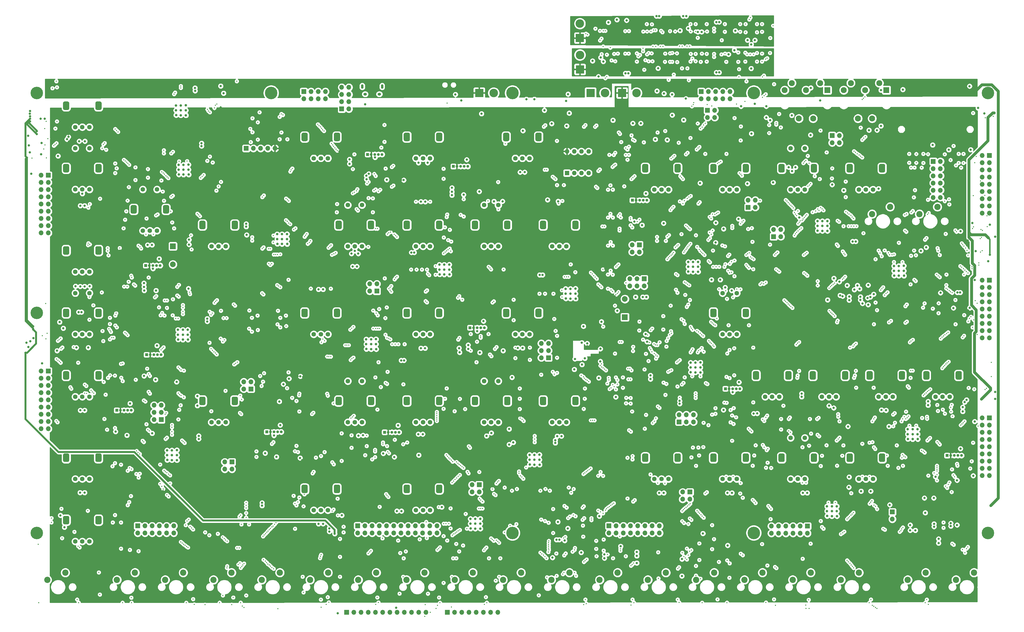
<source format=gbr>
%TF.GenerationSoftware,KiCad,Pcbnew,(5.1.9-0-10_14)*%
%TF.CreationDate,2021-03-16T15:37:56+11:00*%
%TF.ProjectId,Boom-1-Top,426f6f6d-2d31-42d5-946f-702e6b696361,rev?*%
%TF.SameCoordinates,Original*%
%TF.FileFunction,Copper,L3,Inr*%
%TF.FilePolarity,Positive*%
%FSLAX46Y46*%
G04 Gerber Fmt 4.6, Leading zero omitted, Abs format (unit mm)*
G04 Created by KiCad (PCBNEW (5.1.9-0-10_14)) date 2021-03-16 15:37:56*
%MOMM*%
%LPD*%
G01*
G04 APERTURE LIST*
%TA.AperFunction,ComponentPad*%
%ADD10O,1.700000X1.700000*%
%TD*%
%TA.AperFunction,ComponentPad*%
%ADD11R,1.700000X1.700000*%
%TD*%
%TA.AperFunction,ComponentPad*%
%ADD12C,1.600200*%
%TD*%
%TA.AperFunction,ComponentPad*%
%ADD13O,1.600000X1.600000*%
%TD*%
%TA.AperFunction,ComponentPad*%
%ADD14R,1.600000X1.600000*%
%TD*%
%TA.AperFunction,ComponentPad*%
%ADD15C,2.200000*%
%TD*%
%TA.AperFunction,ComponentPad*%
%ADD16C,4.400000*%
%TD*%
%TA.AperFunction,ComponentPad*%
%ADD17C,3.000000*%
%TD*%
%TA.AperFunction,ComponentPad*%
%ADD18R,3.000000X3.000000*%
%TD*%
%TA.AperFunction,ComponentPad*%
%ADD19R,2.000000X2.000000*%
%TD*%
%TA.AperFunction,ComponentPad*%
%ADD20C,2.000000*%
%TD*%
%TA.AperFunction,ComponentPad*%
%ADD21O,1.000000X1.000000*%
%TD*%
%TA.AperFunction,ComponentPad*%
%ADD22R,1.000000X1.000000*%
%TD*%
%TA.AperFunction,ComponentPad*%
%ADD23O,1.250000X0.950000*%
%TD*%
%TA.AperFunction,ComponentPad*%
%ADD24O,0.890000X1.550000*%
%TD*%
%TA.AperFunction,ComponentPad*%
%ADD25C,2.100000*%
%TD*%
%TA.AperFunction,ComponentPad*%
%ADD26R,2.100000X2.100000*%
%TD*%
%TA.AperFunction,ViaPad*%
%ADD27C,0.450000*%
%TD*%
%TA.AperFunction,ViaPad*%
%ADD28C,0.800000*%
%TD*%
%TA.AperFunction,ViaPad*%
%ADD29C,0.900000*%
%TD*%
%TA.AperFunction,Conductor*%
%ADD30C,1.000000*%
%TD*%
%TA.AperFunction,Conductor*%
%ADD31C,0.640000*%
%TD*%
%TA.AperFunction,Conductor*%
%ADD32C,0.500000*%
%TD*%
%TA.AperFunction,Conductor*%
%ADD33C,0.254000*%
%TD*%
%TA.AperFunction,Conductor*%
%ADD34C,0.100000*%
%TD*%
G04 APERTURE END LIST*
D10*
%TO.N,GND*%
%TO.C,J54*%
X437800000Y-259840000D03*
D11*
%TO.N,OLED_VCC_16V*%
X437800000Y-257300000D03*
%TD*%
%TO.N,N/C*%
%TO.C,SW2*%
%TA.AperFunction,ComponentPad*%
G36*
G01*
X157100000Y-137150000D02*
X157100000Y-135250000D01*
G75*
G02*
X157650000Y-134700000I550000J0D01*
G01*
X158750000Y-134700000D01*
G75*
G02*
X159300000Y-135250000I0J-550000D01*
G01*
X159300000Y-137150000D01*
G75*
G02*
X158750000Y-137700000I-550000J0D01*
G01*
X157650000Y-137700000D01*
G75*
G02*
X157100000Y-137150000I0J550000D01*
G01*
G37*
%TD.AperFunction*%
%TA.AperFunction,ComponentPad*%
G36*
G01*
X145700000Y-137150000D02*
X145700000Y-135250000D01*
G75*
G02*
X146250000Y-134700000I550000J0D01*
G01*
X147350000Y-134700000D01*
G75*
G02*
X147900000Y-135250000I0J-550000D01*
G01*
X147900000Y-137150000D01*
G75*
G02*
X147350000Y-137700000I-550000J0D01*
G01*
X146250000Y-137700000D01*
G75*
G02*
X145700000Y-137150000I0J550000D01*
G01*
G37*
%TD.AperFunction*%
D12*
%TO.N,GND*%
X150000000Y-129200000D03*
%TO.N,Net-(SW2-PadS2)*%
X155000000Y-129200000D03*
%TO.N,Net-(R18-Pad2)*%
X155000000Y-143700000D03*
%TO.N,GND*%
X152500000Y-143700000D03*
%TO.N,Net-(R17-Pad1)*%
X150000000Y-143700000D03*
%TD*%
%TO.N,N/C*%
%TO.C,SW1*%
%TA.AperFunction,ComponentPad*%
G36*
G01*
X157100000Y-115140000D02*
X157100000Y-113240000D01*
G75*
G02*
X157650000Y-112690000I550000J0D01*
G01*
X158750000Y-112690000D01*
G75*
G02*
X159300000Y-113240000I0J-550000D01*
G01*
X159300000Y-115140000D01*
G75*
G02*
X158750000Y-115690000I-550000J0D01*
G01*
X157650000Y-115690000D01*
G75*
G02*
X157100000Y-115140000I0J550000D01*
G01*
G37*
%TD.AperFunction*%
%TA.AperFunction,ComponentPad*%
G36*
G01*
X145700000Y-115150000D02*
X145700000Y-113250000D01*
G75*
G02*
X146250000Y-112700000I550000J0D01*
G01*
X147350000Y-112700000D01*
G75*
G02*
X147900000Y-113250000I0J-550000D01*
G01*
X147900000Y-115150000D01*
G75*
G02*
X147350000Y-115700000I-550000J0D01*
G01*
X146250000Y-115700000D01*
G75*
G02*
X145700000Y-115150000I0J550000D01*
G01*
G37*
%TD.AperFunction*%
%TO.N,Net-(R1-Pad1)*%
X150000000Y-121700000D03*
%TO.N,GND*%
X152500000Y-121700000D03*
%TO.N,Net-(R16-Pad2)*%
X155000000Y-121700000D03*
%TD*%
D13*
%TO.N,+3V3*%
%TO.C,U57*%
X323200000Y-130280000D03*
%TO.N,GND*%
X330820000Y-137900000D03*
X325740000Y-130280000D03*
X328280000Y-137900000D03*
%TO.N,FV1EEpromSCL*%
X328280000Y-130280000D03*
%TO.N,GND*%
X325740000Y-137900000D03*
%TO.N,FV1EEpromSDA*%
X330820000Y-130280000D03*
D14*
%TO.N,GND*%
X323200000Y-137900000D03*
%TD*%
D10*
%TO.N,+3V3*%
%TO.C,J53*%
X220360000Y-129200000D03*
%TO.N,LEFT_I2C_0_SDA*%
X217820000Y-129200000D03*
%TO.N,LEFT_I2C_0_SCL*%
X215280000Y-129200000D03*
%TO.N,HAPTIC_TRIG*%
X212740000Y-129200000D03*
D11*
%TO.N,GND*%
X210200000Y-129200000D03*
%TD*%
D10*
%TO.N,GND*%
%TO.C,J52*%
X454740000Y-146500000D03*
%TO.N,SDIO_CMD*%
X452200000Y-146500000D03*
%TO.N,GND*%
X454740000Y-143960000D03*
%TO.N,SDIO_D3*%
X452200000Y-143960000D03*
%TO.N,GND*%
X454740000Y-141420000D03*
%TO.N,SDIO_D2*%
X452200000Y-141420000D03*
%TO.N,GND*%
X454740000Y-138880000D03*
%TO.N,SDIO_D1*%
X452200000Y-138880000D03*
%TO.N,GND*%
X454740000Y-136340000D03*
%TO.N,SDIO_D0*%
X452200000Y-136340000D03*
%TO.N,SDIO_DETECT*%
X454740000Y-133800000D03*
D11*
%TO.N,SDIO_CLK*%
X452200000Y-133800000D03*
%TD*%
D10*
%TO.N,OLED_RESET*%
%TO.C,J51*%
X367780000Y-223060000D03*
%TO.N,GND*%
X367780000Y-225600000D03*
%TO.N,OLED_SPI_CS*%
X365240000Y-223060000D03*
%TO.N,GND*%
X365240000Y-225600000D03*
%TO.N,OLED_DATA_SELECT*%
X362700000Y-223060000D03*
D11*
%TO.N,GND*%
X362700000Y-225600000D03*
%TD*%
D10*
%TO.N,GND*%
%TO.C,J50*%
X345320000Y-177740000D03*
X345320000Y-175200000D03*
X347860000Y-177740000D03*
%TO.N,I2CBus2Interrupt*%
X347860000Y-175200000D03*
%TO.N,I2CBus2SDA*%
X350400000Y-177740000D03*
D11*
%TO.N,I2CBus2SCL*%
X350400000Y-175200000D03*
%TD*%
D10*
%TO.N,GND*%
%TO.C,J49*%
X314160000Y-197920000D03*
X316700000Y-197920000D03*
X314160000Y-200460000D03*
%TO.N,I2CBus1Interrupt*%
X316700000Y-200460000D03*
%TO.N,I2CBus1SDA*%
X314160000Y-203000000D03*
D11*
%TO.N,I2CBus1SCL*%
X316700000Y-203000000D03*
%TD*%
D10*
%TO.N,GND*%
%TO.C,J48*%
X419140000Y-127240000D03*
%TO.N,MIDITXUSART*%
X416600000Y-127240000D03*
%TO.N,GND*%
X419140000Y-124700000D03*
D11*
%TO.N,MIDIRXUSART*%
X416600000Y-124700000D03*
%TD*%
D10*
%TO.N,GND*%
%TO.C,J47*%
X395200000Y-264840000D03*
%TO.N,BT_RX*%
X395200000Y-262300000D03*
%TO.N,GND*%
X397740000Y-264840000D03*
%TO.N,BT_TX*%
X397740000Y-262300000D03*
%TO.N,GND*%
X400280000Y-264840000D03*
%TO.N,SPIBus1MOSI*%
X400280000Y-262300000D03*
%TO.N,BT_SPI_IRQ*%
X402820000Y-264840000D03*
%TO.N,SPIBus1MISO*%
X402820000Y-262300000D03*
%TO.N,GND*%
X405360000Y-264840000D03*
%TO.N,BT_SPI_CS*%
X405360000Y-262300000D03*
%TO.N,GND*%
X407900000Y-264840000D03*
D11*
%TO.N,SPIBus1CLK*%
X407900000Y-262300000D03*
%TD*%
D10*
%TO.N,GND*%
%TO.C,J36*%
X177760000Y-219720000D03*
%TO.N,SPIBus1CLK*%
X180300000Y-219720000D03*
%TO.N,GND*%
X177760000Y-222260000D03*
%TO.N,SPIBus1MISO*%
X180300000Y-222260000D03*
%TO.N,GND*%
X177760000Y-224800000D03*
D11*
%TO.N,SPIBus1MOSI*%
X180300000Y-224800000D03*
%TD*%
D10*
%TO.N,GND*%
%TO.C,J25*%
X209360000Y-211460000D03*
X209360000Y-214000000D03*
%TO.N,LEFT_I2C_0_SCL*%
X211900000Y-211460000D03*
D11*
%TO.N,LEFT_I2C_0_SDA*%
X211900000Y-214000000D03*
%TD*%
D10*
%TO.N,GND*%
%TO.C,J31*%
X253700000Y-176960000D03*
X253700000Y-179500000D03*
%TO.N,LEFT_I2C_3_SCL*%
X256240000Y-176960000D03*
D11*
%TO.N,LEFT_I2C_3_SDA*%
X256240000Y-179500000D03*
%TD*%
D15*
%TO.N,GND*%
%TO.C,SW51*%
X249700000Y-281240000D03*
%TO.N,STEP6SW*%
X256050000Y-278700000D03*
%TD*%
D10*
%TO.N,GND*%
%TO.C,J35*%
X389540000Y-147460000D03*
X387000000Y-147460000D03*
%TO.N,RIGHT_I2C_3_SCL*%
X389540000Y-150000000D03*
D11*
%TO.N,RIGHT_I2C_3_SDA*%
X387000000Y-150000000D03*
%TD*%
D10*
%TO.N,GND*%
%TO.C,J34*%
X398540000Y-157760000D03*
X396000000Y-157760000D03*
%TO.N,RIGHT_I2C_2_SCL*%
X398540000Y-160300000D03*
D11*
%TO.N,RIGHT_I2C_2_SDA*%
X396000000Y-160300000D03*
%TD*%
D10*
%TO.N,GND*%
%TO.C,J33*%
X363960000Y-252840000D03*
X366500000Y-252840000D03*
%TO.N,RIGHT_I2C_1_SCL*%
X363960000Y-250300000D03*
D11*
%TO.N,RIGHT_I2C_1_SDA*%
X366500000Y-250300000D03*
%TD*%
D10*
%TO.N,GND*%
%TO.C,J32*%
X346160000Y-165740000D03*
X348700000Y-165740000D03*
%TO.N,RIGHT_I2C_0_SCL*%
X346160000Y-163200000D03*
D11*
%TO.N,RIGHT_I2C_0_SDA*%
X348700000Y-163200000D03*
%TD*%
D10*
%TO.N,GND*%
%TO.C,J30*%
X202660000Y-242240000D03*
X205200000Y-242240000D03*
%TO.N,LEFT_I2C_2_SCL*%
X202660000Y-239700000D03*
D11*
%TO.N,LEFT_I2C_2_SDA*%
X205200000Y-239700000D03*
%TD*%
D10*
%TO.N,GND*%
%TO.C,J29*%
X289760000Y-250300000D03*
X292300000Y-250300000D03*
%TO.N,LEFT_I2C_1_SCL*%
X289760000Y-247760000D03*
D11*
%TO.N,LEFT_I2C_1_SDA*%
X292300000Y-247760000D03*
%TD*%
D10*
%TO.N,FiltConn2+12V*%
%TO.C,J28*%
X273540000Y-292700000D03*
%TO.N,FiltConn2-12V*%
X271000000Y-292700000D03*
%TO.N,FiltConn2GND*%
X268460000Y-292700000D03*
%TO.N,FiltConn2+12V*%
X265920000Y-292700000D03*
%TO.N,FiltConn2-12V*%
X263380000Y-292700000D03*
%TO.N,FiltConn2GND*%
X260840000Y-292700000D03*
%TO.N,FiltConn2+12V*%
X258300000Y-292700000D03*
%TO.N,FiltConn2-12V*%
X255760000Y-292700000D03*
%TO.N,FiltConn2GND*%
X253220000Y-292700000D03*
%TO.N,FiltConn2+12V*%
X250680000Y-292700000D03*
%TO.N,FiltConn2-12V*%
X248140000Y-292700000D03*
D11*
%TO.N,FiltConn2GND*%
X245600000Y-292700000D03*
%TD*%
D10*
%TO.N,SubAmpAudioBypassSend*%
%TO.C,J27*%
X298880000Y-292700000D03*
%TO.N,SubAmpAudioBypassReturn*%
X296340000Y-292700000D03*
%TO.N,PreFV1FXReturn*%
X293800000Y-292700000D03*
%TO.N,PreFV1FXSend*%
X291260000Y-292700000D03*
%TO.N,SubFXSend*%
X288720000Y-292700000D03*
%TO.N,SubFXReturn*%
X286180000Y-292700000D03*
%TO.N,Osc2FXSend*%
X283640000Y-292700000D03*
D11*
%TO.N,Osc2FXReturn*%
X281100000Y-292700000D03*
%TD*%
D10*
%TO.N,MixOutGND*%
%TO.C,J26*%
X375240000Y-118340000D03*
%TO.N,MixOutRightTip*%
X375240000Y-115800000D03*
%TO.N,MixOutGND*%
X372700000Y-118340000D03*
D11*
%TO.N,MixOutLeftTip*%
X372700000Y-115800000D03*
%TD*%
D10*
%TO.N,Osc1FXReturn*%
%TO.C,J24*%
X246400000Y-107700000D03*
%TO.N,FiltConn1-GND*%
X243860000Y-107700000D03*
%TO.N,Net-(J24-Pad6)*%
X246400000Y-110240000D03*
%TO.N,FiltConn1-12V*%
X243860000Y-110240000D03*
%TO.N,Net-(J24-Pad4)*%
X246400000Y-112780000D03*
%TO.N,FiltConn1-GND*%
X243860000Y-112780000D03*
%TO.N,Osc1FXSend*%
X246400000Y-115320000D03*
D11*
%TO.N,FiltConn1+12V*%
X243860000Y-115320000D03*
%TD*%
D15*
%TO.N,GND*%
%TO.C,SW62*%
X447330000Y-152350000D03*
%TO.N,DOWNSW*%
X453680000Y-149810000D03*
%TD*%
%TO.N,GND*%
%TO.C,SW61*%
X430650000Y-152350000D03*
%TO.N,UPSW*%
X437000000Y-149810000D03*
%TD*%
%TO.N,GND*%
%TO.C,SW60*%
X460230000Y-281240000D03*
%TO.N,AUXSW*%
X466580000Y-278700000D03*
%TD*%
%TO.N,GND*%
%TO.C,SW59*%
X140150000Y-281240000D03*
%TO.N,STARTSW*%
X146500000Y-278700000D03*
%TD*%
%TO.N,GND*%
%TO.C,SW58*%
X443230000Y-281240000D03*
%TO.N,SHIFTSW*%
X449580000Y-278700000D03*
%TD*%
%TO.N,GND*%
%TO.C,SW57*%
X419700000Y-281240000D03*
%TO.N,STEP16SW*%
X426050000Y-278700000D03*
%TD*%
%TO.N,GND*%
%TO.C,SW56*%
X283700000Y-281240000D03*
%TO.N,STEP8SW*%
X290050000Y-278700000D03*
%TD*%
%TO.N,GND*%
%TO.C,SW55*%
X402700000Y-281240000D03*
%TO.N,STEP15SW*%
X409050000Y-278700000D03*
%TD*%
%TO.N,GND*%
%TO.C,SW54*%
X266700000Y-281240000D03*
%TO.N,STEP7SW*%
X273050000Y-278700000D03*
%TD*%
%TO.N,GND*%
%TO.C,SW52*%
X385700000Y-281240000D03*
%TO.N,STEP14SW*%
X392050000Y-278700000D03*
%TD*%
%TO.N,GND*%
%TO.C,SW50*%
X368700000Y-281240000D03*
%TO.N,STEP13SW*%
X375050000Y-278700000D03*
%TD*%
%TO.N,GND*%
%TO.C,SW49*%
X232700000Y-281240000D03*
%TO.N,STEP5SW*%
X239050000Y-278700000D03*
%TD*%
%TO.N,GND*%
%TO.C,SW48*%
X351700000Y-281240000D03*
%TO.N,STEP12SW*%
X358050000Y-278700000D03*
%TD*%
%TO.N,GND*%
%TO.C,SW47*%
X215700000Y-281240000D03*
%TO.N,STEP4SW*%
X222050000Y-278700000D03*
%TD*%
%TO.N,GND*%
%TO.C,SW46*%
X334700000Y-281240000D03*
%TO.N,STEP11SW*%
X341050000Y-278700000D03*
%TD*%
%TO.N,GND*%
%TO.C,SW45*%
X198700000Y-281240000D03*
%TO.N,STEP3SW*%
X205050000Y-278700000D03*
%TD*%
%TO.N,GND*%
%TO.C,SW44*%
X317700000Y-281240000D03*
%TO.N,STEP10SW*%
X324050000Y-278700000D03*
%TD*%
%TO.N,GND*%
%TO.C,SW42*%
X181700000Y-281240000D03*
%TO.N,STEP2SW*%
X188050000Y-278700000D03*
%TD*%
%TO.N,GND*%
%TO.C,SW9*%
X300700000Y-281240000D03*
%TO.N,STEP9SW*%
X307050000Y-278700000D03*
%TD*%
%TO.N,GND*%
%TO.C,SW8*%
X164700000Y-281240000D03*
%TO.N,STEP1SW*%
X171050000Y-278700000D03*
%TD*%
%TO.N,N/C*%
%TO.C,SW12*%
%TA.AperFunction,ComponentPad*%
G36*
G01*
X241100000Y-126140000D02*
X241100000Y-124240000D01*
G75*
G02*
X241650000Y-123690000I550000J0D01*
G01*
X242750000Y-123690000D01*
G75*
G02*
X243300000Y-124240000I0J-550000D01*
G01*
X243300000Y-126140000D01*
G75*
G02*
X242750000Y-126690000I-550000J0D01*
G01*
X241650000Y-126690000D01*
G75*
G02*
X241100000Y-126140000I0J550000D01*
G01*
G37*
%TD.AperFunction*%
%TA.AperFunction,ComponentPad*%
G36*
G01*
X229700000Y-126150000D02*
X229700000Y-124250000D01*
G75*
G02*
X230250000Y-123700000I550000J0D01*
G01*
X231350000Y-123700000D01*
G75*
G02*
X231900000Y-124250000I0J-550000D01*
G01*
X231900000Y-126150000D01*
G75*
G02*
X231350000Y-126700000I-550000J0D01*
G01*
X230250000Y-126700000D01*
G75*
G02*
X229700000Y-126150000I0J550000D01*
G01*
G37*
%TD.AperFunction*%
D12*
%TO.N,Net-(R45-Pad1)*%
X234000000Y-132700000D03*
%TO.N,GND*%
X236500000Y-132700000D03*
%TO.N,Net-(R46-Pad2)*%
X239000000Y-132700000D03*
%TD*%
%TO.N,N/C*%
%TO.C,SW36*%
%TA.AperFunction,ComponentPad*%
G36*
G01*
X409090000Y-137160000D02*
X409090000Y-135260000D01*
G75*
G02*
X409640000Y-134710000I550000J0D01*
G01*
X410740000Y-134710000D01*
G75*
G02*
X411290000Y-135260000I0J-550000D01*
G01*
X411290000Y-137160000D01*
G75*
G02*
X410740000Y-137710000I-550000J0D01*
G01*
X409640000Y-137710000D01*
G75*
G02*
X409090000Y-137160000I0J550000D01*
G01*
G37*
%TD.AperFunction*%
%TA.AperFunction,ComponentPad*%
G36*
G01*
X397690000Y-137160000D02*
X397690000Y-135260000D01*
G75*
G02*
X398240000Y-134710000I550000J0D01*
G01*
X399340000Y-134710000D01*
G75*
G02*
X399890000Y-135260000I0J-550000D01*
G01*
X399890000Y-137160000D01*
G75*
G02*
X399340000Y-137710000I-550000J0D01*
G01*
X398240000Y-137710000D01*
G75*
G02*
X397690000Y-137160000I0J550000D01*
G01*
G37*
%TD.AperFunction*%
%TO.N,GND*%
X401990000Y-129210000D03*
%TO.N,Net-(SW36-PadS2)*%
X406990000Y-129210000D03*
%TO.N,Net-(R138-Pad2)*%
X406990000Y-143710000D03*
%TO.N,GND*%
X404490000Y-143710000D03*
%TO.N,Net-(R144-Pad1)*%
X401990000Y-143710000D03*
%TD*%
%TO.N,N/C*%
%TO.C,SW35*%
%TA.AperFunction,ComponentPad*%
G36*
G01*
X409090000Y-239160000D02*
X409090000Y-237260000D01*
G75*
G02*
X409640000Y-236710000I550000J0D01*
G01*
X410740000Y-236710000D01*
G75*
G02*
X411290000Y-237260000I0J-550000D01*
G01*
X411290000Y-239160000D01*
G75*
G02*
X410740000Y-239710000I-550000J0D01*
G01*
X409640000Y-239710000D01*
G75*
G02*
X409090000Y-239160000I0J550000D01*
G01*
G37*
%TD.AperFunction*%
%TA.AperFunction,ComponentPad*%
G36*
G01*
X397690000Y-239160000D02*
X397690000Y-237260000D01*
G75*
G02*
X398240000Y-236710000I550000J0D01*
G01*
X399340000Y-236710000D01*
G75*
G02*
X399890000Y-237260000I0J-550000D01*
G01*
X399890000Y-239160000D01*
G75*
G02*
X399340000Y-239710000I-550000J0D01*
G01*
X398240000Y-239710000D01*
G75*
G02*
X397690000Y-239160000I0J550000D01*
G01*
G37*
%TD.AperFunction*%
%TO.N,Net-(SW35-PadS1)*%
X401990000Y-231210000D03*
%TO.N,GND*%
X406990000Y-231210000D03*
%TO.N,Net-(R143-Pad2)*%
X406990000Y-245710000D03*
%TO.N,GND*%
X404490000Y-245710000D03*
%TO.N,Net-(R137-Pad1)*%
X401990000Y-245710000D03*
%TD*%
D16*
%TO.N,GND*%
%TO.C,H12*%
X471500000Y-264700000D03*
%TD*%
%TO.N,GND*%
%TO.C,H11*%
X389000000Y-264700000D03*
%TD*%
%TO.N,GND*%
%TO.C,H10*%
X304000000Y-264700000D03*
%TD*%
%TO.N,GND*%
%TO.C,H8*%
X136500000Y-264700000D03*
%TD*%
%TO.N,GND*%
%TO.C,H6*%
X136500000Y-187200000D03*
%TD*%
%TO.N,GND*%
%TO.C,H5*%
X471500000Y-109700000D03*
%TD*%
%TO.N,GND*%
%TO.C,H4*%
X389000000Y-109700000D03*
%TD*%
%TO.N,GND*%
%TO.C,H3*%
X304000000Y-109700000D03*
%TD*%
%TO.N,GND*%
%TO.C,H2*%
X219000000Y-109700000D03*
%TD*%
%TO.N,GND*%
%TO.C,H1*%
X136500000Y-109700000D03*
%TD*%
%TO.N,N/C*%
%TO.C,SW23*%
%TA.AperFunction,ComponentPad*%
G36*
G01*
X301100000Y-219150000D02*
X301100000Y-217250000D01*
G75*
G02*
X301650000Y-216700000I550000J0D01*
G01*
X302750000Y-216700000D01*
G75*
G02*
X303300000Y-217250000I0J-550000D01*
G01*
X303300000Y-219150000D01*
G75*
G02*
X302750000Y-219700000I-550000J0D01*
G01*
X301650000Y-219700000D01*
G75*
G02*
X301100000Y-219150000I0J550000D01*
G01*
G37*
%TD.AperFunction*%
%TA.AperFunction,ComponentPad*%
G36*
G01*
X289700000Y-219150000D02*
X289700000Y-217250000D01*
G75*
G02*
X290250000Y-216700000I550000J0D01*
G01*
X291350000Y-216700000D01*
G75*
G02*
X291900000Y-217250000I0J-550000D01*
G01*
X291900000Y-219150000D01*
G75*
G02*
X291350000Y-219700000I-550000J0D01*
G01*
X290250000Y-219700000D01*
G75*
G02*
X289700000Y-219150000I0J550000D01*
G01*
G37*
%TD.AperFunction*%
D12*
%TO.N,GND*%
X294000000Y-211200000D03*
%TO.N,Net-(SW23-PadS2)*%
X299000000Y-211200000D03*
%TO.N,Net-(R86-Pad2)*%
X299000000Y-225700000D03*
%TO.N,GND*%
X296500000Y-225700000D03*
%TO.N,Net-(R90-Pad1)*%
X294000000Y-225700000D03*
%TD*%
%TO.N,N/C*%
%TO.C,SW22*%
%TA.AperFunction,ComponentPad*%
G36*
G01*
X301090000Y-157150000D02*
X301090000Y-155250000D01*
G75*
G02*
X301640000Y-154700000I550000J0D01*
G01*
X302740000Y-154700000D01*
G75*
G02*
X303290000Y-155250000I0J-550000D01*
G01*
X303290000Y-157150000D01*
G75*
G02*
X302740000Y-157700000I-550000J0D01*
G01*
X301640000Y-157700000D01*
G75*
G02*
X301090000Y-157150000I0J550000D01*
G01*
G37*
%TD.AperFunction*%
%TA.AperFunction,ComponentPad*%
G36*
G01*
X289690000Y-157150000D02*
X289690000Y-155250000D01*
G75*
G02*
X290240000Y-154700000I550000J0D01*
G01*
X291340000Y-154700000D01*
G75*
G02*
X291890000Y-155250000I0J-550000D01*
G01*
X291890000Y-157150000D01*
G75*
G02*
X291340000Y-157700000I-550000J0D01*
G01*
X290240000Y-157700000D01*
G75*
G02*
X289690000Y-157150000I0J550000D01*
G01*
G37*
%TD.AperFunction*%
%TO.N,GND*%
X293990000Y-149200000D03*
%TO.N,Net-(SW22-PadS2)*%
X298990000Y-149200000D03*
%TO.N,Net-(R85-Pad2)*%
X298990000Y-163700000D03*
%TO.N,GND*%
X296490000Y-163700000D03*
%TO.N,Net-(R89-Pad1)*%
X293990000Y-163700000D03*
%TD*%
D17*
%TO.N,GND*%
%TO.C,J22*%
X327750000Y-85245000D03*
D18*
%TO.N,-12VA*%
X327750000Y-90325000D03*
%TD*%
%TO.N,+12VA*%
%TO.C,J21*%
X327775000Y-101375000D03*
D17*
%TO.N,GND*%
X327775000Y-96295000D03*
%TD*%
%TO.N,N/C*%
%TO.C,SW4*%
%TA.AperFunction,ComponentPad*%
G36*
G01*
X157100000Y-188150000D02*
X157100000Y-186250000D01*
G75*
G02*
X157650000Y-185700000I550000J0D01*
G01*
X158750000Y-185700000D01*
G75*
G02*
X159300000Y-186250000I0J-550000D01*
G01*
X159300000Y-188150000D01*
G75*
G02*
X158750000Y-188700000I-550000J0D01*
G01*
X157650000Y-188700000D01*
G75*
G02*
X157100000Y-188150000I0J550000D01*
G01*
G37*
%TD.AperFunction*%
%TA.AperFunction,ComponentPad*%
G36*
G01*
X145700000Y-188150000D02*
X145700000Y-186250000D01*
G75*
G02*
X146250000Y-185700000I550000J0D01*
G01*
X147350000Y-185700000D01*
G75*
G02*
X147900000Y-186250000I0J-550000D01*
G01*
X147900000Y-188150000D01*
G75*
G02*
X147350000Y-188700000I-550000J0D01*
G01*
X146250000Y-188700000D01*
G75*
G02*
X145700000Y-188150000I0J550000D01*
G01*
G37*
%TD.AperFunction*%
D12*
%TO.N,GND*%
X150000000Y-180200000D03*
%TO.N,Net-(SW4-PadS2)*%
X155000000Y-180200000D03*
%TO.N,Net-(R24-Pad2)*%
X155000000Y-194700000D03*
%TO.N,GND*%
X152500000Y-194700000D03*
%TO.N,Net-(R23-Pad1)*%
X150000000Y-194700000D03*
%TD*%
%TO.N,N/C*%
%TO.C,SW53*%
%TA.AperFunction,ComponentPad*%
G36*
G01*
X180900000Y-151650000D02*
X180900000Y-149750000D01*
G75*
G02*
X181450000Y-149200000I550000J0D01*
G01*
X182550000Y-149200000D01*
G75*
G02*
X183100000Y-149750000I0J-550000D01*
G01*
X183100000Y-151650000D01*
G75*
G02*
X182550000Y-152200000I-550000J0D01*
G01*
X181450000Y-152200000D01*
G75*
G02*
X180900000Y-151650000I0J550000D01*
G01*
G37*
%TD.AperFunction*%
%TA.AperFunction,ComponentPad*%
G36*
G01*
X169500000Y-151650000D02*
X169500000Y-149750000D01*
G75*
G02*
X170050000Y-149200000I550000J0D01*
G01*
X171150000Y-149200000D01*
G75*
G02*
X171700000Y-149750000I0J-550000D01*
G01*
X171700000Y-151650000D01*
G75*
G02*
X171150000Y-152200000I-550000J0D01*
G01*
X170050000Y-152200000D01*
G75*
G02*
X169500000Y-151650000I0J550000D01*
G01*
G37*
%TD.AperFunction*%
%TO.N,GND*%
X173800000Y-143700000D03*
%TO.N,Net-(SW53-PadS2)*%
X178800000Y-143700000D03*
%TO.N,Net-(R183-Pad2)*%
X178800000Y-158200000D03*
%TO.N,GND*%
X176300000Y-158200000D03*
%TO.N,Net-(R185-Pad1)*%
X173800000Y-158200000D03*
%TD*%
%TO.N,N/C*%
%TO.C,SW28*%
%TA.AperFunction,ComponentPad*%
G36*
G01*
X385090000Y-188160000D02*
X385090000Y-186260000D01*
G75*
G02*
X385640000Y-185710000I550000J0D01*
G01*
X386740000Y-185710000D01*
G75*
G02*
X387290000Y-186260000I0J-550000D01*
G01*
X387290000Y-188160000D01*
G75*
G02*
X386740000Y-188710000I-550000J0D01*
G01*
X385640000Y-188710000D01*
G75*
G02*
X385090000Y-188160000I0J550000D01*
G01*
G37*
%TD.AperFunction*%
%TA.AperFunction,ComponentPad*%
G36*
G01*
X373690000Y-188160000D02*
X373690000Y-186260000D01*
G75*
G02*
X374240000Y-185710000I550000J0D01*
G01*
X375340000Y-185710000D01*
G75*
G02*
X375890000Y-186260000I0J-550000D01*
G01*
X375890000Y-188160000D01*
G75*
G02*
X375340000Y-188710000I-550000J0D01*
G01*
X374240000Y-188710000D01*
G75*
G02*
X373690000Y-188160000I0J550000D01*
G01*
G37*
%TD.AperFunction*%
%TO.N,Net-(SW28-PadS1)*%
X377990000Y-180210000D03*
%TO.N,GND*%
X382990000Y-180210000D03*
%TO.N,Net-(R110-Pad2)*%
X382990000Y-194710000D03*
%TO.N,GND*%
X380490000Y-194710000D03*
%TO.N,Net-(R109-Pad1)*%
X377990000Y-194710000D03*
%TD*%
%TO.N,N/C*%
%TO.C,SW16*%
%TA.AperFunction,ComponentPad*%
G36*
G01*
X253100000Y-219150000D02*
X253100000Y-217250000D01*
G75*
G02*
X253650000Y-216700000I550000J0D01*
G01*
X254750000Y-216700000D01*
G75*
G02*
X255300000Y-217250000I0J-550000D01*
G01*
X255300000Y-219150000D01*
G75*
G02*
X254750000Y-219700000I-550000J0D01*
G01*
X253650000Y-219700000D01*
G75*
G02*
X253100000Y-219150000I0J550000D01*
G01*
G37*
%TD.AperFunction*%
%TA.AperFunction,ComponentPad*%
G36*
G01*
X241700000Y-219150000D02*
X241700000Y-217250000D01*
G75*
G02*
X242250000Y-216700000I550000J0D01*
G01*
X243350000Y-216700000D01*
G75*
G02*
X243900000Y-217250000I0J-550000D01*
G01*
X243900000Y-219150000D01*
G75*
G02*
X243350000Y-219700000I-550000J0D01*
G01*
X242250000Y-219700000D01*
G75*
G02*
X241700000Y-219150000I0J550000D01*
G01*
G37*
%TD.AperFunction*%
%TO.N,GND*%
X246000000Y-211200000D03*
%TO.N,Net-(SW16-PadS2)*%
X251000000Y-211200000D03*
%TO.N,Net-(R58-Pad2)*%
X251000000Y-225700000D03*
%TO.N,GND*%
X248500000Y-225700000D03*
%TO.N,Net-(R62-Pad1)*%
X246000000Y-225700000D03*
%TD*%
%TO.N,N/C*%
%TO.C,SW15*%
%TA.AperFunction,ComponentPad*%
G36*
G01*
X253090000Y-157150000D02*
X253090000Y-155250000D01*
G75*
G02*
X253640000Y-154700000I550000J0D01*
G01*
X254740000Y-154700000D01*
G75*
G02*
X255290000Y-155250000I0J-550000D01*
G01*
X255290000Y-157150000D01*
G75*
G02*
X254740000Y-157700000I-550000J0D01*
G01*
X253640000Y-157700000D01*
G75*
G02*
X253090000Y-157150000I0J550000D01*
G01*
G37*
%TD.AperFunction*%
%TA.AperFunction,ComponentPad*%
G36*
G01*
X241690000Y-157150000D02*
X241690000Y-155250000D01*
G75*
G02*
X242240000Y-154700000I550000J0D01*
G01*
X243340000Y-154700000D01*
G75*
G02*
X243890000Y-155250000I0J-550000D01*
G01*
X243890000Y-157150000D01*
G75*
G02*
X243340000Y-157700000I-550000J0D01*
G01*
X242240000Y-157700000D01*
G75*
G02*
X241690000Y-157150000I0J550000D01*
G01*
G37*
%TD.AperFunction*%
%TO.N,GND*%
X245990000Y-149200000D03*
%TO.N,Net-(SW15-PadS2)*%
X250990000Y-149200000D03*
%TO.N,Net-(R57-Pad2)*%
X250990000Y-163700000D03*
%TO.N,GND*%
X248490000Y-163700000D03*
%TO.N,Net-(R61-Pad1)*%
X245990000Y-163700000D03*
%TD*%
%TO.N,N/C*%
%TO.C,SW40*%
%TA.AperFunction,ComponentPad*%
G36*
G01*
X433090000Y-137150000D02*
X433090000Y-135250000D01*
G75*
G02*
X433640000Y-134700000I550000J0D01*
G01*
X434740000Y-134700000D01*
G75*
G02*
X435290000Y-135250000I0J-550000D01*
G01*
X435290000Y-137150000D01*
G75*
G02*
X434740000Y-137700000I-550000J0D01*
G01*
X433640000Y-137700000D01*
G75*
G02*
X433090000Y-137150000I0J550000D01*
G01*
G37*
%TD.AperFunction*%
%TA.AperFunction,ComponentPad*%
G36*
G01*
X421690000Y-137160000D02*
X421690000Y-135260000D01*
G75*
G02*
X422240000Y-134710000I550000J0D01*
G01*
X423340000Y-134710000D01*
G75*
G02*
X423890000Y-135260000I0J-550000D01*
G01*
X423890000Y-137160000D01*
G75*
G02*
X423340000Y-137710000I-550000J0D01*
G01*
X422240000Y-137710000D01*
G75*
G02*
X421690000Y-137160000I0J550000D01*
G01*
G37*
%TD.AperFunction*%
%TO.N,Net-(R154-Pad1)*%
X425990000Y-143710000D03*
%TO.N,GND*%
X428490000Y-143710000D03*
%TO.N,Net-(R150-Pad2)*%
X430990000Y-143710000D03*
%TD*%
%TO.N,N/C*%
%TO.C,SW39*%
%TA.AperFunction,ComponentPad*%
G36*
G01*
X433090000Y-239150000D02*
X433090000Y-237250000D01*
G75*
G02*
X433640000Y-236700000I550000J0D01*
G01*
X434740000Y-236700000D01*
G75*
G02*
X435290000Y-237250000I0J-550000D01*
G01*
X435290000Y-239150000D01*
G75*
G02*
X434740000Y-239700000I-550000J0D01*
G01*
X433640000Y-239700000D01*
G75*
G02*
X433090000Y-239150000I0J550000D01*
G01*
G37*
%TD.AperFunction*%
%TA.AperFunction,ComponentPad*%
G36*
G01*
X421690000Y-239160000D02*
X421690000Y-237260000D01*
G75*
G02*
X422240000Y-236710000I550000J0D01*
G01*
X423340000Y-236710000D01*
G75*
G02*
X423890000Y-237260000I0J-550000D01*
G01*
X423890000Y-239160000D01*
G75*
G02*
X423340000Y-239710000I-550000J0D01*
G01*
X422240000Y-239710000D01*
G75*
G02*
X421690000Y-239160000I0J550000D01*
G01*
G37*
%TD.AperFunction*%
%TO.N,Net-(R149-Pad1)*%
X425990000Y-245710000D03*
%TO.N,GND*%
X428490000Y-245710000D03*
%TO.N,Net-(R153-Pad2)*%
X430990000Y-245710000D03*
%TD*%
%TO.N,N/C*%
%TO.C,SW38*%
%TA.AperFunction,ComponentPad*%
G36*
G01*
X460100000Y-210150000D02*
X460100000Y-208250000D01*
G75*
G02*
X460650000Y-207700000I550000J0D01*
G01*
X461750000Y-207700000D01*
G75*
G02*
X462300000Y-208250000I0J-550000D01*
G01*
X462300000Y-210150000D01*
G75*
G02*
X461750000Y-210700000I-550000J0D01*
G01*
X460650000Y-210700000D01*
G75*
G02*
X460100000Y-210150000I0J550000D01*
G01*
G37*
%TD.AperFunction*%
%TA.AperFunction,ComponentPad*%
G36*
G01*
X448700000Y-210160000D02*
X448700000Y-208260000D01*
G75*
G02*
X449250000Y-207710000I550000J0D01*
G01*
X450350000Y-207710000D01*
G75*
G02*
X450900000Y-208260000I0J-550000D01*
G01*
X450900000Y-210160000D01*
G75*
G02*
X450350000Y-210710000I-550000J0D01*
G01*
X449250000Y-210710000D01*
G75*
G02*
X448700000Y-210160000I0J550000D01*
G01*
G37*
%TD.AperFunction*%
%TO.N,Net-(R156-Pad1)*%
X453000000Y-216710000D03*
%TO.N,GND*%
X455500000Y-216710000D03*
%TO.N,Net-(R155-Pad2)*%
X458000000Y-216710000D03*
%TD*%
%TO.N,N/C*%
%TO.C,SW37*%
%TA.AperFunction,ComponentPad*%
G36*
G01*
X440095000Y-210150000D02*
X440095000Y-208250000D01*
G75*
G02*
X440645000Y-207700000I550000J0D01*
G01*
X441745000Y-207700000D01*
G75*
G02*
X442295000Y-208250000I0J-550000D01*
G01*
X442295000Y-210150000D01*
G75*
G02*
X441745000Y-210700000I-550000J0D01*
G01*
X440645000Y-210700000D01*
G75*
G02*
X440095000Y-210150000I0J550000D01*
G01*
G37*
%TD.AperFunction*%
%TA.AperFunction,ComponentPad*%
G36*
G01*
X428695000Y-210160000D02*
X428695000Y-208260000D01*
G75*
G02*
X429245000Y-207710000I550000J0D01*
G01*
X430345000Y-207710000D01*
G75*
G02*
X430895000Y-208260000I0J-550000D01*
G01*
X430895000Y-210160000D01*
G75*
G02*
X430345000Y-210710000I-550000J0D01*
G01*
X429245000Y-210710000D01*
G75*
G02*
X428695000Y-210160000I0J550000D01*
G01*
G37*
%TD.AperFunction*%
%TO.N,Net-(R145-Pad1)*%
X432995000Y-216710000D03*
%TO.N,GND*%
X435495000Y-216710000D03*
%TO.N,Net-(R139-Pad2)*%
X437995000Y-216710000D03*
%TD*%
%TO.N,N/C*%
%TO.C,SW34*%
%TA.AperFunction,ComponentPad*%
G36*
G01*
X420095000Y-210150000D02*
X420095000Y-208250000D01*
G75*
G02*
X420645000Y-207700000I550000J0D01*
G01*
X421745000Y-207700000D01*
G75*
G02*
X422295000Y-208250000I0J-550000D01*
G01*
X422295000Y-210150000D01*
G75*
G02*
X421745000Y-210700000I-550000J0D01*
G01*
X420645000Y-210700000D01*
G75*
G02*
X420095000Y-210150000I0J550000D01*
G01*
G37*
%TD.AperFunction*%
%TA.AperFunction,ComponentPad*%
G36*
G01*
X408695000Y-210160000D02*
X408695000Y-208260000D01*
G75*
G02*
X409245000Y-207710000I550000J0D01*
G01*
X410345000Y-207710000D01*
G75*
G02*
X410895000Y-208260000I0J-550000D01*
G01*
X410895000Y-210160000D01*
G75*
G02*
X410345000Y-210710000I-550000J0D01*
G01*
X409245000Y-210710000D01*
G75*
G02*
X408695000Y-210160000I0J550000D01*
G01*
G37*
%TD.AperFunction*%
%TO.N,Net-(R135-Pad1)*%
X412995000Y-216710000D03*
%TO.N,GND*%
X415495000Y-216710000D03*
%TO.N,Net-(R133-Pad2)*%
X417995000Y-216710000D03*
%TD*%
%TO.N,N/C*%
%TO.C,SW33*%
%TA.AperFunction,ComponentPad*%
G36*
G01*
X385090000Y-137150000D02*
X385090000Y-135250000D01*
G75*
G02*
X385640000Y-134700000I550000J0D01*
G01*
X386740000Y-134700000D01*
G75*
G02*
X387290000Y-135250000I0J-550000D01*
G01*
X387290000Y-137150000D01*
G75*
G02*
X386740000Y-137700000I-550000J0D01*
G01*
X385640000Y-137700000D01*
G75*
G02*
X385090000Y-137150000I0J550000D01*
G01*
G37*
%TD.AperFunction*%
%TA.AperFunction,ComponentPad*%
G36*
G01*
X373690000Y-137160000D02*
X373690000Y-135260000D01*
G75*
G02*
X374240000Y-134710000I550000J0D01*
G01*
X375340000Y-134710000D01*
G75*
G02*
X375890000Y-135260000I0J-550000D01*
G01*
X375890000Y-137160000D01*
G75*
G02*
X375340000Y-137710000I-550000J0D01*
G01*
X374240000Y-137710000D01*
G75*
G02*
X373690000Y-137160000I0J550000D01*
G01*
G37*
%TD.AperFunction*%
%TO.N,Net-(R130-Pad1)*%
X377990000Y-143710000D03*
%TO.N,GND*%
X380490000Y-143710000D03*
%TO.N,Net-(R125-Pad2)*%
X382990000Y-143710000D03*
%TD*%
%TO.N,N/C*%
%TO.C,SW32*%
%TA.AperFunction,ComponentPad*%
G36*
G01*
X385090000Y-239150000D02*
X385090000Y-237250000D01*
G75*
G02*
X385640000Y-236700000I550000J0D01*
G01*
X386740000Y-236700000D01*
G75*
G02*
X387290000Y-237250000I0J-550000D01*
G01*
X387290000Y-239150000D01*
G75*
G02*
X386740000Y-239700000I-550000J0D01*
G01*
X385640000Y-239700000D01*
G75*
G02*
X385090000Y-239150000I0J550000D01*
G01*
G37*
%TD.AperFunction*%
%TA.AperFunction,ComponentPad*%
G36*
G01*
X373690000Y-239160000D02*
X373690000Y-237260000D01*
G75*
G02*
X374240000Y-236710000I550000J0D01*
G01*
X375340000Y-236710000D01*
G75*
G02*
X375890000Y-237260000I0J-550000D01*
G01*
X375890000Y-239160000D01*
G75*
G02*
X375340000Y-239710000I-550000J0D01*
G01*
X374240000Y-239710000D01*
G75*
G02*
X373690000Y-239160000I0J550000D01*
G01*
G37*
%TD.AperFunction*%
%TO.N,Net-(R124-Pad1)*%
X377990000Y-245710000D03*
%TO.N,GND*%
X380490000Y-245710000D03*
%TO.N,Net-(R129-Pad2)*%
X382990000Y-245710000D03*
%TD*%
%TO.N,N/C*%
%TO.C,SW31*%
%TA.AperFunction,ComponentPad*%
G36*
G01*
X400095000Y-210150000D02*
X400095000Y-208250000D01*
G75*
G02*
X400645000Y-207700000I550000J0D01*
G01*
X401745000Y-207700000D01*
G75*
G02*
X402295000Y-208250000I0J-550000D01*
G01*
X402295000Y-210150000D01*
G75*
G02*
X401745000Y-210700000I-550000J0D01*
G01*
X400645000Y-210700000D01*
G75*
G02*
X400095000Y-210150000I0J550000D01*
G01*
G37*
%TD.AperFunction*%
%TA.AperFunction,ComponentPad*%
G36*
G01*
X388695000Y-210160000D02*
X388695000Y-208260000D01*
G75*
G02*
X389245000Y-207710000I550000J0D01*
G01*
X390345000Y-207710000D01*
G75*
G02*
X390895000Y-208260000I0J-550000D01*
G01*
X390895000Y-210160000D01*
G75*
G02*
X390345000Y-210710000I-550000J0D01*
G01*
X389245000Y-210710000D01*
G75*
G02*
X388695000Y-210160000I0J550000D01*
G01*
G37*
%TD.AperFunction*%
%TO.N,Net-(R123-Pad1)*%
X392995000Y-216710000D03*
%TO.N,GND*%
X395495000Y-216710000D03*
%TO.N,Net-(R121-Pad2)*%
X397995000Y-216710000D03*
%TD*%
%TO.N,N/C*%
%TO.C,SW30*%
%TA.AperFunction,ComponentPad*%
G36*
G01*
X361090000Y-137150000D02*
X361090000Y-135250000D01*
G75*
G02*
X361640000Y-134700000I550000J0D01*
G01*
X362740000Y-134700000D01*
G75*
G02*
X363290000Y-135250000I0J-550000D01*
G01*
X363290000Y-137150000D01*
G75*
G02*
X362740000Y-137700000I-550000J0D01*
G01*
X361640000Y-137700000D01*
G75*
G02*
X361090000Y-137150000I0J550000D01*
G01*
G37*
%TD.AperFunction*%
%TA.AperFunction,ComponentPad*%
G36*
G01*
X349690000Y-137160000D02*
X349690000Y-135260000D01*
G75*
G02*
X350240000Y-134710000I550000J0D01*
G01*
X351340000Y-134710000D01*
G75*
G02*
X351890000Y-135260000I0J-550000D01*
G01*
X351890000Y-137160000D01*
G75*
G02*
X351340000Y-137710000I-550000J0D01*
G01*
X350240000Y-137710000D01*
G75*
G02*
X349690000Y-137160000I0J550000D01*
G01*
G37*
%TD.AperFunction*%
%TO.N,Net-(R118-Pad1)*%
X353990000Y-143710000D03*
%TO.N,GND*%
X356490000Y-143710000D03*
%TO.N,Net-(R114-Pad2)*%
X358990000Y-143710000D03*
%TD*%
%TO.N,N/C*%
%TO.C,SW29*%
%TA.AperFunction,ComponentPad*%
G36*
G01*
X361090000Y-239150000D02*
X361090000Y-237250000D01*
G75*
G02*
X361640000Y-236700000I550000J0D01*
G01*
X362740000Y-236700000D01*
G75*
G02*
X363290000Y-237250000I0J-550000D01*
G01*
X363290000Y-239150000D01*
G75*
G02*
X362740000Y-239700000I-550000J0D01*
G01*
X361640000Y-239700000D01*
G75*
G02*
X361090000Y-239150000I0J550000D01*
G01*
G37*
%TD.AperFunction*%
%TA.AperFunction,ComponentPad*%
G36*
G01*
X349690000Y-239160000D02*
X349690000Y-237260000D01*
G75*
G02*
X350240000Y-236710000I550000J0D01*
G01*
X351340000Y-236710000D01*
G75*
G02*
X351890000Y-237260000I0J-550000D01*
G01*
X351890000Y-239160000D01*
G75*
G02*
X351340000Y-239710000I-550000J0D01*
G01*
X350240000Y-239710000D01*
G75*
G02*
X349690000Y-239160000I0J550000D01*
G01*
G37*
%TD.AperFunction*%
%TO.N,Net-(R113-Pad1)*%
X353990000Y-245710000D03*
%TO.N,GND*%
X356490000Y-245710000D03*
%TO.N,Net-(R117-Pad2)*%
X358990000Y-245710000D03*
%TD*%
%TO.N,N/C*%
%TO.C,SW27*%
%TA.AperFunction,ComponentPad*%
G36*
G01*
X325100000Y-219140000D02*
X325100000Y-217240000D01*
G75*
G02*
X325650000Y-216690000I550000J0D01*
G01*
X326750000Y-216690000D01*
G75*
G02*
X327300000Y-217240000I0J-550000D01*
G01*
X327300000Y-219140000D01*
G75*
G02*
X326750000Y-219690000I-550000J0D01*
G01*
X325650000Y-219690000D01*
G75*
G02*
X325100000Y-219140000I0J550000D01*
G01*
G37*
%TD.AperFunction*%
%TA.AperFunction,ComponentPad*%
G36*
G01*
X313700000Y-219150000D02*
X313700000Y-217250000D01*
G75*
G02*
X314250000Y-216700000I550000J0D01*
G01*
X315350000Y-216700000D01*
G75*
G02*
X315900000Y-217250000I0J-550000D01*
G01*
X315900000Y-219150000D01*
G75*
G02*
X315350000Y-219700000I-550000J0D01*
G01*
X314250000Y-219700000D01*
G75*
G02*
X313700000Y-219150000I0J550000D01*
G01*
G37*
%TD.AperFunction*%
%TO.N,Net-(R106-Pad1)*%
X318000000Y-225700000D03*
%TO.N,GND*%
X320500000Y-225700000D03*
%TO.N,Net-(R102-Pad2)*%
X323000000Y-225700000D03*
%TD*%
%TO.N,N/C*%
%TO.C,SW26*%
%TA.AperFunction,ComponentPad*%
G36*
G01*
X325090000Y-157140000D02*
X325090000Y-155240000D01*
G75*
G02*
X325640000Y-154690000I550000J0D01*
G01*
X326740000Y-154690000D01*
G75*
G02*
X327290000Y-155240000I0J-550000D01*
G01*
X327290000Y-157140000D01*
G75*
G02*
X326740000Y-157690000I-550000J0D01*
G01*
X325640000Y-157690000D01*
G75*
G02*
X325090000Y-157140000I0J550000D01*
G01*
G37*
%TD.AperFunction*%
%TA.AperFunction,ComponentPad*%
G36*
G01*
X313690000Y-157150000D02*
X313690000Y-155250000D01*
G75*
G02*
X314240000Y-154700000I550000J0D01*
G01*
X315340000Y-154700000D01*
G75*
G02*
X315890000Y-155250000I0J-550000D01*
G01*
X315890000Y-157150000D01*
G75*
G02*
X315340000Y-157700000I-550000J0D01*
G01*
X314240000Y-157700000D01*
G75*
G02*
X313690000Y-157150000I0J550000D01*
G01*
G37*
%TD.AperFunction*%
%TO.N,Net-(R105-Pad1)*%
X317990000Y-163700000D03*
%TO.N,GND*%
X320490000Y-163700000D03*
%TO.N,Net-(R101-Pad2)*%
X322990000Y-163700000D03*
%TD*%
%TO.N,N/C*%
%TO.C,SW25*%
%TA.AperFunction,ComponentPad*%
G36*
G01*
X312100000Y-188140000D02*
X312100000Y-186240000D01*
G75*
G02*
X312650000Y-185690000I550000J0D01*
G01*
X313750000Y-185690000D01*
G75*
G02*
X314300000Y-186240000I0J-550000D01*
G01*
X314300000Y-188140000D01*
G75*
G02*
X313750000Y-188690000I-550000J0D01*
G01*
X312650000Y-188690000D01*
G75*
G02*
X312100000Y-188140000I0J550000D01*
G01*
G37*
%TD.AperFunction*%
%TA.AperFunction,ComponentPad*%
G36*
G01*
X300700000Y-188150000D02*
X300700000Y-186250000D01*
G75*
G02*
X301250000Y-185700000I550000J0D01*
G01*
X302350000Y-185700000D01*
G75*
G02*
X302900000Y-186250000I0J-550000D01*
G01*
X302900000Y-188150000D01*
G75*
G02*
X302350000Y-188700000I-550000J0D01*
G01*
X301250000Y-188700000D01*
G75*
G02*
X300700000Y-188150000I0J550000D01*
G01*
G37*
%TD.AperFunction*%
%TO.N,Net-(R100-Pad1)*%
X305000000Y-194700000D03*
%TO.N,GND*%
X307500000Y-194700000D03*
%TO.N,Net-(R94-Pad2)*%
X310000000Y-194700000D03*
%TD*%
%TO.N,N/C*%
%TO.C,SW24*%
%TA.AperFunction,ComponentPad*%
G36*
G01*
X312100000Y-126140000D02*
X312100000Y-124240000D01*
G75*
G02*
X312650000Y-123690000I550000J0D01*
G01*
X313750000Y-123690000D01*
G75*
G02*
X314300000Y-124240000I0J-550000D01*
G01*
X314300000Y-126140000D01*
G75*
G02*
X313750000Y-126690000I-550000J0D01*
G01*
X312650000Y-126690000D01*
G75*
G02*
X312100000Y-126140000I0J550000D01*
G01*
G37*
%TD.AperFunction*%
%TA.AperFunction,ComponentPad*%
G36*
G01*
X300700000Y-126150000D02*
X300700000Y-124250000D01*
G75*
G02*
X301250000Y-123700000I550000J0D01*
G01*
X302350000Y-123700000D01*
G75*
G02*
X302900000Y-124250000I0J-550000D01*
G01*
X302900000Y-126150000D01*
G75*
G02*
X302350000Y-126700000I-550000J0D01*
G01*
X301250000Y-126700000D01*
G75*
G02*
X300700000Y-126150000I0J550000D01*
G01*
G37*
%TD.AperFunction*%
%TO.N,Net-(R97-Pad1)*%
X305000000Y-132700000D03*
%TO.N,GND*%
X307500000Y-132700000D03*
%TO.N,Net-(R93-Pad2)*%
X310000000Y-132700000D03*
%TD*%
%TO.N,N/C*%
%TO.C,SW21*%
%TA.AperFunction,ComponentPad*%
G36*
G01*
X277100000Y-219140000D02*
X277100000Y-217240000D01*
G75*
G02*
X277650000Y-216690000I550000J0D01*
G01*
X278750000Y-216690000D01*
G75*
G02*
X279300000Y-217240000I0J-550000D01*
G01*
X279300000Y-219140000D01*
G75*
G02*
X278750000Y-219690000I-550000J0D01*
G01*
X277650000Y-219690000D01*
G75*
G02*
X277100000Y-219140000I0J550000D01*
G01*
G37*
%TD.AperFunction*%
%TA.AperFunction,ComponentPad*%
G36*
G01*
X265700000Y-219150000D02*
X265700000Y-217250000D01*
G75*
G02*
X266250000Y-216700000I550000J0D01*
G01*
X267350000Y-216700000D01*
G75*
G02*
X267900000Y-217250000I0J-550000D01*
G01*
X267900000Y-219150000D01*
G75*
G02*
X267350000Y-219700000I-550000J0D01*
G01*
X266250000Y-219700000D01*
G75*
G02*
X265700000Y-219150000I0J550000D01*
G01*
G37*
%TD.AperFunction*%
%TO.N,Net-(R82-Pad1)*%
X270000000Y-225700000D03*
%TO.N,GND*%
X272500000Y-225700000D03*
%TO.N,Net-(R78-Pad2)*%
X275000000Y-225700000D03*
%TD*%
%TO.N,N/C*%
%TO.C,SW20*%
%TA.AperFunction,ComponentPad*%
G36*
G01*
X277090000Y-157140000D02*
X277090000Y-155240000D01*
G75*
G02*
X277640000Y-154690000I550000J0D01*
G01*
X278740000Y-154690000D01*
G75*
G02*
X279290000Y-155240000I0J-550000D01*
G01*
X279290000Y-157140000D01*
G75*
G02*
X278740000Y-157690000I-550000J0D01*
G01*
X277640000Y-157690000D01*
G75*
G02*
X277090000Y-157140000I0J550000D01*
G01*
G37*
%TD.AperFunction*%
%TA.AperFunction,ComponentPad*%
G36*
G01*
X265690000Y-157150000D02*
X265690000Y-155250000D01*
G75*
G02*
X266240000Y-154700000I550000J0D01*
G01*
X267340000Y-154700000D01*
G75*
G02*
X267890000Y-155250000I0J-550000D01*
G01*
X267890000Y-157150000D01*
G75*
G02*
X267340000Y-157700000I-550000J0D01*
G01*
X266240000Y-157700000D01*
G75*
G02*
X265690000Y-157150000I0J550000D01*
G01*
G37*
%TD.AperFunction*%
%TO.N,Net-(R81-Pad1)*%
X269990000Y-163700000D03*
%TO.N,GND*%
X272490000Y-163700000D03*
%TO.N,Net-(R77-Pad2)*%
X274990000Y-163700000D03*
%TD*%
%TO.N,N/C*%
%TO.C,SW19*%
%TA.AperFunction,ComponentPad*%
G36*
G01*
X277100000Y-250140000D02*
X277100000Y-248240000D01*
G75*
G02*
X277650000Y-247690000I550000J0D01*
G01*
X278750000Y-247690000D01*
G75*
G02*
X279300000Y-248240000I0J-550000D01*
G01*
X279300000Y-250140000D01*
G75*
G02*
X278750000Y-250690000I-550000J0D01*
G01*
X277650000Y-250690000D01*
G75*
G02*
X277100000Y-250140000I0J550000D01*
G01*
G37*
%TD.AperFunction*%
%TA.AperFunction,ComponentPad*%
G36*
G01*
X265700000Y-250150000D02*
X265700000Y-248250000D01*
G75*
G02*
X266250000Y-247700000I550000J0D01*
G01*
X267350000Y-247700000D01*
G75*
G02*
X267900000Y-248250000I0J-550000D01*
G01*
X267900000Y-250150000D01*
G75*
G02*
X267350000Y-250700000I-550000J0D01*
G01*
X266250000Y-250700000D01*
G75*
G02*
X265700000Y-250150000I0J550000D01*
G01*
G37*
%TD.AperFunction*%
%TO.N,Net-(R67-Pad1)*%
X270000000Y-256700000D03*
%TO.N,GND*%
X272500000Y-256700000D03*
%TO.N,Net-(R73-Pad2)*%
X275000000Y-256700000D03*
%TD*%
%TO.N,N/C*%
%TO.C,SW18*%
%TA.AperFunction,ComponentPad*%
G36*
G01*
X277100000Y-188140000D02*
X277100000Y-186240000D01*
G75*
G02*
X277650000Y-185690000I550000J0D01*
G01*
X278750000Y-185690000D01*
G75*
G02*
X279300000Y-186240000I0J-550000D01*
G01*
X279300000Y-188140000D01*
G75*
G02*
X278750000Y-188690000I-550000J0D01*
G01*
X277650000Y-188690000D01*
G75*
G02*
X277100000Y-188140000I0J550000D01*
G01*
G37*
%TD.AperFunction*%
%TA.AperFunction,ComponentPad*%
G36*
G01*
X265700000Y-188150000D02*
X265700000Y-186250000D01*
G75*
G02*
X266250000Y-185700000I550000J0D01*
G01*
X267350000Y-185700000D01*
G75*
G02*
X267900000Y-186250000I0J-550000D01*
G01*
X267900000Y-188150000D01*
G75*
G02*
X267350000Y-188700000I-550000J0D01*
G01*
X266250000Y-188700000D01*
G75*
G02*
X265700000Y-188150000I0J550000D01*
G01*
G37*
%TD.AperFunction*%
%TO.N,Net-(R72-Pad1)*%
X270000000Y-194700000D03*
%TO.N,GND*%
X272500000Y-194700000D03*
%TO.N,Net-(R66-Pad2)*%
X275000000Y-194700000D03*
%TD*%
%TO.N,Net-(R65-Pad2)*%
%TO.C,SW17*%
X275000000Y-132700000D03*
%TO.N,GND*%
X272500000Y-132700000D03*
%TO.N,Net-(R71-Pad1)*%
X270000000Y-132700000D03*
%TO.N,N/C*%
%TA.AperFunction,ComponentPad*%
G36*
G01*
X265700000Y-126150000D02*
X265700000Y-124250000D01*
G75*
G02*
X266250000Y-123700000I550000J0D01*
G01*
X267350000Y-123700000D01*
G75*
G02*
X267900000Y-124250000I0J-550000D01*
G01*
X267900000Y-126150000D01*
G75*
G02*
X267350000Y-126700000I-550000J0D01*
G01*
X266250000Y-126700000D01*
G75*
G02*
X265700000Y-126150000I0J550000D01*
G01*
G37*
%TD.AperFunction*%
%TA.AperFunction,ComponentPad*%
G36*
G01*
X277100000Y-126140000D02*
X277100000Y-124240000D01*
G75*
G02*
X277650000Y-123690000I550000J0D01*
G01*
X278750000Y-123690000D01*
G75*
G02*
X279300000Y-124240000I0J-550000D01*
G01*
X279300000Y-126140000D01*
G75*
G02*
X278750000Y-126690000I-550000J0D01*
G01*
X277650000Y-126690000D01*
G75*
G02*
X277100000Y-126140000I0J550000D01*
G01*
G37*
%TD.AperFunction*%
%TD*%
%TO.N,N/C*%
%TO.C,SW14*%
%TA.AperFunction,ComponentPad*%
G36*
G01*
X241100000Y-250140000D02*
X241100000Y-248240000D01*
G75*
G02*
X241650000Y-247690000I550000J0D01*
G01*
X242750000Y-247690000D01*
G75*
G02*
X243300000Y-248240000I0J-550000D01*
G01*
X243300000Y-250140000D01*
G75*
G02*
X242750000Y-250690000I-550000J0D01*
G01*
X241650000Y-250690000D01*
G75*
G02*
X241100000Y-250140000I0J550000D01*
G01*
G37*
%TD.AperFunction*%
%TA.AperFunction,ComponentPad*%
G36*
G01*
X229700000Y-250150000D02*
X229700000Y-248250000D01*
G75*
G02*
X230250000Y-247700000I550000J0D01*
G01*
X231350000Y-247700000D01*
G75*
G02*
X231900000Y-248250000I0J-550000D01*
G01*
X231900000Y-250150000D01*
G75*
G02*
X231350000Y-250700000I-550000J0D01*
G01*
X230250000Y-250700000D01*
G75*
G02*
X229700000Y-250150000I0J550000D01*
G01*
G37*
%TD.AperFunction*%
%TO.N,Net-(R49-Pad1)*%
X234000000Y-256700000D03*
%TO.N,GND*%
X236500000Y-256700000D03*
%TO.N,Net-(R50-Pad2)*%
X239000000Y-256700000D03*
%TD*%
%TO.N,N/C*%
%TO.C,SW13*%
%TA.AperFunction,ComponentPad*%
G36*
G01*
X241100000Y-188140000D02*
X241100000Y-186240000D01*
G75*
G02*
X241650000Y-185690000I550000J0D01*
G01*
X242750000Y-185690000D01*
G75*
G02*
X243300000Y-186240000I0J-550000D01*
G01*
X243300000Y-188140000D01*
G75*
G02*
X242750000Y-188690000I-550000J0D01*
G01*
X241650000Y-188690000D01*
G75*
G02*
X241100000Y-188140000I0J550000D01*
G01*
G37*
%TD.AperFunction*%
%TA.AperFunction,ComponentPad*%
G36*
G01*
X229700000Y-188150000D02*
X229700000Y-186250000D01*
G75*
G02*
X230250000Y-185700000I550000J0D01*
G01*
X231350000Y-185700000D01*
G75*
G02*
X231900000Y-186250000I0J-550000D01*
G01*
X231900000Y-188150000D01*
G75*
G02*
X231350000Y-188700000I-550000J0D01*
G01*
X230250000Y-188700000D01*
G75*
G02*
X229700000Y-188150000I0J550000D01*
G01*
G37*
%TD.AperFunction*%
%TO.N,Net-(R47-Pad1)*%
X234000000Y-194700000D03*
%TO.N,GND*%
X236500000Y-194700000D03*
%TO.N,Net-(R48-Pad2)*%
X239000000Y-194700000D03*
%TD*%
%TO.N,N/C*%
%TO.C,SW11*%
%TA.AperFunction,ComponentPad*%
G36*
G01*
X205100000Y-157140000D02*
X205100000Y-155240000D01*
G75*
G02*
X205650000Y-154690000I550000J0D01*
G01*
X206750000Y-154690000D01*
G75*
G02*
X207300000Y-155240000I0J-550000D01*
G01*
X207300000Y-157140000D01*
G75*
G02*
X206750000Y-157690000I-550000J0D01*
G01*
X205650000Y-157690000D01*
G75*
G02*
X205100000Y-157140000I0J550000D01*
G01*
G37*
%TD.AperFunction*%
%TA.AperFunction,ComponentPad*%
G36*
G01*
X193700000Y-157150000D02*
X193700000Y-155250000D01*
G75*
G02*
X194250000Y-154700000I550000J0D01*
G01*
X195350000Y-154700000D01*
G75*
G02*
X195900000Y-155250000I0J-550000D01*
G01*
X195900000Y-157150000D01*
G75*
G02*
X195350000Y-157700000I-550000J0D01*
G01*
X194250000Y-157700000D01*
G75*
G02*
X193700000Y-157150000I0J550000D01*
G01*
G37*
%TD.AperFunction*%
%TO.N,Net-(R39-Pad1)*%
X198000000Y-163700000D03*
%TO.N,GND*%
X200500000Y-163700000D03*
%TO.N,Net-(R40-Pad2)*%
X203000000Y-163700000D03*
%TD*%
%TO.N,N/C*%
%TO.C,SW10*%
%TA.AperFunction,ComponentPad*%
G36*
G01*
X205100000Y-219140000D02*
X205100000Y-217240000D01*
G75*
G02*
X205650000Y-216690000I550000J0D01*
G01*
X206750000Y-216690000D01*
G75*
G02*
X207300000Y-217240000I0J-550000D01*
G01*
X207300000Y-219140000D01*
G75*
G02*
X206750000Y-219690000I-550000J0D01*
G01*
X205650000Y-219690000D01*
G75*
G02*
X205100000Y-219140000I0J550000D01*
G01*
G37*
%TD.AperFunction*%
%TA.AperFunction,ComponentPad*%
G36*
G01*
X193700000Y-219150000D02*
X193700000Y-217250000D01*
G75*
G02*
X194250000Y-216700000I550000J0D01*
G01*
X195350000Y-216700000D01*
G75*
G02*
X195900000Y-217250000I0J-550000D01*
G01*
X195900000Y-219150000D01*
G75*
G02*
X195350000Y-219700000I-550000J0D01*
G01*
X194250000Y-219700000D01*
G75*
G02*
X193700000Y-219150000I0J550000D01*
G01*
G37*
%TD.AperFunction*%
%TO.N,Net-(R37-Pad1)*%
X198000000Y-225700000D03*
%TO.N,GND*%
X200500000Y-225700000D03*
%TO.N,Net-(R38-Pad2)*%
X203000000Y-225700000D03*
%TD*%
%TO.N,N/C*%
%TO.C,SW7*%
%TA.AperFunction,ComponentPad*%
G36*
G01*
X157100000Y-261140000D02*
X157100000Y-259240000D01*
G75*
G02*
X157650000Y-258690000I550000J0D01*
G01*
X158750000Y-258690000D01*
G75*
G02*
X159300000Y-259240000I0J-550000D01*
G01*
X159300000Y-261140000D01*
G75*
G02*
X158750000Y-261690000I-550000J0D01*
G01*
X157650000Y-261690000D01*
G75*
G02*
X157100000Y-261140000I0J550000D01*
G01*
G37*
%TD.AperFunction*%
%TA.AperFunction,ComponentPad*%
G36*
G01*
X145700000Y-261150000D02*
X145700000Y-259250000D01*
G75*
G02*
X146250000Y-258700000I550000J0D01*
G01*
X147350000Y-258700000D01*
G75*
G02*
X147900000Y-259250000I0J-550000D01*
G01*
X147900000Y-261150000D01*
G75*
G02*
X147350000Y-261700000I-550000J0D01*
G01*
X146250000Y-261700000D01*
G75*
G02*
X145700000Y-261150000I0J550000D01*
G01*
G37*
%TD.AperFunction*%
%TO.N,Net-(R13-Pad1)*%
X150000000Y-267700000D03*
%TO.N,GND*%
X152500000Y-267700000D03*
%TO.N,Net-(R14-Pad2)*%
X155000000Y-267700000D03*
%TD*%
%TO.N,N/C*%
%TO.C,SW6*%
%TA.AperFunction,ComponentPad*%
G36*
G01*
X157100000Y-239140000D02*
X157100000Y-237240000D01*
G75*
G02*
X157650000Y-236690000I550000J0D01*
G01*
X158750000Y-236690000D01*
G75*
G02*
X159300000Y-237240000I0J-550000D01*
G01*
X159300000Y-239140000D01*
G75*
G02*
X158750000Y-239690000I-550000J0D01*
G01*
X157650000Y-239690000D01*
G75*
G02*
X157100000Y-239140000I0J550000D01*
G01*
G37*
%TD.AperFunction*%
%TA.AperFunction,ComponentPad*%
G36*
G01*
X145700000Y-239150000D02*
X145700000Y-237250000D01*
G75*
G02*
X146250000Y-236700000I550000J0D01*
G01*
X147350000Y-236700000D01*
G75*
G02*
X147900000Y-237250000I0J-550000D01*
G01*
X147900000Y-239150000D01*
G75*
G02*
X147350000Y-239700000I-550000J0D01*
G01*
X146250000Y-239700000D01*
G75*
G02*
X145700000Y-239150000I0J550000D01*
G01*
G37*
%TD.AperFunction*%
%TO.N,Net-(R11-Pad1)*%
X150000000Y-245700000D03*
%TO.N,GND*%
X152500000Y-245700000D03*
%TO.N,Net-(R12-Pad2)*%
X155000000Y-245700000D03*
%TD*%
%TO.N,N/C*%
%TO.C,SW5*%
%TA.AperFunction,ComponentPad*%
G36*
G01*
X157100000Y-210140000D02*
X157100000Y-208240000D01*
G75*
G02*
X157650000Y-207690000I550000J0D01*
G01*
X158750000Y-207690000D01*
G75*
G02*
X159300000Y-208240000I0J-550000D01*
G01*
X159300000Y-210140000D01*
G75*
G02*
X158750000Y-210690000I-550000J0D01*
G01*
X157650000Y-210690000D01*
G75*
G02*
X157100000Y-210140000I0J550000D01*
G01*
G37*
%TD.AperFunction*%
%TA.AperFunction,ComponentPad*%
G36*
G01*
X145700000Y-210150000D02*
X145700000Y-208250000D01*
G75*
G02*
X146250000Y-207700000I550000J0D01*
G01*
X147350000Y-207700000D01*
G75*
G02*
X147900000Y-208250000I0J-550000D01*
G01*
X147900000Y-210150000D01*
G75*
G02*
X147350000Y-210700000I-550000J0D01*
G01*
X146250000Y-210700000D01*
G75*
G02*
X145700000Y-210150000I0J550000D01*
G01*
G37*
%TD.AperFunction*%
%TO.N,Net-(R27-Pad1)*%
X150000000Y-216700000D03*
%TO.N,GND*%
X152500000Y-216700000D03*
%TO.N,Net-(R10-Pad2)*%
X155000000Y-216700000D03*
%TD*%
%TO.N,N/C*%
%TO.C,SW3*%
%TA.AperFunction,ComponentPad*%
G36*
G01*
X157100000Y-166140000D02*
X157100000Y-164240000D01*
G75*
G02*
X157650000Y-163690000I550000J0D01*
G01*
X158750000Y-163690000D01*
G75*
G02*
X159300000Y-164240000I0J-550000D01*
G01*
X159300000Y-166140000D01*
G75*
G02*
X158750000Y-166690000I-550000J0D01*
G01*
X157650000Y-166690000D01*
G75*
G02*
X157100000Y-166140000I0J550000D01*
G01*
G37*
%TD.AperFunction*%
%TA.AperFunction,ComponentPad*%
G36*
G01*
X145700000Y-166150000D02*
X145700000Y-164250000D01*
G75*
G02*
X146250000Y-163700000I550000J0D01*
G01*
X147350000Y-163700000D01*
G75*
G02*
X147900000Y-164250000I0J-550000D01*
G01*
X147900000Y-166150000D01*
G75*
G02*
X147350000Y-166700000I-550000J0D01*
G01*
X146250000Y-166700000D01*
G75*
G02*
X145700000Y-166150000I0J550000D01*
G01*
G37*
%TD.AperFunction*%
%TO.N,Net-(R21-Pad1)*%
X150000000Y-172700000D03*
%TO.N,GND*%
X152500000Y-172700000D03*
%TO.N,Net-(R22-Pad2)*%
X155000000Y-172700000D03*
%TD*%
D17*
%TO.N,Net-(C179-Pad1)*%
%TO.C,J20*%
X297380000Y-109700000D03*
D18*
%TO.N,+5V*%
X292300000Y-109700000D03*
%TD*%
D17*
%TO.N,Net-(C173-Pad1)*%
%TO.C,J19*%
X347680000Y-109700000D03*
D18*
%TO.N,+3V3*%
X342600000Y-109700000D03*
%TD*%
D17*
%TO.N,GND*%
%TO.C,J18*%
X336580000Y-109700000D03*
D18*
%TO.N,+12V*%
X331500000Y-109700000D03*
%TD*%
D19*
%TO.N,GND*%
%TO.C,SW43*%
X184400000Y-163700000D03*
D20*
%TO.N,Net-(C118-Pad1)*%
X184400000Y-170100000D03*
%TD*%
D21*
%TO.N,Net-(J7-Pad5)*%
%TO.C,J7*%
X258080000Y-131350000D03*
%TO.N,Net-(J7-Pad4)*%
X256810000Y-131350000D03*
%TO.N,GND*%
X255540000Y-131350000D03*
%TO.N,+3V3*%
X254270000Y-131350000D03*
D22*
%TO.N,Net-(D11-Pad1)*%
X253000000Y-131350000D03*
%TD*%
%TO.N,Net-(D15-Pad1)*%
%TO.C,J9*%
X283190000Y-135570000D03*
D21*
%TO.N,+3V3*%
X284460000Y-135570000D03*
%TO.N,GND*%
X285730000Y-135570000D03*
%TO.N,Net-(J9-Pad4)*%
X287000000Y-135570000D03*
%TO.N,Net-(J9-Pad5)*%
X288270000Y-135570000D03*
%TD*%
%TO.N,Net-(J14-Pad5)*%
%TO.C,J14*%
X462150000Y-237430000D03*
%TO.N,Net-(J14-Pad4)*%
X460880000Y-237430000D03*
%TO.N,GND*%
X459610000Y-237430000D03*
%TO.N,+3V3*%
X458340000Y-237430000D03*
D22*
%TO.N,Net-(D25-Pad1)*%
X457070000Y-237430000D03*
%TD*%
D21*
%TO.N,Net-(J13-Pad5)*%
%TO.C,J13*%
X384080000Y-213900000D03*
%TO.N,Net-(J13-Pad4)*%
X382810000Y-213900000D03*
%TO.N,GND*%
X381540000Y-213900000D03*
%TO.N,+3V3*%
X380270000Y-213900000D03*
D22*
%TO.N,Net-(D24-Pad1)*%
X379000000Y-213900000D03*
%TD*%
D21*
%TO.N,Net-(J12-Pad5)*%
%TO.C,J12*%
X351320000Y-147490000D03*
%TO.N,Net-(J12-Pad4)*%
X350050000Y-147490000D03*
%TO.N,GND*%
X348780000Y-147490000D03*
%TO.N,+3V3*%
X347510000Y-147490000D03*
D22*
%TO.N,Net-(D23-Pad1)*%
X346240000Y-147490000D03*
%TD*%
D21*
%TO.N,Net-(J11-Pad5)*%
%TO.C,J11*%
X222540000Y-229110000D03*
%TO.N,Net-(J11-Pad4)*%
X221270000Y-229110000D03*
%TO.N,GND*%
X220000000Y-229110000D03*
%TO.N,+3V3*%
X218730000Y-229110000D03*
D22*
%TO.N,Net-(D19-Pad1)*%
X217460000Y-229110000D03*
%TD*%
D21*
%TO.N,Net-(J10-Pad5)*%
%TO.C,J10*%
X264045000Y-229225000D03*
%TO.N,Net-(J10-Pad4)*%
X262775000Y-229225000D03*
%TO.N,GND*%
X261505000Y-229225000D03*
%TO.N,+3V3*%
X260235000Y-229225000D03*
D22*
%TO.N,Net-(D17-Pad1)*%
X258965000Y-229225000D03*
%TD*%
D21*
%TO.N,Net-(J8-Pad5)*%
%TO.C,J8*%
X294130000Y-192390000D03*
%TO.N,Net-(J8-Pad4)*%
X292860000Y-192390000D03*
%TO.N,GND*%
X291590000Y-192390000D03*
%TO.N,+3V3*%
X290320000Y-192390000D03*
D22*
%TO.N,Net-(D14-Pad1)*%
X289050000Y-192390000D03*
%TD*%
D21*
%TO.N,Net-(J6-Pad5)*%
%TO.C,J6*%
X169705000Y-221500000D03*
%TO.N,Net-(J6-Pad4)*%
X168435000Y-221500000D03*
%TO.N,GND*%
X167165000Y-221500000D03*
%TO.N,+3V3*%
X165895000Y-221500000D03*
D22*
%TO.N,Net-(D9-Pad1)*%
X164625000Y-221500000D03*
%TD*%
%TO.N,Net-(D7-Pad1)*%
%TO.C,J5*%
X174835000Y-170490000D03*
D21*
%TO.N,+3V3*%
X176105000Y-170490000D03*
%TO.N,GND*%
X177375000Y-170490000D03*
%TO.N,Net-(J5-Pad4)*%
X178645000Y-170490000D03*
%TO.N,Net-(J5-Pad5)*%
X179915000Y-170490000D03*
%TD*%
D22*
%TO.N,Net-(D5-Pad1)*%
%TO.C,J4*%
X175130000Y-201910000D03*
D21*
%TO.N,+3V3*%
X176400000Y-201910000D03*
%TO.N,GND*%
X177670000Y-201910000D03*
%TO.N,Net-(J4-Pad4)*%
X178940000Y-201910000D03*
%TO.N,Net-(J4-Pad5)*%
X180210000Y-201910000D03*
%TD*%
D19*
%TO.N,GND*%
%TO.C,SW41*%
X343600000Y-188700000D03*
D20*
%TO.N,NRST*%
X343600000Y-182300000D03*
%TD*%
D23*
%TO.N,Net-(J15-Pad6)*%
%TO.C,J15*%
X257100000Y-110100000D03*
X252100000Y-110100000D03*
D24*
X258100000Y-107400000D03*
X251100000Y-107400000D03*
%TD*%
D25*
%TO.N,Net-(J3-Pad4)*%
%TO.C,J3*%
X433205000Y-106200000D03*
%TO.N,MIDITXUSART*%
X423195000Y-106200000D03*
D26*
%TO.N,Net-(J3-Pad1)*%
X435705000Y-108690000D03*
D25*
%TO.N,Net-(J3-Pad3)*%
X420695000Y-108690000D03*
%TO.N,Net-(J3-Pad2)*%
X428200000Y-108690000D03*
%TO.N,N/C*%
X430700000Y-118700000D03*
X425700000Y-118700000D03*
%TD*%
%TO.N,Net-(J2-Pad4)*%
%TO.C,J2*%
X412405000Y-106200000D03*
%TO.N,Net-(D3-Pad2)*%
X402395000Y-106200000D03*
D26*
%TO.N,Net-(J2-Pad1)*%
X414905000Y-108690000D03*
D25*
%TO.N,Net-(J2-Pad3)*%
X399895000Y-108690000D03*
%TO.N,Net-(J2-Pad2)*%
X407400000Y-108690000D03*
%TO.N,N/C*%
X409900000Y-118700000D03*
X404900000Y-118700000D03*
%TD*%
D10*
%TO.N,Net-(J46-Pad18)*%
%TO.C,J46*%
X469460000Y-244520000D03*
%TO.N,Net-(J46-Pad17)*%
X472000000Y-244520000D03*
%TO.N,SubFiltEnv1Trigger*%
X469460000Y-241980000D03*
%TO.N,SubFiltEnv1ReleaseCV*%
X472000000Y-241980000D03*
%TO.N,SubFiltEnv1Gate*%
X469460000Y-239440000D03*
%TO.N,SubFiltEnv1SustainCV*%
X472000000Y-239440000D03*
%TO.N,SubFiltEnv1AmtHigh*%
X469460000Y-236900000D03*
%TO.N,SubFiltEnv1DecayCV*%
X472000000Y-236900000D03*
%TO.N,SubFiltEnv1AmtWiper*%
X469460000Y-234360000D03*
%TO.N,SubFiltEnv1AttackCV*%
X472000000Y-234360000D03*
%TO.N,SubFiltEnv2AttackCV*%
X469460000Y-231820000D03*
%TO.N,SubFiltEnv2AmtHigh*%
X472000000Y-231820000D03*
%TO.N,SubFiltEnv2DecayCV*%
X469460000Y-229280000D03*
%TO.N,SubFiltEnv2AmtWiper*%
X472000000Y-229280000D03*
%TO.N,SubFiltEnv2SustainCV*%
X469460000Y-226740000D03*
%TO.N,SubFiltEnv2Gate*%
X472000000Y-226740000D03*
%TO.N,SubFiltEnv2ReleaseCV*%
X469460000Y-224200000D03*
D11*
%TO.N,SubFiltEnv2Trigger*%
X472000000Y-224200000D03*
%TD*%
D10*
%TO.N,MixOutGND*%
%TO.C,J45*%
X380660000Y-111740000D03*
%TO.N,Net-(J45-Pad9)*%
X380660000Y-109200000D03*
%TO.N,MixOutRightTip*%
X378120000Y-111740000D03*
%TO.N,FV1EEpromSDA*%
X378120000Y-109200000D03*
%TO.N,MixOutLeftTip*%
X375580000Y-111740000D03*
%TO.N,FV1EEpromSCL*%
X375580000Y-109200000D03*
%TO.N,FV1WetDryCV*%
X373040000Y-111740000D03*
%TO.N,Net-(J45-Pad3)*%
X373040000Y-109200000D03*
%TO.N,FV1FeedbackCV*%
X370500000Y-111740000D03*
D11*
%TO.N,Net-(J45-Pad1)*%
X370500000Y-109200000D03*
%TD*%
D10*
%TO.N,Osc1FXReturn*%
%TO.C,J44*%
X238120000Y-111740000D03*
%TO.N,FiltConn1-GND*%
X238120000Y-109200000D03*
%TO.N,Osc1FiltResCV*%
X235580000Y-111740000D03*
%TO.N,FiltConn1-12V*%
X235580000Y-109200000D03*
%TO.N,Osc1FiltFreqCV*%
X233040000Y-111740000D03*
%TO.N,Net-(J44-Pad3)*%
X233040000Y-109200000D03*
%TO.N,Osc1FXSend*%
X230500000Y-111740000D03*
D11*
%TO.N,FiltConn1+12V*%
X230500000Y-109200000D03*
%TD*%
D10*
%TO.N,FV1CtrlLow*%
%TO.C,J43*%
X355780000Y-264740000D03*
X355780000Y-262200000D03*
X353240000Y-264740000D03*
X353240000Y-262200000D03*
X350700000Y-264740000D03*
X350700000Y-262200000D03*
X348160000Y-264740000D03*
X348160000Y-262200000D03*
X345620000Y-264740000D03*
%TO.N,FV1Ctrl3Wiper*%
X345620000Y-262200000D03*
%TO.N,FV1CtrlLow*%
X343080000Y-264740000D03*
%TO.N,FV1Ctrl2Wiper*%
X343080000Y-262200000D03*
%TO.N,FV1CtrlLow*%
X340540000Y-264740000D03*
%TO.N,FV1Ctrl1Wiper*%
X340540000Y-262200000D03*
%TO.N,FV1CtrlLow*%
X338000000Y-264740000D03*
D11*
%TO.N,FV1CtrlHigh*%
X338000000Y-262200000D03*
%TD*%
D10*
%TO.N,Net-(J42-Pad18)*%
%TO.C,J42*%
X469460000Y-152020000D03*
%TO.N,Net-(J42-Pad17)*%
X472000000Y-152020000D03*
%TO.N,OscFiltEnv2Trigger*%
X469460000Y-149480000D03*
%TO.N,OscFiltEnv2ReleaseCV*%
X472000000Y-149480000D03*
%TO.N,OscFiltEnv2Gate*%
X469460000Y-146940000D03*
%TO.N,OscFiltEnv2SustainCV*%
X472000000Y-146940000D03*
%TO.N,OscFiltEnv2AmtHigh*%
X469460000Y-144400000D03*
%TO.N,OscFiltEnv2DecayCV*%
X472000000Y-144400000D03*
%TO.N,OscFiltEnv2AmtWiper*%
X469460000Y-141860000D03*
%TO.N,OscFiltEnv2AttackCV*%
X472000000Y-141860000D03*
%TO.N,OscFiltEnv1AttackCV*%
X469460000Y-139320000D03*
%TO.N,OscFiltEnv1AmtWiper*%
X472000000Y-139320000D03*
%TO.N,OscFiltEnv1DecayCV*%
X469460000Y-136780000D03*
%TO.N,OscFiltEnv1AmtHigh*%
X472000000Y-136780000D03*
%TO.N,OscFiltEnv1SustainCV*%
X469460000Y-134240000D03*
%TO.N,OscFiltEnv1Gate*%
X472000000Y-134240000D03*
%TO.N,OscFiltEnv1ReleaseCV*%
X469460000Y-131700000D03*
D11*
%TO.N,OscFiltEnv1Trigger*%
X472000000Y-131700000D03*
%TD*%
D10*
%TO.N,Net-(J41-Pad18)*%
%TO.C,J41*%
X469460000Y-196020000D03*
%TO.N,Net-(J41-Pad17)*%
X472000000Y-196020000D03*
%TO.N,SubAmpEnvTrigger*%
X469460000Y-193480000D03*
%TO.N,SubAmpEnvReleaseCV*%
X472000000Y-193480000D03*
%TO.N,SubAmpEnvGate*%
X469460000Y-190940000D03*
%TO.N,SubAmpEnvSustainCV*%
X472000000Y-190940000D03*
%TO.N,SubAmpEnvAmtHigh*%
X469460000Y-188400000D03*
%TO.N,SubAmpEnvDecayCV*%
X472000000Y-188400000D03*
%TO.N,SubAmpEnvAmtWiper*%
X469460000Y-185860000D03*
%TO.N,SubAmpEnvAttackCV*%
X472000000Y-185860000D03*
%TO.N,OscAmpEnvAttackCV*%
X469460000Y-183320000D03*
%TO.N,OscAmpEnvAmtWiper*%
X472000000Y-183320000D03*
%TO.N,OscAmpEnvDecayCV*%
X469460000Y-180780000D03*
%TO.N,OscAmpEnvAmtHigh*%
X472000000Y-180780000D03*
%TO.N,OscAmpEnvSustainCV*%
X469460000Y-178240000D03*
%TO.N,OscAmpEnvGate*%
X472000000Y-178240000D03*
%TO.N,OscAmpEnvReleaseCV*%
X469460000Y-175700000D03*
D11*
%TO.N,OscAmpEnvTrigger*%
X472000000Y-175700000D03*
%TD*%
D10*
%TO.N,Net-(J40-Pad24)*%
%TO.C,J40*%
X277440000Y-264740000D03*
%TO.N,Net-(J40-Pad23)*%
X277440000Y-262200000D03*
%TO.N,SubAmpAudioBypassSend*%
X274900000Y-264740000D03*
%TO.N,Net-(J40-Pad21)*%
X274900000Y-262200000D03*
%TO.N,SubAmpAudioBypassReturn*%
X272360000Y-264740000D03*
%TO.N,PreFV1FXReturn*%
X272360000Y-262200000D03*
%TO.N,Net-(J40-Pad18)*%
X269820000Y-264740000D03*
%TO.N,PreFV1FXSend*%
X269820000Y-262200000D03*
%TO.N,Net-(J40-Pad16)*%
X267280000Y-264740000D03*
%TO.N,SubFiltResCV*%
X267280000Y-262200000D03*
%TO.N,FiltConn2+12V*%
X264740000Y-264740000D03*
%TO.N,SubFXSend*%
X264740000Y-262200000D03*
%TO.N,Net-(J40-Pad12)*%
X262200000Y-264740000D03*
%TO.N,SubFXReturn*%
X262200000Y-262200000D03*
%TO.N,FiltConn2GND*%
X259660000Y-264740000D03*
%TO.N,SubFiltFreqCV*%
X259660000Y-262200000D03*
%TO.N,Net-(J40-Pad8)*%
X257120000Y-264740000D03*
%TO.N,Osc2FXSend*%
X257120000Y-262200000D03*
%TO.N,FiltConn2-12V*%
X254580000Y-264740000D03*
%TO.N,Osc2FiltResCV*%
X254580000Y-262200000D03*
%TO.N,FiltConn2GND*%
X252040000Y-264740000D03*
%TO.N,Osc2FXReturn*%
X252040000Y-262200000D03*
%TO.N,FiltConn2+12V*%
X249500000Y-264740000D03*
D11*
%TO.N,Osc2FiltFreqCV*%
X249500000Y-262200000D03*
%TD*%
D10*
%TO.N,NoiseToOsc2FiltMixCV*%
%TO.C,J39*%
X184700000Y-264740000D03*
%TO.N,Net-(J39-Pad11)*%
X184700000Y-262200000D03*
%TO.N,NoiseToSubFiltMixCV*%
X182160000Y-264740000D03*
%TO.N,SubToSubFiltMixCV*%
X182160000Y-262200000D03*
%TO.N,Net-(J39-Pad8)*%
X179620000Y-264740000D03*
%TO.N,Net-(J39-Pad7)*%
X179620000Y-262200000D03*
%TO.N,Net-(J39-Pad6)*%
X177080000Y-264740000D03*
%TO.N,Net-(J39-Pad5)*%
X177080000Y-262200000D03*
%TO.N,Net-(J39-Pad4)*%
X174540000Y-264740000D03*
%TO.N,Net-(J39-Pad3)*%
X174540000Y-262200000D03*
%TO.N,Net-(J39-Pad2)*%
X172000000Y-264740000D03*
D11*
%TO.N,SubToOsc2FiltMixCV*%
X172000000Y-262200000D03*
%TD*%
D10*
%TO.N,Osc2TuningOut*%
%TO.C,J38*%
X137960000Y-228020000D03*
%TO.N,Net-(J38-Pad17)*%
X140500000Y-228020000D03*
%TO.N,Net-(J38-Pad16)*%
X137960000Y-225480000D03*
%TO.N,Net-(J38-Pad15)*%
X140500000Y-225480000D03*
%TO.N,Net-(J38-Pad14)*%
X137960000Y-222940000D03*
%TO.N,Net-(J38-Pad13)*%
X140500000Y-222940000D03*
%TO.N,Net-(J38-Pad12)*%
X137960000Y-220400000D03*
%TO.N,Net-(J38-Pad11)*%
X140500000Y-220400000D03*
%TO.N,Net-(J38-Pad10)*%
X137960000Y-217860000D03*
%TO.N,Net-(J38-Pad9)*%
X140500000Y-217860000D03*
%TO.N,Net-(J38-Pad8)*%
X137960000Y-215320000D03*
%TO.N,Osc2PWMCV*%
X140500000Y-215320000D03*
%TO.N,Net-(J38-Pad6)*%
X137960000Y-212780000D03*
%TO.N,Osc2NoteCV*%
X140500000Y-212780000D03*
%TO.N,Osc2SqrMixCV*%
X137960000Y-210240000D03*
%TO.N,Osc2Scale-5V*%
X140500000Y-210240000D03*
%TO.N,Osc2SawMixCV*%
X137960000Y-207700000D03*
D11*
%TO.N,Osc2Scale*%
X140500000Y-207700000D03*
%TD*%
D10*
%TO.N,Osc1TuningOut*%
%TO.C,J37*%
X137960000Y-159020000D03*
%TO.N,Net-(J37-Pad17)*%
X140500000Y-159020000D03*
%TO.N,Net-(J37-Pad16)*%
X137960000Y-156480000D03*
%TO.N,Net-(J37-Pad15)*%
X140500000Y-156480000D03*
%TO.N,Net-(J37-Pad14)*%
X137960000Y-153940000D03*
%TO.N,Net-(J37-Pad13)*%
X140500000Y-153940000D03*
%TO.N,Net-(J37-Pad12)*%
X137960000Y-151400000D03*
%TO.N,Net-(J37-Pad11)*%
X140500000Y-151400000D03*
%TO.N,Net-(J37-Pad10)*%
X137960000Y-148860000D03*
%TO.N,Net-(J37-Pad9)*%
X140500000Y-148860000D03*
%TO.N,Osc1ToOsc2FiltMixCV*%
X137960000Y-146320000D03*
%TO.N,Osc1PWMCV*%
X140500000Y-146320000D03*
%TO.N,Osc1SqrMixCV*%
X137960000Y-143780000D03*
%TO.N,Osc1NoteCV*%
X140500000Y-143780000D03*
%TO.N,Osc1SawMixCV*%
X137960000Y-141240000D03*
%TO.N,Osc1Scale-5V*%
X140500000Y-141240000D03*
%TO.N,Osc1ToOsc1FiltMixCV*%
X137960000Y-138700000D03*
D11*
%TO.N,Osc1Scale*%
X140500000Y-138700000D03*
%TD*%
D27*
%TO.N,Net-(C1-Pad2)*%
X159900000Y-127800000D03*
X169900000Y-174700000D03*
D28*
%TO.N,GND*%
X151400000Y-126700000D03*
X153400000Y-126700000D03*
X190100000Y-161400000D03*
X190100000Y-163100000D03*
D27*
X257800000Y-128900000D03*
D28*
X246620000Y-134660000D03*
X246620000Y-133100000D03*
X252560000Y-138870000D03*
X175497059Y-163244658D03*
X177050000Y-163240000D03*
X177390000Y-171590000D03*
X179560000Y-168120000D03*
X174230000Y-178000000D03*
X178470000Y-179290000D03*
X151750000Y-177860000D03*
X153300000Y-177860000D03*
X150400000Y-199400000D03*
X154600000Y-199400000D03*
X164200000Y-229000000D03*
X168200000Y-230300000D03*
X152500000Y-145200000D03*
X153300000Y-149400000D03*
X151800000Y-149400000D03*
X220900000Y-237900000D03*
X216900000Y-236600000D03*
X223300000Y-212300000D03*
X221900000Y-218400000D03*
X248500000Y-165300000D03*
X247300000Y-166300000D03*
X249700000Y-166300000D03*
X286800000Y-145544994D03*
X282700000Y-144500000D03*
X288450000Y-199850000D03*
X292500000Y-201150000D03*
X319750000Y-230600000D03*
X321250000Y-230600000D03*
X258500000Y-236700000D03*
X262400000Y-237950000D03*
X178300000Y-210700000D03*
X174250000Y-209400000D03*
X432950000Y-143400000D03*
X370100000Y-141450000D03*
X270850000Y-229900000D03*
X294900000Y-230525000D03*
X296550000Y-229475000D03*
D27*
X187200000Y-107250000D03*
X187200000Y-107900000D03*
X212300000Y-160500000D03*
X212300000Y-161700000D03*
X187900000Y-184400000D03*
X187900000Y-185300000D03*
X187900000Y-187600000D03*
X187900000Y-186700000D03*
X184075000Y-226625000D03*
X184075000Y-227525000D03*
X184075000Y-229025000D03*
X184075000Y-230125000D03*
X268300000Y-171900000D03*
X270200000Y-171900000D03*
X272100000Y-171900000D03*
X273900000Y-171900000D03*
X311800000Y-230500000D03*
X311800000Y-231650000D03*
X311800000Y-232750000D03*
X313500000Y-180400000D03*
X315450000Y-180400000D03*
X318400000Y-180400000D03*
X378637500Y-170937500D03*
X376812500Y-170937500D03*
X375712500Y-170937500D03*
X374662500Y-170937500D03*
X368500000Y-217150000D03*
X368500000Y-216300000D03*
X368500000Y-215450000D03*
X425150000Y-156600000D03*
X424250000Y-156600000D03*
X423350000Y-156600000D03*
X422400000Y-156600000D03*
X420600000Y-156600000D03*
X440100000Y-162450000D03*
D29*
X188950000Y-114050000D03*
X187200000Y-114100000D03*
X185500000Y-114100000D03*
X187200000Y-115800000D03*
X185500000Y-115800000D03*
X188950000Y-115800000D03*
X185550000Y-117500000D03*
X187200000Y-117550000D03*
X189000000Y-117550000D03*
X189900000Y-134950000D03*
X186450000Y-135000000D03*
X188150000Y-136700000D03*
X188150000Y-138450000D03*
X188150000Y-135000000D03*
X189900000Y-136700000D03*
X189950000Y-138450000D03*
X186450000Y-136700000D03*
X186500000Y-138400000D03*
X186250000Y-196550000D03*
X189700000Y-196600000D03*
X186200000Y-194850000D03*
X189650000Y-193100000D03*
X187900000Y-194850000D03*
X187900000Y-196600000D03*
X187900000Y-193150000D03*
X186200000Y-193150000D03*
X189650000Y-194850000D03*
X185800000Y-237300000D03*
X182350000Y-235600000D03*
X184050000Y-239050000D03*
X184050000Y-235600000D03*
X182400000Y-239000000D03*
X184050000Y-237300000D03*
X182350000Y-237300000D03*
X185800000Y-235550000D03*
X185850000Y-239050000D03*
X254200000Y-196500000D03*
X252550000Y-199900000D03*
X254200000Y-199950000D03*
X252500000Y-198200000D03*
X254200000Y-198200000D03*
X255950000Y-198200000D03*
X252500000Y-196500000D03*
X255950000Y-196450000D03*
X256000000Y-199950000D03*
X221200000Y-162850000D03*
X222850000Y-159450000D03*
X222850000Y-162900000D03*
X222850000Y-161150000D03*
X221150000Y-161150000D03*
X224600000Y-161150000D03*
X221150000Y-159450000D03*
X224600000Y-159400000D03*
X224650000Y-162900000D03*
X280000000Y-170200000D03*
X278350000Y-173600000D03*
X280000000Y-173650000D03*
X280000000Y-171900000D03*
X278300000Y-171900000D03*
X281750000Y-171900000D03*
X278300000Y-170200000D03*
X281750000Y-170150000D03*
X281800000Y-173650000D03*
X290900000Y-263200000D03*
X289250000Y-263150000D03*
X290900000Y-259750000D03*
X289200000Y-261450000D03*
X292650000Y-261450000D03*
X290900000Y-261450000D03*
X289200000Y-259750000D03*
X292650000Y-259700000D03*
X292700000Y-263200000D03*
X310100000Y-240600000D03*
X311750000Y-240650000D03*
X311750000Y-237200000D03*
X310050000Y-238900000D03*
X313500000Y-238900000D03*
X311750000Y-238900000D03*
X310050000Y-237200000D03*
X313500000Y-237150000D03*
X313550000Y-240650000D03*
X322750000Y-180400000D03*
X324450000Y-178700000D03*
X322800000Y-182100000D03*
X324450000Y-182150000D03*
X326200000Y-180400000D03*
X324450000Y-180400000D03*
X322750000Y-178700000D03*
X326200000Y-178650000D03*
X326250000Y-182150000D03*
X365900000Y-170950000D03*
X367600000Y-169250000D03*
X365950000Y-172650000D03*
X369350000Y-169200000D03*
X369400000Y-172700000D03*
X367600000Y-170950000D03*
X365900000Y-169250000D03*
X367600000Y-172700000D03*
X369350000Y-170950000D03*
X368450000Y-204700000D03*
X366800000Y-208100000D03*
X366750000Y-206400000D03*
X370200000Y-204650000D03*
X370250000Y-208150000D03*
X368450000Y-206400000D03*
X366750000Y-204700000D03*
X368450000Y-208150000D03*
X370200000Y-206400000D03*
X416500000Y-255350000D03*
X414850000Y-258750000D03*
X414800000Y-257050000D03*
X418250000Y-255300000D03*
X418300000Y-258800000D03*
X416500000Y-257050000D03*
X414800000Y-255350000D03*
X416500000Y-258800000D03*
X418250000Y-257050000D03*
X443250000Y-229900000D03*
X446700000Y-228150000D03*
X443300000Y-231600000D03*
X444950000Y-228200000D03*
X444950000Y-229900000D03*
X443250000Y-228200000D03*
X446750000Y-231650000D03*
X444950000Y-231650000D03*
X446700000Y-229900000D03*
X441850000Y-170600000D03*
X438450000Y-174050000D03*
X438400000Y-172350000D03*
X440100000Y-170650000D03*
X438400000Y-170650000D03*
X441900000Y-174100000D03*
X440100000Y-174100000D03*
X441850000Y-172350000D03*
X414900000Y-154800000D03*
X411500000Y-158250000D03*
X414900000Y-156550000D03*
X413150000Y-154850000D03*
X411450000Y-154850000D03*
X411450000Y-156550000D03*
X413150000Y-158300000D03*
X413150000Y-156550000D03*
X414950000Y-158300000D03*
X440100000Y-172400000D03*
D27*
X210180000Y-254020000D03*
X210180000Y-254970000D03*
X210180000Y-255970000D03*
X210180000Y-257670000D03*
X210180000Y-259270000D03*
X353500000Y-93300000D03*
X354500000Y-93300000D03*
X356100000Y-93300000D03*
X357000000Y-93300000D03*
X356825662Y-88274338D03*
X356325662Y-87774338D03*
X354400000Y-87559990D03*
X353700000Y-87559990D03*
D28*
X354700000Y-82600000D03*
X355700000Y-82600000D03*
X365200000Y-82600000D03*
X364100000Y-82600000D03*
X375800000Y-84700000D03*
X376800000Y-84700000D03*
D27*
X387800000Y-83127500D03*
X387400000Y-83800000D03*
X387740000Y-96100000D03*
X386660000Y-96100000D03*
X388900000Y-96100000D03*
X362900000Y-93234981D03*
X363800000Y-93234981D03*
X365500000Y-93234981D03*
X366400000Y-93234981D03*
X363700000Y-101000000D03*
X365600000Y-101000000D03*
X348900000Y-96300000D03*
X350000000Y-94000000D03*
X350000000Y-95000000D03*
X348340000Y-96800000D03*
X333200000Y-87000000D03*
X350050000Y-88050000D03*
X338450000Y-93750000D03*
D28*
X465072711Y-185439990D03*
X474000000Y-217500000D03*
X462600000Y-220400000D03*
X462600000Y-221900000D03*
X471600000Y-169000000D03*
X472200000Y-156100000D03*
X360273356Y-117500181D03*
X293100000Y-117000000D03*
X474000000Y-215000000D03*
X243900000Y-258500000D03*
X318100000Y-273400000D03*
X143600000Y-200500000D03*
X332200000Y-98400000D03*
X335100000Y-97200000D03*
X335985000Y-98600000D03*
X139300000Y-118800000D03*
X143945020Y-131900000D03*
X134500000Y-138200000D03*
X146200000Y-262700000D03*
X386780000Y-141630000D03*
X395830000Y-141230000D03*
X375620000Y-155390000D03*
X378380000Y-157580000D03*
X375569659Y-162404866D03*
X349670000Y-156270000D03*
X346970000Y-154980000D03*
X357240000Y-155590000D03*
X315250000Y-115790000D03*
X358515000Y-126210000D03*
X401270000Y-135850000D03*
X403700000Y-135880000D03*
X402510000Y-137240000D03*
X365940000Y-86920000D03*
X363040000Y-87700000D03*
X344810000Y-102780000D03*
X343800000Y-102770000D03*
X369297957Y-88174999D03*
X380110000Y-96080000D03*
X382170000Y-94660000D03*
X375810000Y-102470000D03*
X376810000Y-102460000D03*
X388070000Y-101060000D03*
X192230000Y-108940000D03*
X192190000Y-107940000D03*
X193020000Y-219870000D03*
X193040000Y-216500000D03*
X144771046Y-258518979D03*
X379740000Y-250590000D03*
X381300000Y-250610000D03*
X406270000Y-250610001D03*
X407820000Y-250610001D03*
X292307096Y-144417096D03*
X297480000Y-147890000D03*
X300520000Y-147860000D03*
X316360000Y-147335000D03*
X320094454Y-147867857D03*
X340900000Y-186410000D03*
X330319975Y-197935011D03*
X334979860Y-199838278D03*
X334950000Y-204260000D03*
X305910000Y-199510000D03*
X307580000Y-199560000D03*
X271760000Y-199620000D03*
X273240000Y-199630000D03*
X251380000Y-230310000D03*
X249730000Y-230420000D03*
X273280000Y-148010000D03*
X271760000Y-147990000D03*
X354330000Y-126030000D03*
X405020000Y-153560000D03*
X388974212Y-222635000D03*
X378320000Y-221370000D03*
X405887096Y-216737096D03*
X405890000Y-215600000D03*
X417160000Y-220660000D03*
X466285000Y-244560000D03*
X347360000Y-181590000D03*
X349910000Y-181590000D03*
X351170000Y-181590000D03*
X350900010Y-194631918D03*
X351400000Y-197320000D03*
X229300000Y-209530000D03*
X225310040Y-210351105D03*
X415500000Y-219900000D03*
X319100000Y-232030001D03*
X319100000Y-233000000D03*
X247700000Y-170800000D03*
X249200000Y-170800000D03*
X434000000Y-221400000D03*
X435600000Y-221500000D03*
X381200000Y-179300000D03*
X378912904Y-178187096D03*
X306700000Y-137600000D03*
X308300000Y-137600000D03*
X389400000Y-113515000D03*
X388200000Y-124000000D03*
X417200000Y-175000000D03*
X425500000Y-177500000D03*
X421900000Y-177500000D03*
X429300000Y-177400000D03*
X422600000Y-181400000D03*
X429110000Y-181900000D03*
X426565000Y-181500000D03*
X426565000Y-182600000D03*
X426300000Y-178700000D03*
X424400000Y-179000000D03*
X460700000Y-180000000D03*
X461700000Y-180000000D03*
X454770000Y-180100000D03*
X459335000Y-185453766D03*
X263300000Y-257000000D03*
X264900000Y-257000000D03*
X319500000Y-267100000D03*
X320500000Y-267100000D03*
X323500000Y-263100000D03*
X189869990Y-178600000D03*
X174300000Y-179300000D03*
X174200000Y-176700000D03*
X253400000Y-138200000D03*
X252600000Y-140100000D03*
X259715000Y-140265000D03*
X255600000Y-132400000D03*
X265700000Y-140400000D03*
X282700000Y-145700000D03*
X282700000Y-143100000D03*
X285200000Y-199600000D03*
X288400000Y-198500000D03*
X285400000Y-201100000D03*
X291600000Y-193600000D03*
D27*
X345600000Y-153700000D03*
X345600000Y-154300000D03*
X345600000Y-156300000D03*
X453500000Y-244200000D03*
X453500000Y-246200000D03*
D28*
X453000000Y-244900000D03*
D27*
X452500000Y-243600000D03*
X375500000Y-220740003D03*
X375500000Y-222700000D03*
D28*
X381600000Y-215100000D03*
D27*
X255600000Y-235400000D03*
X255600000Y-236000000D03*
X255600000Y-238000000D03*
X171300000Y-210700000D03*
X164000000Y-227700000D03*
X161200000Y-228300000D03*
X213800000Y-235940003D03*
X213800000Y-237900000D03*
D28*
X220000000Y-230400000D03*
D27*
X243235000Y-266800000D03*
D28*
X239500000Y-263100000D03*
X239500000Y-264200000D03*
X235700000Y-261500000D03*
X237268480Y-261495096D03*
X465987317Y-155487317D03*
X467205001Y-165400000D03*
X138200000Y-127300000D03*
X133700000Y-128200000D03*
X147601944Y-125158537D03*
X147100000Y-126000000D03*
X134000000Y-130600000D03*
X138000000Y-131300000D03*
X134200000Y-197200000D03*
X132800000Y-197700000D03*
X135300000Y-196040000D03*
X144500000Y-190400000D03*
X145800000Y-192600000D03*
X133500000Y-199200000D03*
X177100000Y-229600000D03*
X229200000Y-238300000D03*
X185700000Y-211500000D03*
X390200000Y-222600000D03*
X460600000Y-246165000D03*
X347800000Y-275300000D03*
X347800000Y-272800000D03*
X347800000Y-271400000D03*
X363706803Y-273906803D03*
X363682624Y-279882624D03*
X371100000Y-264900000D03*
X379800000Y-269100000D03*
X460600000Y-261900000D03*
X445900000Y-263800000D03*
X444100000Y-261900000D03*
X444100000Y-263800000D03*
X449100000Y-252400000D03*
X452400000Y-252400000D03*
X419400000Y-181000000D03*
X420300000Y-181300000D03*
X415000000Y-182600000D03*
X452500000Y-261500000D03*
X452500000Y-262500000D03*
X449399981Y-257600000D03*
X458400000Y-261300000D03*
X458400000Y-262300000D03*
X283900000Y-110200000D03*
X335334671Y-190278586D03*
D27*
X342000000Y-271000000D03*
X342000000Y-270300000D03*
D28*
X342100000Y-269415000D03*
X320000000Y-260800000D03*
X328200000Y-271600000D03*
D27*
X326200000Y-258800000D03*
X331800000Y-259500000D03*
X331800000Y-260200000D03*
D28*
X322400000Y-267400000D03*
X334600000Y-258800000D03*
X169300000Y-219100000D03*
X329000000Y-191900000D03*
D27*
X263800000Y-198200000D03*
X262700000Y-198200000D03*
X261600000Y-198200000D03*
X266000000Y-198200000D03*
D28*
X263700000Y-226800000D03*
X329500000Y-203200000D03*
X328400000Y-197700000D03*
X326000000Y-203400000D03*
X264800000Y-203919917D03*
X265800000Y-203919917D03*
X426800000Y-249985000D03*
X430200000Y-249985000D03*
X474065000Y-160300000D03*
X317800000Y-120500000D03*
X336400000Y-273600000D03*
X336400000Y-272300000D03*
X454100000Y-266800000D03*
X454100000Y-268300000D03*
X194500000Y-127400000D03*
X194500000Y-128400000D03*
X235700000Y-178900000D03*
X237300000Y-178900000D03*
X210400000Y-159700000D03*
X210200000Y-156800000D03*
X210200000Y-155800000D03*
X252100000Y-113700000D03*
X286000000Y-112300000D03*
X311700000Y-111900000D03*
X308900000Y-111900000D03*
X323600000Y-110100000D03*
X322900000Y-112500000D03*
X324000000Y-116800000D03*
X323100000Y-121300000D03*
X340800000Y-83900000D03*
X344200000Y-84100000D03*
X382500000Y-87800000D03*
X386800000Y-91100000D03*
X389400000Y-91100000D03*
X354900000Y-109000000D03*
X357400000Y-109900000D03*
X360200000Y-110200000D03*
X365100000Y-111700000D03*
X346400000Y-120400000D03*
X349200000Y-120400000D03*
X339400000Y-119300000D03*
X441500000Y-108500000D03*
X465000000Y-107300000D03*
X452000000Y-128000000D03*
X457700000Y-129700000D03*
X465400000Y-129700000D03*
X420700000Y-144000000D03*
X461800000Y-158400000D03*
X447885000Y-165300000D03*
X449755010Y-164100000D03*
X416600000Y-142000000D03*
X377200000Y-175500000D03*
X374100000Y-175500000D03*
X383800000Y-211600000D03*
X362900000Y-218200000D03*
X362900000Y-219200000D03*
X352615000Y-210500000D03*
X352615000Y-209200000D03*
X340400000Y-216800000D03*
X325800000Y-207100000D03*
X328500000Y-205400000D03*
X334400000Y-210100000D03*
X422500000Y-248600000D03*
X422585000Y-244999999D03*
X300700000Y-200500000D03*
X196500000Y-190200000D03*
X196500000Y-189200000D03*
X178785000Y-198700000D03*
X153300000Y-221500000D03*
X151800000Y-221500000D03*
X151700000Y-250500000D03*
X153300000Y-250500000D03*
X271000000Y-237300000D03*
X450423087Y-218376913D03*
X450400000Y-219700000D03*
X383635000Y-154100000D03*
X383635000Y-154100000D03*
X466800000Y-175600000D03*
X466799999Y-225467911D03*
X419140816Y-176200000D03*
X429300000Y-184300000D03*
X268400000Y-165900000D03*
X269400000Y-165900000D03*
X313600000Y-173800000D03*
X314600000Y-173800000D03*
X215800000Y-254100000D03*
X215800000Y-255100000D03*
X423800000Y-162000000D03*
X424900000Y-162000000D03*
X355300000Y-101000000D03*
X270900000Y-134300000D03*
X274100000Y-134300000D03*
X272408284Y-229900001D03*
X355700000Y-250600000D03*
X357300000Y-250600000D03*
X364300000Y-119200000D03*
X137800000Y-118800000D03*
X468000000Y-115000000D03*
X470200000Y-116900000D03*
X293800000Y-190100000D03*
X133400000Y-124800000D03*
X222200000Y-226700000D03*
X287900000Y-133200000D03*
X351000000Y-145100000D03*
X461800000Y-235000000D03*
D27*
X279775000Y-261425000D03*
X281575000Y-261425000D03*
X280575000Y-261425000D03*
D28*
X279100000Y-255600000D03*
X193500000Y-230500000D03*
X193500000Y-231600000D03*
X138300000Y-205000000D03*
X431244980Y-180600000D03*
D27*
%TO.N,Net-(C2-Pad1)*%
X169694337Y-174018149D03*
X160352550Y-127347450D03*
%TO.N,Net-(C3-Pad2)*%
X178500000Y-181225000D03*
X154610000Y-150075000D03*
X154610000Y-162640999D03*
X172790000Y-163891508D03*
%TO.N,Net-(C4-Pad1)*%
X178047451Y-181677549D03*
X172275000Y-163475000D03*
X155125000Y-163025000D03*
X155125000Y-148850000D03*
D28*
%TO.N,Net-(C5-Pad2)*%
X151209997Y-186900000D03*
X150100000Y-177800000D03*
%TO.N,Net-(C6-Pad1)*%
X152200000Y-186900000D03*
X155100000Y-177800000D03*
D27*
%TO.N,Net-(C7-Pad2)*%
X149425000Y-199225000D03*
X151006802Y-204706802D03*
%TO.N,Net-(C9-Pad2)*%
X153350000Y-215475000D03*
X153350000Y-212400000D03*
%TO.N,Net-(C10-Pad1)*%
X153986826Y-215538682D03*
X153882514Y-212915000D03*
%TO.N,Net-(C13-Pad2)*%
X141600000Y-261000000D03*
X143297849Y-225237305D03*
%TO.N,Net-(C14-Pad1)*%
X141625000Y-259475000D03*
X143740020Y-225700000D03*
%TO.N,Net-(C19-Pad2)*%
X174121444Y-232681650D03*
X174682564Y-218390041D03*
%TO.N,Net-(C20-Pad1)*%
X173700000Y-232200000D03*
X174150000Y-218000031D03*
%TO.N,Net-(C21-Pad2)*%
X190400000Y-180550000D03*
X190950000Y-164800000D03*
%TO.N,Net-(C22-Pad1)*%
X190228708Y-179933347D03*
X190775000Y-159800000D03*
%TO.N,Net-(C23-Pad2)*%
X247760000Y-136500000D03*
X247751203Y-145029278D03*
%TO.N,Net-(C24-Pad1)*%
X248300000Y-131300000D03*
X248300000Y-144700000D03*
%TO.N,Net-(C25-Pad2)*%
X285250000Y-181250000D03*
X285315000Y-195950000D03*
%TO.N,Net-(C26-Pad1)*%
X284800000Y-181834950D03*
X284900000Y-196600000D03*
%TO.N,Net-(C27-Pad2)*%
X220708926Y-261065020D03*
X219800000Y-232700000D03*
%TO.N,Net-(C28-Pad1)*%
X220200000Y-261705010D03*
X219260000Y-233327574D03*
%TO.N,Net-(C29-Pad1)*%
X255800000Y-157500000D03*
X256800000Y-144300000D03*
%TO.N,Net-(C30-Pad1)*%
X252655101Y-230400000D03*
X252655101Y-234100000D03*
%TO.N,Net-(C31-Pad2)*%
X256440003Y-157500000D03*
X257400000Y-143785000D03*
%TO.N,Net-(C32-Pad2)*%
X247300000Y-234700000D03*
X247300000Y-230300000D03*
%TO.N,Net-(C33-Pad1)*%
X261500000Y-135760000D03*
X261500000Y-142700000D03*
%TO.N,Net-(C35-Pad2)*%
X241040000Y-240500000D03*
X240952550Y-256460000D03*
%TO.N,Net-(C36-Pad2)*%
X261983643Y-135319990D03*
X262040000Y-142315999D03*
%TO.N,Net-(C38-Pad1)*%
X240500000Y-257000000D03*
X240500000Y-239800000D03*
%TO.N,Net-(C40-Pad1)*%
X258400000Y-232800000D03*
X266900000Y-232800000D03*
%TO.N,Net-(C42-Pad2)*%
X258400000Y-233440003D03*
X265500000Y-233450000D03*
%TO.N,Net-(C48-Pad1)*%
X310100000Y-203700000D03*
X310100000Y-199400000D03*
%TO.N,Net-(C50-Pad2)*%
X305000000Y-203100000D03*
X305000000Y-199400000D03*
%TO.N,Net-(C53-Pad2)*%
X286800000Y-147100000D03*
X286800000Y-153200000D03*
%TO.N,Net-(C55-Pad2)*%
X296550000Y-202450000D03*
X296434001Y-171862002D03*
X379100000Y-179350000D03*
X379550000Y-182224990D03*
X340400000Y-171000000D03*
X340460826Y-180719371D03*
%TO.N,Net-(C56-Pad1)*%
X296050000Y-201800000D03*
X296050000Y-171350000D03*
X381700000Y-181700000D03*
X383050000Y-178800000D03*
X340852549Y-170547451D03*
X340932480Y-180286769D03*
%TO.N,Net-(C57-Pad2)*%
X355200000Y-247100000D03*
X355200000Y-220100000D03*
%TO.N,Net-(C58-Pad1)*%
X341390000Y-153000000D03*
X341450000Y-123570020D03*
%TO.N,Net-(C59-Pad1)*%
X355740000Y-220640000D03*
X357700000Y-247200000D03*
%TO.N,Net-(C60-Pad2)*%
X341830010Y-152350000D03*
X341830010Y-124110000D03*
%TO.N,Net-(C61-Pad1)*%
X451137628Y-214070445D03*
X457895020Y-246900000D03*
%TO.N,Net-(C62-Pad2)*%
X379250000Y-244825000D03*
X378625000Y-218775000D03*
%TO.N,Net-(C63-Pad2)*%
X450663777Y-214500641D03*
X457535892Y-247618225D03*
%TO.N,Net-(C65-Pad1)*%
X381725000Y-244850000D03*
X379423320Y-218844999D03*
%TO.N,Net-(C67-Pad1)*%
X449705100Y-215344900D03*
X453500000Y-241650000D03*
%TO.N,Net-(C68-Pad2)*%
X450157649Y-214892351D03*
X453500000Y-241000000D03*
%TO.N,Net-(C69-Pad2)*%
X392653957Y-225250000D03*
X392650000Y-234480010D03*
X406150000Y-234480010D03*
X406150000Y-247000000D03*
%TO.N,Net-(C70-Pad1)*%
X365100000Y-156350000D03*
X366658046Y-125519989D03*
X412500000Y-122900000D03*
X412208297Y-139994621D03*
%TO.N,Net-(C71-Pad1)*%
X449252550Y-215797450D03*
X453500000Y-242290003D03*
%TO.N,Net-(C72-Pad1)*%
X392138957Y-224661043D03*
X392150000Y-233700000D03*
X408450000Y-233950000D03*
X407400000Y-247000000D03*
%TO.N,Net-(C73-Pad2)*%
X343348527Y-142548527D03*
X346200000Y-157050000D03*
%TO.N,Net-(C74-Pad2)*%
X448800000Y-216250000D03*
X453500000Y-242930006D03*
%TO.N,Net-(C75-Pad2)*%
X427225000Y-244850000D03*
X427225000Y-233275000D03*
X393250000Y-224000000D03*
X393549043Y-235530203D03*
%TO.N,Net-(C76-Pad1)*%
X365610010Y-146850000D03*
X365552550Y-156802550D03*
%TO.N,Net-(C77-Pad1)*%
X429725000Y-244875000D03*
X429725000Y-232875000D03*
X393700000Y-223350000D03*
X393900000Y-234995010D03*
%TO.N,Net-(C78-Pad2)*%
X366005099Y-157255099D03*
X366202553Y-146365011D03*
X421360000Y-146365011D03*
X421360000Y-140900000D03*
%TO.N,Net-(C79-Pad1)*%
X458400000Y-220450000D03*
X456600000Y-248200000D03*
%TO.N,Net-(C80-Pad2)*%
X458485000Y-221950000D03*
X457100000Y-248800000D03*
%TO.N,Osc1TuningOut*%
X335304767Y-205161267D03*
X328204003Y-209183705D03*
X206512806Y-204924937D03*
X154500000Y-163300000D03*
X156350000Y-184500000D03*
X206264969Y-184614959D03*
%TO.N,Osc1Scale-5V*%
X138900000Y-129400000D03*
%TO.N,Osc1Scale*%
X140400000Y-125825000D03*
%TO.N,Osc2TuningOut*%
X188215999Y-216885000D03*
X160700000Y-215971854D03*
X160250000Y-224525000D03*
X188250000Y-207514977D03*
X342900000Y-209900000D03*
X342900000Y-213550000D03*
%TO.N,Osc2PWMCV*%
X143940000Y-203834001D03*
%TO.N,Osc2Scale-5V*%
X138425000Y-195250000D03*
%TO.N,Osc2SawMixCV*%
X143400000Y-203450000D03*
%TO.N,Osc2Scale*%
X140100000Y-194340000D03*
%TO.N,NoiseToOsc2FiltMixCV*%
X144843626Y-204740462D03*
X145375000Y-266550000D03*
%TO.N,SubToOsc2FiltMixCV*%
X144386811Y-204292218D03*
X145125000Y-256165000D03*
%TO.N,SubAmpAudioBypassSend*%
X279700000Y-265800000D03*
X279700000Y-282300000D03*
X298100000Y-281500000D03*
%TO.N,SubAmpAudioBypassReturn*%
X273090227Y-294090227D03*
%TO.N,PreFV1FXReturn*%
X273800000Y-266495455D03*
X295720001Y-273610000D03*
X284200000Y-273610000D03*
X284169065Y-268569065D03*
%TO.N,-12VA*%
X348700000Y-88000000D03*
X348700000Y-85200000D03*
X355300000Y-88000000D03*
X355300000Y-85500000D03*
D28*
X388100000Y-85600000D03*
X388100000Y-88000000D03*
X383300000Y-91100000D03*
X363840000Y-84250000D03*
X364670000Y-87890000D03*
D27*
%TO.N,PreFV1FXSend*%
X286600000Y-269109066D03*
X271300000Y-266935465D03*
D28*
%TO.N,+12VA*%
X388100000Y-92600000D03*
X387200000Y-98900000D03*
X355300000Y-95900000D03*
X355300000Y-98300000D03*
X369100000Y-101300000D03*
X363800000Y-99100000D03*
X338100000Y-102500000D03*
X337800000Y-84800000D03*
X364700000Y-96000000D03*
X370000000Y-94290000D03*
X370640000Y-88174999D03*
D27*
%TO.N,SubFXSend*%
X285200000Y-271209970D03*
X266400000Y-271209970D03*
%TO.N,SubFXReturn*%
X282500000Y-290800000D03*
X281000000Y-267375474D03*
X263700000Y-267375473D03*
%TO.N,SubFiltFreqCV*%
X258200000Y-266601914D03*
%TO.N,Osc2FXSend*%
X277100000Y-291300000D03*
X278000000Y-255600000D03*
X257200000Y-255500000D03*
%TO.N,Osc2FiltResCV*%
X244500000Y-264500000D03*
X244500000Y-262500000D03*
%TO.N,Osc2FXReturn*%
X275100000Y-292700000D03*
X273600000Y-260800000D03*
%TO.N,SubAmpEnvTrigger*%
X454050000Y-187250000D03*
X454100000Y-183758755D03*
X467705000Y-183800000D03*
%TO.N,SubAmpEnvAmtHigh*%
X395800000Y-86000000D03*
X398500000Y-121800000D03*
X426650000Y-121900000D03*
X427600000Y-159100000D03*
X463100000Y-187950000D03*
X463000000Y-173669989D03*
X456853522Y-173669989D03*
X456574999Y-159324999D03*
%TO.N,SubAmpEnvAmtWiper*%
X397900000Y-117060000D03*
X396120020Y-106600000D03*
X360800000Y-103200000D03*
X361300000Y-88000000D03*
X470400000Y-145750000D03*
X466350000Y-145850000D03*
X466240001Y-116759999D03*
%TO.N,OscAmpEnvAttackCV*%
X465900000Y-170900000D03*
%TO.N,OscAmpEnvAmtWiper*%
X368500000Y-88000000D03*
X368500000Y-85400000D03*
X369250000Y-90225010D03*
X371890000Y-131150000D03*
X379960000Y-172300000D03*
X417445806Y-176700000D03*
X417445806Y-188300000D03*
X379350000Y-131150000D03*
X369250000Y-120430000D03*
X371890000Y-120400000D03*
%TO.N,OscAmpEnvDecayCV*%
X465900000Y-171600000D03*
%TO.N,OscAmpEnvAmtHigh*%
X394800000Y-90300000D03*
X396900000Y-120200000D03*
X473350000Y-117900000D03*
%TO.N,OscAmpEnvSustainCV*%
X468300000Y-170300000D03*
%TO.N,OscAmpEnvReleaseCV*%
X468300000Y-169600000D03*
%TO.N,OscAmpEnvTrigger*%
X456783430Y-178511671D03*
X456800000Y-177350000D03*
%TO.N,OscFiltEnv2Trigger*%
X457833532Y-179300712D03*
X457869990Y-148950000D03*
%TO.N,OscFiltEnv2ReleaseCV*%
X471165001Y-153000000D03*
X471200000Y-156800000D03*
%TO.N,OscFiltEnv2Gate*%
X457293532Y-178898192D03*
X457750000Y-147150000D03*
%TO.N,OscFiltEnv2AmtHigh*%
X394700000Y-95600000D03*
X396900000Y-120840003D03*
X470600000Y-118400000D03*
%TO.N,OscFiltEnv2AmtWiper*%
X368500000Y-95900000D03*
X368500000Y-98500000D03*
X428280000Y-125102838D03*
X428105099Y-111094901D03*
X393180000Y-110120000D03*
X393200000Y-97800000D03*
%TO.N,OscFiltEnv1AttackCV*%
X468999606Y-157762598D03*
%TO.N,OscFiltEnv1AmtWiper*%
X427740000Y-125660000D03*
X427652549Y-111547451D03*
X392640000Y-110660000D03*
X392552550Y-103547450D03*
X360260000Y-95600000D03*
X360260000Y-98700000D03*
%TO.N,OscFiltEnv1DecayCV*%
X469511994Y-158146083D03*
X468846838Y-140696838D03*
%TO.N,OscFiltEnv1AmtHigh*%
X383800000Y-101300000D03*
X427200000Y-126200000D03*
X427200000Y-112000000D03*
X392100000Y-111200000D03*
X392100000Y-104000000D03*
X383800000Y-104000000D03*
%TO.N,OscFiltEnv1SustainCV*%
X466050000Y-157450000D03*
X466820000Y-134250000D03*
%TO.N,OscFiltEnv1Gate*%
X458310000Y-179728007D03*
X458310000Y-133300000D03*
%TO.N,OscFiltEnv1ReleaseCV*%
X466400000Y-156885000D03*
X467360000Y-132050000D03*
%TO.N,OscFiltEnv1Trigger*%
X458850000Y-180100000D03*
X459350000Y-128350000D03*
%TO.N,Osc1FiltResCV*%
X134775000Y-132675000D03*
X141950000Y-108025000D03*
%TO.N,Osc1FiltFreqCV*%
X143540000Y-107664145D03*
X143540000Y-119700000D03*
X139800000Y-119700000D03*
X139864999Y-132550000D03*
%TO.N,FV1EEpromSDA*%
X374200000Y-114300000D03*
X367200000Y-114400000D03*
X365095010Y-131300000D03*
%TO.N,FV1EEpromSCL*%
X372574132Y-113792351D03*
X367700000Y-113800000D03*
X365635010Y-130753623D03*
%TO.N,FV1WetDryCV*%
X337240000Y-96200000D03*
X337240000Y-103960000D03*
%TO.N,FV1FeedbackCV*%
X336700000Y-87800000D03*
X336700000Y-104500000D03*
%TO.N,SubFiltEnv1Trigger*%
X464969999Y-189090000D03*
X465200000Y-242000000D03*
%TO.N,SubFiltEnv1Gate*%
X465750000Y-239450000D03*
X465500000Y-188550000D03*
D28*
%TO.N,SubFiltEnv1AmtHigh*%
X463300000Y-218600000D03*
D27*
X392500000Y-176900000D03*
X386395986Y-105595986D03*
X462570902Y-195780000D03*
X415559722Y-178425351D03*
X415647706Y-186447745D03*
%TO.N,SubFiltEnv1AmtWiper*%
X351400000Y-88000000D03*
X351300000Y-85400000D03*
X351400000Y-96100000D03*
X367340000Y-97520001D03*
X391800000Y-176700000D03*
X385850662Y-112650662D03*
X367900000Y-113100000D03*
X466236838Y-232913162D03*
X466050000Y-192240000D03*
X416949371Y-177103924D03*
X417005796Y-187804950D03*
D28*
%TO.N,SubFiltEnv2AmtHigh*%
X463933784Y-217839459D03*
D27*
X350400000Y-101500000D03*
X350800000Y-98100000D03*
X393712002Y-97415999D03*
X393200000Y-176415011D03*
X463050000Y-195240000D03*
X416026540Y-177987534D03*
X416100313Y-186900236D03*
%TO.N,SubFiltEnv2AmtWiper*%
X359500000Y-87900000D03*
X359000000Y-105040000D03*
X366118162Y-105181838D03*
X364555010Y-147600000D03*
X391200000Y-147600000D03*
X411500000Y-175975001D03*
X411500000Y-177495011D03*
X391312002Y-177115999D03*
X416461116Y-177517698D03*
X416552775Y-187352873D03*
X467705000Y-194800000D03*
X468055001Y-227078162D03*
%TO.N,SubFiltEnv2Gate*%
X466460000Y-189600000D03*
X466624999Y-214050000D03*
X470500000Y-214150000D03*
%TO.N,SubFiltEnv2Trigger*%
X464529989Y-190170001D03*
X464664980Y-213600000D03*
X470985925Y-213733493D03*
%TO.N,Net-(R13-Pad1)*%
X149700000Y-264300000D03*
%TO.N,Net-(R14-Pad2)*%
X154400000Y-256900000D03*
D28*
%TO.N,+5V*%
X394750000Y-119300000D03*
X429600000Y-122800000D03*
X432400000Y-122800000D03*
X431900000Y-108800000D03*
X384500000Y-114400000D03*
X384500000Y-108700000D03*
X393400000Y-114400000D03*
X393400000Y-118315000D03*
X466800000Y-109400000D03*
X466800000Y-110400000D03*
X465900000Y-110400000D03*
X465900000Y-109400000D03*
X334300000Y-103900000D03*
X334100000Y-109800000D03*
X141100000Y-110800000D03*
X142000000Y-109900000D03*
X142200000Y-111000000D03*
X472500000Y-255100000D03*
X307700000Y-123000000D03*
X307000000Y-110600000D03*
D27*
%TO.N,Net-(R37-Pad1)*%
X197900000Y-221800000D03*
%TO.N,Net-(R38-Pad2)*%
X202900000Y-214600000D03*
%TO.N,Net-(R47-Pad1)*%
X232950000Y-178600000D03*
%TO.N,Net-(R48-Pad2)*%
X240000000Y-178650000D03*
%TO.N,Net-(R77-Pad2)*%
X275000000Y-148000000D03*
%TO.N,Net-(R81-Pad1)*%
X270000000Y-148000000D03*
%TO.N,Net-(R85-Pad2)*%
X299000000Y-150700000D03*
%TO.N,Net-(R89-Pad1)*%
X295400000Y-147700000D03*
%TO.N,Net-(R101-Pad2)*%
X321550000Y-147700000D03*
%TO.N,Net-(R105-Pad1)*%
X320235000Y-148670649D03*
%TO.N,Net-(R109-Pad1)*%
X376750000Y-178800000D03*
%TO.N,Net-(R110-Pad2)*%
X384300000Y-178850000D03*
%TO.N,Net-(R114-Pad2)*%
X362550000Y-127200000D03*
%TO.N,Net-(R118-Pad1)*%
X350250000Y-127050000D03*
%TO.N,Net-(R156-Pad1)*%
X453599999Y-219600000D03*
X458700000Y-219550000D03*
X459000000Y-223600000D03*
%TO.N,Net-(SW16-PadS2)*%
X252100000Y-237300000D03*
%TO.N,Net-(SW28-PadS1)*%
X295597450Y-170897450D03*
X341305099Y-170094901D03*
X341325523Y-179781675D03*
X295535000Y-194600000D03*
X289300000Y-194600000D03*
X289300000Y-200500000D03*
%TO.N,SPIBus1CLK*%
X337618927Y-255770758D03*
X337405010Y-212041421D03*
X336925000Y-207400000D03*
X330886351Y-211388068D03*
X143877549Y-197022451D03*
X156544037Y-215456854D03*
X187238009Y-207246257D03*
X187250000Y-216300000D03*
X142475000Y-128275000D03*
X373927159Y-190283520D03*
X373179980Y-197016763D03*
X357200000Y-211716432D03*
X358289321Y-197060000D03*
X187115000Y-219700000D03*
X364658111Y-256071407D03*
X364900000Y-273515000D03*
X406200000Y-273810000D03*
%TO.N,Osc1ScaleDPotCS*%
X329334417Y-210218458D03*
X335433530Y-206191268D03*
X207064313Y-204534927D03*
X143000000Y-122200000D03*
X143345020Y-105554980D03*
X206900000Y-105554980D03*
X139319999Y-128000000D03*
X139300000Y-122200000D03*
%TO.N,Osc2ScaleDPotCS*%
X334957004Y-205764038D03*
X328955016Y-209703038D03*
X205997567Y-205314947D03*
X205812407Y-184162421D03*
X139700000Y-196300000D03*
X139600000Y-183900000D03*
%TO.N,I2CBus1SCL*%
X319690000Y-195250000D03*
X319690000Y-208294998D03*
X319690000Y-202965010D03*
%TO.N,I2CBus1SDA*%
X319175000Y-193500000D03*
X318784999Y-208809999D03*
X314100000Y-208934989D03*
%TO.N,I2CBus2SCL*%
X381400000Y-157263677D03*
X380354909Y-166630293D03*
X387819202Y-167462317D03*
X387700000Y-228500000D03*
X344000000Y-219000000D03*
X345060000Y-228518162D03*
X344800000Y-210550000D03*
X344050000Y-217100000D03*
X344700000Y-206800000D03*
X344000000Y-176600000D03*
%TO.N,I2CBus2SDA*%
X381400000Y-156500000D03*
X379914899Y-167100000D03*
X388359202Y-167850065D03*
X388152550Y-228952550D03*
X345600000Y-219100000D03*
X345700000Y-229000000D03*
X345600000Y-217150000D03*
X345550092Y-210563584D03*
X345900000Y-207400000D03*
D28*
%TO.N,+3V3*%
X218690000Y-230400000D03*
X216970000Y-225350000D03*
X252550000Y-127550000D03*
X456575000Y-233800000D03*
X458350000Y-238650000D03*
X381250000Y-153600000D03*
X381250000Y-154700000D03*
X378350000Y-156300000D03*
X147569081Y-124169081D03*
X157300000Y-124200000D03*
X243030000Y-130300000D03*
X243030000Y-137460000D03*
X245060000Y-147460000D03*
X171950000Y-159190000D03*
X180750000Y-159150000D03*
X192610000Y-157150000D03*
X192670000Y-167510000D03*
X174330000Y-166830000D03*
X176110000Y-171600000D03*
X148330000Y-174020000D03*
X156670000Y-174010000D03*
X146210000Y-177520000D03*
X147800000Y-197400000D03*
X156460000Y-197384619D03*
D27*
X148737491Y-218000000D03*
X156500000Y-218000000D03*
D28*
X148300000Y-246900000D03*
X156600000Y-247000000D03*
X142700000Y-264800000D03*
X191500000Y-213600000D03*
X157200000Y-146500000D03*
X147900000Y-146500000D03*
X149000000Y-145400000D03*
X232400000Y-258000000D03*
X240600000Y-258000000D03*
X227200000Y-209500000D03*
X228300000Y-209500000D03*
X230300000Y-209800000D03*
X231500000Y-215500000D03*
X234200000Y-214600000D03*
X215400000Y-214600000D03*
X218100000Y-215500000D03*
X217000000Y-209800000D03*
X219700000Y-220300000D03*
X231100000Y-221100000D03*
X223000000Y-220500000D03*
X224200000Y-220500000D03*
X225400000Y-220500000D03*
X226600000Y-220500000D03*
X276800000Y-135000000D03*
X268200000Y-135000000D03*
X244900000Y-165300000D03*
X245000000Y-167200000D03*
X252100000Y-167200000D03*
X268500000Y-144600000D03*
X276500000Y-144600000D03*
X313900000Y-144600000D03*
X282700000Y-132000000D03*
X284500000Y-134500000D03*
X291000000Y-143900000D03*
X365300000Y-116500000D03*
X303400000Y-145500000D03*
X294600000Y-145500000D03*
X291800000Y-163700000D03*
X303500000Y-134100000D03*
X311400000Y-134200000D03*
X303150000Y-197000000D03*
X311950000Y-197000000D03*
X298800000Y-201400000D03*
X269200000Y-236250000D03*
X258500000Y-225750000D03*
X232950000Y-175400000D03*
X241100000Y-176379990D03*
D27*
X350000000Y-125700000D03*
D28*
X360900000Y-124800000D03*
X355350000Y-154700000D03*
X397000000Y-127950000D03*
X384100000Y-175550000D03*
X376150000Y-176500000D03*
X268150000Y-226800000D03*
X276800000Y-226800000D03*
X459900000Y-216150000D03*
D27*
X439800000Y-218300000D03*
X431350000Y-218350000D03*
X402550000Y-212600000D03*
X411300000Y-218300000D03*
X419750000Y-218350000D03*
D28*
X401000000Y-247400000D03*
X380250000Y-215100000D03*
X291000000Y-227875000D03*
X292275000Y-228600000D03*
X300775000Y-228600000D03*
X388950000Y-142400000D03*
X399775000Y-143725000D03*
X418000000Y-144400000D03*
X424050000Y-248025000D03*
X432925000Y-248025000D03*
X402625000Y-248050000D03*
X411500000Y-248050000D03*
X360950000Y-248100000D03*
X352050000Y-248075000D03*
X376050000Y-248025000D03*
X384950000Y-248025000D03*
X400800000Y-229535052D03*
X375275000Y-163350000D03*
X375275000Y-164400000D03*
X453725000Y-131450000D03*
X443700000Y-137825000D03*
X446225000Y-137825000D03*
X461150000Y-137850000D03*
X462850000Y-137850000D03*
X448725000Y-137850000D03*
X320200000Y-191300000D03*
X321800000Y-191300000D03*
X332050000Y-190275000D03*
X333200000Y-190300000D03*
X333350000Y-191900000D03*
X334950000Y-197625000D03*
X330325000Y-198925000D03*
X328325000Y-207875000D03*
X170075000Y-170150000D03*
X141800000Y-256675000D03*
X147800000Y-126800000D03*
X146681410Y-197151114D03*
X290325000Y-193575000D03*
X288525000Y-188900000D03*
X345750000Y-143975000D03*
X347500000Y-148650000D03*
X290975000Y-148850000D03*
X289025000Y-209900000D03*
X316250000Y-227325000D03*
X324725000Y-227275000D03*
X243800000Y-225725000D03*
X245175000Y-227925000D03*
X211300000Y-157800000D03*
X212300000Y-157800000D03*
X213400000Y-156800000D03*
X213400000Y-155800000D03*
X193900000Y-190200000D03*
X190800000Y-184379990D03*
X190800000Y-185400000D03*
X173900000Y-200500000D03*
X176400000Y-203000000D03*
X186900000Y-226700000D03*
X186900000Y-227700000D03*
X190600000Y-230500000D03*
X267400000Y-167800000D03*
X268400000Y-169000000D03*
X269400000Y-169000000D03*
X264850000Y-201000000D03*
X265850000Y-201000000D03*
X266900000Y-202250000D03*
X317250000Y-233950000D03*
X314500000Y-230450000D03*
X314500000Y-231450000D03*
X313650000Y-177600000D03*
X314650000Y-177600000D03*
X313650000Y-176450000D03*
X314650000Y-176450000D03*
X377550000Y-173900000D03*
X378550000Y-173900000D03*
X376050000Y-173550000D03*
X375000000Y-173550000D03*
X352450000Y-181590000D03*
X379256091Y-210945001D03*
X365850000Y-216050000D03*
X365850000Y-217050000D03*
X365700000Y-219150000D03*
X384050000Y-162950000D03*
X393750000Y-142600000D03*
X423800000Y-159250000D03*
X424800000Y-159250000D03*
X425800000Y-160250000D03*
X448450000Y-162350000D03*
X447450000Y-162300000D03*
X442850000Y-162550000D03*
X442850000Y-163600000D03*
X419085000Y-245450000D03*
X419085000Y-246450000D03*
X421450000Y-245650000D03*
X447700000Y-218250000D03*
X447700000Y-219250000D03*
X448700000Y-217300000D03*
X190900000Y-126765000D03*
X190900000Y-127700000D03*
X193050000Y-129250000D03*
X459000000Y-224582172D03*
X213950000Y-253100000D03*
X212100000Y-253100000D03*
X234300000Y-209800000D03*
X428400000Y-179000000D03*
X422800000Y-179000000D03*
X348800000Y-208300000D03*
X334826035Y-211368628D03*
X347200000Y-217000000D03*
X342400000Y-217000000D03*
X464450000Y-186300000D03*
X434700000Y-140450000D03*
X369754980Y-143741160D03*
X383250000Y-165150000D03*
X381100000Y-165850000D03*
X349514769Y-194514769D03*
X460100000Y-275400000D03*
X463400000Y-275400000D03*
X279800000Y-258600000D03*
X280900000Y-258600000D03*
X279800000Y-257400000D03*
X280900000Y-257400000D03*
X325400000Y-264000000D03*
X142900000Y-287200000D03*
X462300000Y-276200000D03*
X460900000Y-277000000D03*
X422700000Y-287200000D03*
X405700000Y-287200000D03*
X388900000Y-287200000D03*
X371700000Y-287200000D03*
X354500000Y-287100000D03*
X337700000Y-287200000D03*
X320700000Y-287200000D03*
X302700000Y-288015000D03*
X285700000Y-288165000D03*
X268300000Y-287805010D03*
X251600000Y-287805010D03*
X234700000Y-287365000D03*
X217600000Y-287770021D03*
X183300000Y-287300000D03*
X166800000Y-287100000D03*
X259700000Y-160600000D03*
X257600000Y-157000000D03*
X258600000Y-154300000D03*
X261200000Y-157900000D03*
X260500000Y-154300000D03*
X262400000Y-154300000D03*
X330600000Y-161800000D03*
X329800000Y-157900000D03*
X329800000Y-154200000D03*
X332500000Y-161800000D03*
X331700000Y-157900000D03*
X259650000Y-222600000D03*
X257500000Y-219000000D03*
X257500000Y-215400000D03*
X261350000Y-219750000D03*
X260055010Y-216350000D03*
X263450000Y-215400000D03*
X306700000Y-223450000D03*
X306650000Y-219800000D03*
X306750000Y-216300000D03*
X330680894Y-223650000D03*
X331450000Y-219800000D03*
X331475000Y-216150000D03*
X332513197Y-223645787D03*
X331600000Y-218250000D03*
X334400000Y-223650000D03*
X365850000Y-137850000D03*
X365900000Y-134300000D03*
X389550000Y-140194990D03*
X391850000Y-133400000D03*
X392308893Y-141591107D03*
X437500000Y-140600000D03*
X438600000Y-137950000D03*
X438600000Y-134350000D03*
X440417832Y-142282168D03*
X440450000Y-137950000D03*
X441450000Y-141244970D03*
X370605001Y-236450000D03*
X415500000Y-243450000D03*
X415500000Y-239850000D03*
X415500000Y-236250000D03*
X417400000Y-243450000D03*
X417400000Y-239850000D03*
X417400000Y-236250000D03*
X440500000Y-243450000D03*
X440500000Y-239850000D03*
X442400000Y-243450000D03*
X174411047Y-121013144D03*
X165820000Y-134420000D03*
X172490000Y-127840000D03*
X183144991Y-126670000D03*
X201250000Y-107249990D03*
X201260000Y-114780000D03*
X202270000Y-109780000D03*
X202280000Y-115520000D03*
X204460000Y-124360000D03*
X213560000Y-123330000D03*
X223760000Y-123290000D03*
X198620000Y-142050000D03*
X195630000Y-132120000D03*
X193857919Y-124952081D03*
X234620000Y-136400000D03*
X237050000Y-144940000D03*
X238759940Y-154150000D03*
X223400000Y-185310000D03*
X213360000Y-185290000D03*
X204330000Y-186320000D03*
X206360000Y-179340000D03*
X194310000Y-186349999D03*
X183350000Y-185340000D03*
X174330000Y-186330000D03*
X164340000Y-186330000D03*
X169244418Y-197144418D03*
X163070000Y-207290000D03*
X203940000Y-197440000D03*
X199020000Y-205460000D03*
X189820000Y-221685000D03*
X199640000Y-230260000D03*
X197040000Y-238920000D03*
X192802150Y-247357850D03*
X203890000Y-248340000D03*
X213850000Y-248380000D03*
X222960000Y-247400000D03*
X180880000Y-250030000D03*
X174220000Y-245770000D03*
X170570000Y-252680000D03*
X165150000Y-258370000D03*
X251390000Y-249740000D03*
X261410000Y-249730000D03*
X286330000Y-250690000D03*
X296980000Y-248350000D03*
X306360000Y-250680000D03*
X313660000Y-248630000D03*
X327350000Y-249750000D03*
X334150000Y-241720000D03*
X342670000Y-237650000D03*
X393680000Y-220660000D03*
X401490000Y-222850000D03*
X402390000Y-220247510D03*
X411570000Y-222780000D03*
X421450000Y-222820020D03*
X431480000Y-222830000D03*
X441470000Y-222920000D03*
X449170000Y-222240000D03*
X453774999Y-220660000D03*
X382870000Y-200420000D03*
X385650000Y-207330000D03*
X406060000Y-207340000D03*
X426040000Y-207340000D03*
X446050000Y-207350000D03*
X463855010Y-211410000D03*
X463870000Y-212590000D03*
X465770000Y-246430000D03*
X465740000Y-250640000D03*
X462250001Y-250640000D03*
X396590000Y-164340000D03*
X406540000Y-164324999D03*
X416480000Y-164349999D03*
X426520000Y-164310000D03*
X436500000Y-164380000D03*
X446480000Y-164370000D03*
X455570000Y-163380000D03*
X464350000Y-161724641D03*
X461035000Y-167550000D03*
X321375001Y-144530000D03*
X336680000Y-141630000D03*
X337824999Y-150700000D03*
X340065000Y-160470000D03*
X336680000Y-171660000D03*
X339970000Y-181370000D03*
X331180000Y-203370000D03*
X318050000Y-188090000D03*
X331320000Y-187780000D03*
X297130010Y-186370000D03*
X286990000Y-186360000D03*
X238930000Y-220030000D03*
X235660000Y-226100000D03*
X235660000Y-236070000D03*
X253330000Y-227110000D03*
X260230000Y-228130000D03*
X251360000Y-187770000D03*
X261554262Y-186400000D03*
X328690000Y-124660000D03*
X322270000Y-125760000D03*
X336660000Y-129640000D03*
X343225040Y-134050000D03*
X345050000Y-137510000D03*
X355640000Y-147740000D03*
X354690000Y-158680000D03*
X358050000Y-178320000D03*
X368960000Y-183350000D03*
X355680000Y-167700000D03*
X386590000Y-164340000D03*
X250370000Y-126730000D03*
X261320000Y-125790000D03*
X283670000Y-124640000D03*
X293670000Y-124640000D03*
X355109856Y-196620000D03*
X360665000Y-204350000D03*
X357970000Y-214360000D03*
X358020000Y-224330000D03*
X366510000Y-141629980D03*
X369230000Y-137784950D03*
X367510000Y-130710000D03*
X372065000Y-133380000D03*
X389560000Y-137310000D03*
X393560000Y-137010000D03*
X395550000Y-140180000D03*
X413935000Y-133410000D03*
X418710000Y-133380000D03*
X413935000Y-137020000D03*
X418880000Y-136980000D03*
X418890000Y-140560000D03*
X414400000Y-140590000D03*
X388960000Y-235380000D03*
X388445000Y-239040000D03*
X391680000Y-239860000D03*
X390610000Y-243569999D03*
X392490000Y-243569999D03*
X395815000Y-242620000D03*
X437540000Y-235330000D03*
X437550000Y-239000000D03*
X437570000Y-242590000D03*
X283710000Y-151810000D03*
X284480000Y-154270000D03*
X281590000Y-155420000D03*
X279625000Y-158980000D03*
X285300000Y-158100000D03*
X287670000Y-159010000D03*
X306760000Y-154200000D03*
X310390000Y-154140000D03*
X307009990Y-157830000D03*
X310250000Y-157810000D03*
X307590000Y-161620000D03*
X309530000Y-161600000D03*
X335230000Y-159840000D03*
X283650000Y-215410000D03*
X281560000Y-218970000D03*
X286165000Y-219010000D03*
X281510000Y-222620000D03*
X284530000Y-223640000D03*
X287470000Y-222600000D03*
X309915019Y-216240000D03*
X308590000Y-219840000D03*
X310480000Y-222620000D03*
X240235000Y-209910000D03*
X173460000Y-141990000D03*
X177120000Y-141460000D03*
X180135000Y-142733627D03*
X186580000Y-144430000D03*
X188480000Y-147740000D03*
X188770000Y-151330000D03*
X188050000Y-155280000D03*
X183990000Y-159990000D03*
X168600000Y-160000000D03*
X164700000Y-155300000D03*
X163900000Y-151400000D03*
X164500000Y-147600000D03*
X166285000Y-143900000D03*
X166885959Y-174154200D03*
X365400000Y-235500000D03*
X365400000Y-236500000D03*
X365400000Y-239000000D03*
X365400000Y-240000000D03*
X365400000Y-242600000D03*
X369000000Y-189400000D03*
X165775029Y-165232976D03*
X198600000Y-169300000D03*
X163000000Y-239000000D03*
X184700000Y-211000000D03*
X162200000Y-116300000D03*
X393915000Y-161700000D03*
X393915000Y-160000000D03*
X393915000Y-156700000D03*
X393915000Y-158300000D03*
X368345901Y-162575620D03*
X368434950Y-160900000D03*
X368582488Y-155700000D03*
X368600000Y-154600000D03*
X259700000Y-259500000D03*
X268500000Y-259500000D03*
X343400000Y-117300000D03*
X188100000Y-177700000D03*
X252500000Y-136800000D03*
X264700000Y-140400000D03*
X254300000Y-132400000D03*
X279300000Y-143800000D03*
D27*
X171300000Y-208100000D03*
X171300000Y-208700000D03*
X164000000Y-230300000D03*
D28*
X201000000Y-287200000D03*
X445000000Y-288100000D03*
X347800000Y-270200000D03*
X358200000Y-274200000D03*
X380500000Y-270400000D03*
X279400000Y-116000000D03*
X334200000Y-190300000D03*
X220300000Y-130700000D03*
X221900000Y-129200000D03*
X220400000Y-127700000D03*
X321147999Y-261800000D03*
D27*
X337400000Y-269700000D03*
D28*
X329800000Y-272500000D03*
X175300000Y-230500000D03*
X165900000Y-222600000D03*
X163400000Y-220000000D03*
X268100000Y-197100000D03*
X276900000Y-197100000D03*
X375358215Y-219658215D03*
X213600000Y-234800000D03*
X229908940Y-239085000D03*
X389300000Y-220700000D03*
X415600000Y-145100000D03*
%TO.N,Net-(D3-Pad2)*%
X402400000Y-117600000D03*
D27*
%TO.N,Net-(D3-Pad1)*%
X382200000Y-118500000D03*
X382900000Y-113640000D03*
%TO.N,NRST*%
X340100000Y-184600000D03*
X340100000Y-201500000D03*
%TO.N,SWO*%
X348650000Y-193340000D03*
X348700000Y-190209959D03*
%TO.N,SWCLK*%
X357100000Y-193030010D03*
X357100000Y-188300000D03*
%TO.N,SWDIO*%
X349975000Y-196600000D03*
X351644113Y-194964391D03*
X359800000Y-193600000D03*
X359700000Y-184600000D03*
D28*
%TO.N,Net-(J2-Pad4)*%
X412400000Y-112300000D03*
%TO.N,Net-(J3-Pad1)*%
X433800000Y-108700000D03*
X433800000Y-121300000D03*
%TO.N,MIDITXUSART*%
X409000000Y-124500000D03*
X409100000Y-107900000D03*
D27*
X354354934Y-198483809D03*
X357800000Y-123060000D03*
%TO.N,BOOT1*%
X340400000Y-209900000D03*
X340422188Y-214122188D03*
%TO.N,MIDIRXUSART*%
X384350000Y-126404980D03*
X384425000Y-121475000D03*
X353854855Y-198084404D03*
X355100000Y-123600000D03*
X394400000Y-123800000D03*
X394400000Y-121000000D03*
%TO.N,Net-(D15-Pad1)*%
X279700000Y-139900000D03*
X279700000Y-136400000D03*
%TO.N,Net-(J8-Pad5)*%
X292800000Y-195940003D03*
%TO.N,Net-(J8-Pad4)*%
X292800000Y-195300000D03*
%TO.N,Net-(J14-Pad5)*%
X460700000Y-241000000D03*
%TO.N,Net-(J14-Pad4)*%
X460581201Y-240355122D03*
%TO.N,Net-(C139-Pad1)*%
X177500000Y-159500000D03*
X178460950Y-152824993D03*
X193452550Y-152652550D03*
X194732513Y-139060000D03*
%TO.N,Net-(C140-Pad2)*%
X174900000Y-159500000D03*
X175100000Y-153900000D03*
X193905100Y-153105100D03*
X195239587Y-138544989D03*
%TO.N,Net-(SW53-PadS2)*%
X179000000Y-152479989D03*
X193000000Y-152200000D03*
X194200000Y-139600000D03*
%TO.N,Net-(SW4-PadS2)*%
X154975000Y-181575000D03*
X154969640Y-189555360D03*
X166160000Y-210000000D03*
X166076101Y-205144990D03*
%TO.N,SDIO_CMD*%
X399736257Y-182707461D03*
X400250000Y-147395011D03*
X448100000Y-136000000D03*
X445365000Y-146450000D03*
X448700000Y-131150000D03*
X448700000Y-134325000D03*
%TO.N,SDIO_CLK*%
X400672126Y-183580697D03*
X401153249Y-148345355D03*
X456250000Y-147800000D03*
X456250000Y-131275000D03*
%TO.N,SDIO_D3*%
X401133265Y-184024491D03*
X401597817Y-148805749D03*
X445600000Y-135975000D03*
X446225000Y-131175000D03*
X446225000Y-134300000D03*
X445000000Y-151250000D03*
X445755010Y-143900000D03*
%TO.N,SDIO_D2*%
X401574068Y-184488490D03*
X402057539Y-149251011D03*
X444375000Y-135975000D03*
X443725000Y-131150000D03*
X443725000Y-134275000D03*
X444500000Y-151765000D03*
%TO.N,SDIO_D1*%
X352341271Y-199560000D03*
X352661428Y-193253947D03*
X402060000Y-184904990D03*
X402502480Y-149711044D03*
X462000000Y-136000000D03*
X462850000Y-131150000D03*
X462850000Y-134325000D03*
X442800000Y-152280000D03*
X442700000Y-158600000D03*
X460400000Y-158600000D03*
%TO.N,SDIO_D0*%
X352675000Y-200125000D03*
X353201428Y-192659999D03*
X402575000Y-185400000D03*
X402896324Y-150215513D03*
X460200000Y-135200000D03*
X461150000Y-131150000D03*
X461150000Y-134325000D03*
X442163174Y-152670010D03*
X442247450Y-158147450D03*
X460000000Y-158085000D03*
%TO.N,I2CBus1Interrupt*%
X259300000Y-211800000D03*
X259977135Y-207904989D03*
X318200000Y-207904987D03*
X318700000Y-189300000D03*
%TO.N,BT_RX*%
X339167148Y-254609411D03*
X339300000Y-212475000D03*
X366147451Y-254859939D03*
X366460001Y-271185000D03*
X394900000Y-259840000D03*
X366460001Y-259600000D03*
%TO.N,BT_TX*%
X339850000Y-213150000D03*
X339676340Y-254219949D03*
X366600000Y-254400000D03*
X366975001Y-270715000D03*
X366988787Y-260115000D03*
%TO.N,L9R10*%
X462830000Y-171597998D03*
X463050000Y-163650000D03*
%TO.N,L9G10*%
X462290000Y-171110000D03*
X462624806Y-163171656D03*
%TO.N,L9B10*%
X461750000Y-170669990D03*
X462234246Y-162664640D03*
%TO.N,L1B2*%
X165100917Y-123389735D03*
X164050000Y-137900000D03*
%TO.N,L1G2*%
X164590000Y-122905001D03*
X164575000Y-136225000D03*
%TO.N,L1R2*%
X164075000Y-122375000D03*
X164050000Y-134500000D03*
%TO.N,L4R1*%
X161900000Y-192800000D03*
X161700000Y-166900000D03*
%TO.N,L4G1*%
X162255009Y-193340000D03*
X161400000Y-165300000D03*
%TO.N,L4B1*%
X162566718Y-193898962D03*
X161400000Y-164300000D03*
%TO.N,L4B3*%
X162210028Y-196500000D03*
X161500000Y-210050000D03*
%TO.N,L4G3*%
X163500000Y-195901167D03*
X163950000Y-209250000D03*
%TO.N,L4R3*%
X162850000Y-195901167D03*
X162250000Y-209150000D03*
%TO.N,L7B2*%
X163100000Y-241200000D03*
X163200000Y-261000000D03*
%TO.N,L7G2*%
X166100000Y-261000000D03*
X166100000Y-240640000D03*
%TO.N,L7R2*%
X164000000Y-240100000D03*
X164000000Y-258400000D03*
%TO.N,L4R0*%
X162200000Y-191100000D03*
X162200000Y-188900000D03*
%TO.N,L4G0*%
X164100000Y-191610000D03*
X164100000Y-188100000D03*
%TO.N,L4B0*%
X164618152Y-192249990D03*
X164400000Y-187300000D03*
%TO.N,L4R2*%
X167500000Y-194130010D03*
X167200000Y-177900000D03*
%TO.N,L4G2*%
X167969831Y-194570020D03*
X168300000Y-177900000D03*
%TO.N,L4B2*%
X168423801Y-195021146D03*
X168800000Y-176200000D03*
%TO.N,L7R1*%
X171600001Y-235820020D03*
X171500000Y-243900000D03*
%TO.N,L7G1*%
X172148814Y-236360020D03*
X172310323Y-245205899D03*
%TO.N,L7B1*%
X172713860Y-236900020D03*
X172700000Y-243800000D03*
%TO.N,L7B3*%
X168460000Y-242770000D03*
X168450000Y-254910000D03*
%TO.N,L7G3*%
X169800255Y-242220199D03*
X169600000Y-251700000D03*
%TO.N,L7R3*%
X169153840Y-241766803D03*
X169000000Y-253800000D03*
%TO.N,L4B5*%
X180200000Y-200200000D03*
X179500000Y-185200000D03*
%TO.N,L4G5*%
X180652550Y-199747450D03*
X180060000Y-188000000D03*
%TO.N,L4R5*%
X181105100Y-199294900D03*
X180600000Y-187200000D03*
%TO.N,L7R4*%
X179900000Y-240600000D03*
X179900000Y-247400000D03*
%TO.N,L7G4*%
X181300000Y-242700000D03*
X180500000Y-248300000D03*
%TO.N,L7B4*%
X181752549Y-243152549D03*
X181000000Y-249200000D03*
%TO.N,L1R7*%
X211624999Y-122300000D03*
X211800000Y-127000000D03*
%TO.N,L1G7*%
X214300000Y-120000000D03*
X214300000Y-126100000D03*
%TO.N,L1B7*%
X212400000Y-118600000D03*
X212400000Y-123500000D03*
%TO.N,L1R8*%
X221985882Y-118116471D03*
X222000000Y-126000000D03*
%TO.N,L1G8*%
X223140000Y-117455009D03*
X224700000Y-126000000D03*
%TO.N,L1B8*%
X222600000Y-117100000D03*
X222600000Y-123600000D03*
%TO.N,L4B6*%
X182300000Y-185400000D03*
X198900000Y-200900000D03*
X182300000Y-182784980D03*
X199037548Y-183647421D03*
%TO.N,L4G6*%
X199352549Y-201352549D03*
X184300000Y-188000000D03*
X184400000Y-182344970D03*
X199440407Y-183150121D03*
%TO.N,L4R6*%
X199805099Y-201805099D03*
X181400000Y-188100000D03*
X181500000Y-182784980D03*
X199898955Y-182703651D03*
%TO.N,L4R7*%
X198360000Y-200360000D03*
X198300000Y-187300000D03*
%TO.N,L4G7*%
X197820000Y-187840000D03*
X197820000Y-199820000D03*
%TO.N,L4B7*%
X197300000Y-186760000D03*
X197280000Y-197690000D03*
%TO.N,L4R8*%
X201987998Y-197280001D03*
X202200000Y-189000000D03*
%TO.N,L4G8*%
X202500000Y-196700000D03*
X203300000Y-189000000D03*
%TO.N,L4B8*%
X201200000Y-196200000D03*
X201300000Y-186400000D03*
%TO.N,L4R9*%
X212200000Y-193800012D03*
X212200000Y-188900000D03*
%TO.N,L4G9*%
X214300000Y-193200000D03*
X214200000Y-188100000D03*
%TO.N,L4B9*%
X211200000Y-192720011D03*
X211300000Y-186300000D03*
%TO.N,L4R10*%
X222200000Y-192280001D03*
X222200000Y-188900000D03*
%TO.N,L4G10*%
X224300000Y-191800000D03*
X224200000Y-188100000D03*
%TO.N,L4B10*%
X221200000Y-191200000D03*
X221400000Y-186400000D03*
%TO.N,L1R9*%
X198400000Y-134200000D03*
X197400000Y-116500000D03*
%TO.N,L1G9*%
X197400000Y-132100000D03*
X196900000Y-116035000D03*
%TO.N,L1B9*%
X196500000Y-133600000D03*
X196536650Y-115508142D03*
%TO.N,L1R10*%
X200500000Y-142600000D03*
X199000000Y-115000000D03*
%TO.N,L1G10*%
X201300000Y-141000000D03*
X199400000Y-114000000D03*
%TO.N,L1B10*%
X199700000Y-144100000D03*
X199912002Y-113615999D03*
%TO.N,L2R0*%
X218700000Y-170300000D03*
X218700000Y-164600000D03*
%TO.N,L2G0*%
X218185000Y-169835000D03*
X218059997Y-164600000D03*
%TO.N,L2B0*%
X219215000Y-169847451D03*
X219919994Y-166600000D03*
%TO.N,L2R1*%
X221107545Y-177344990D03*
X220559997Y-166600000D03*
%TO.N,L2G1*%
X221627565Y-177735000D03*
X221200000Y-166600000D03*
%TO.N,L2B1*%
X222200000Y-178100000D03*
X222200000Y-166500000D03*
%TO.N,L7R5*%
X182300000Y-243500000D03*
X182300000Y-251300000D03*
%TO.N,L7G5*%
X182840000Y-244000000D03*
X182872435Y-251840000D03*
%TO.N,L7B5*%
X183380000Y-244409719D03*
X183400000Y-247200000D03*
%TO.N,L2R3*%
X241461194Y-129007075D03*
X240400000Y-166700000D03*
%TO.N,L2G3*%
X241834973Y-129526586D03*
X241134970Y-166344991D03*
%TO.N,L2B3*%
X242276172Y-129990208D03*
X241700000Y-166000000D03*
%TO.N,L2R4*%
X240269658Y-127503695D03*
X239199940Y-164205033D03*
%TO.N,L2G4*%
X240662457Y-128008979D03*
X239646901Y-163746962D03*
%TO.N,L2B4*%
X241036428Y-128528352D03*
X240104970Y-163300000D03*
%TO.N,L6R0*%
X259800000Y-195950000D03*
X259700000Y-185250000D03*
%TO.N,L6G0*%
X259260000Y-194850000D03*
X259200000Y-188998505D03*
%TO.N,L6B0*%
X257050000Y-185790000D03*
X257140003Y-192700000D03*
%TO.N,L6R1*%
X256500000Y-188050000D03*
X256500000Y-192700000D03*
%TO.N,L6G1*%
X256000000Y-187300000D03*
X255859997Y-192700000D03*
%TO.N,L6B1*%
X254950000Y-186350000D03*
X254950000Y-192700000D03*
%TO.N,L8R0*%
X285450000Y-263650000D03*
X285450000Y-244250000D03*
%TO.N,L8G0*%
X284894322Y-263967530D03*
X284867364Y-244790000D03*
%TO.N,L8B0*%
X284392087Y-264364220D03*
X284354322Y-245330000D03*
%TO.N,L8R1*%
X283854607Y-264711665D03*
X283814322Y-245870000D03*
%TO.N,L8G1*%
X283340075Y-265092269D03*
X283274322Y-246410000D03*
%TO.N,L8B1*%
X282837609Y-265488666D03*
X282734322Y-246950000D03*
%TO.N,L2R7*%
X226451814Y-136309810D03*
X227540000Y-157347450D03*
%TO.N,L2G7*%
X226052550Y-136810000D03*
X227000000Y-157800000D03*
%TO.N,L2B7*%
X225754596Y-137376415D03*
X225700000Y-155900000D03*
%TO.N,L2R8*%
X225214596Y-147700000D03*
X225187998Y-155515999D03*
%TO.N,L2G8*%
X224746404Y-147263653D03*
X224674596Y-154957150D03*
%TO.N,L2B8*%
X224237132Y-146876039D03*
X224207450Y-154519683D03*
%TO.N,L6R4*%
X237250000Y-196450000D03*
X236550000Y-237600000D03*
%TO.N,L6G4*%
X237790000Y-196990000D03*
X237790000Y-236200000D03*
%TO.N,L6B4*%
X236710000Y-197500000D03*
X234750000Y-238150000D03*
%TO.N,L6R5*%
X245054100Y-198550000D03*
X247150000Y-224300000D03*
%TO.N,L6G5*%
X245694103Y-198550000D03*
X247655101Y-223878556D03*
%TO.N,L6B5*%
X246334106Y-198550000D03*
X248095111Y-223391573D03*
%TO.N,L6R6*%
X238710548Y-202548363D03*
X238700000Y-215650000D03*
%TO.N,L6G6*%
X239350000Y-202574906D03*
X238950000Y-216350000D03*
%TO.N,L6B6*%
X240000000Y-202574906D03*
X240950000Y-219050000D03*
%TO.N,L2R5*%
X236776181Y-122126143D03*
X231900000Y-162835000D03*
%TO.N,L2G5*%
X237147451Y-122647451D03*
X232444991Y-162332513D03*
%TO.N,L2B5*%
X237600000Y-123100000D03*
X232800000Y-161800000D03*
%TO.N,L2R6*%
X235444894Y-120743922D03*
X230792702Y-160363450D03*
%TO.N,L2G6*%
X235896028Y-121197883D03*
X231143921Y-159828430D03*
%TO.N,L2B6*%
X236352633Y-121646342D03*
X231504980Y-159300000D03*
%TO.N,L8R2*%
X299259361Y-268166628D03*
X299200425Y-246344246D03*
%TO.N,L8G2*%
X298821590Y-267699768D03*
X298759719Y-246808337D03*
%TO.N,L8B2*%
X298339420Y-267278918D03*
X298350000Y-247300000D03*
%TO.N,L8R3*%
X297402343Y-267452318D03*
X298030000Y-251365529D03*
%TO.N,L8G3*%
X296949757Y-266999806D03*
X297490000Y-250950000D03*
%TO.N,L8B3*%
X296450000Y-266600000D03*
X296950000Y-249250000D03*
%TO.N,L8R4*%
X301245737Y-264495737D03*
X301250000Y-248700000D03*
%TO.N,L8G4*%
X303150000Y-262150000D03*
X303800000Y-249800000D03*
%TO.N,L8B4*%
X305350000Y-261600000D03*
X305550000Y-249200000D03*
%TO.N,L8R5*%
X316700000Y-261100000D03*
X317150000Y-249800000D03*
%TO.N,L8G5*%
X315450000Y-260519999D03*
X315589677Y-249194101D03*
%TO.N,L8B5*%
X314100000Y-259979999D03*
X313800000Y-249800000D03*
%TO.N,L8R6*%
X323600000Y-259450000D03*
X323800000Y-248700000D03*
%TO.N,L8G6*%
X324200000Y-258900000D03*
X324650000Y-250550000D03*
%TO.N,L8B6*%
X325450000Y-258350000D03*
X325550000Y-249200000D03*
%TO.N,L8R7*%
X335900000Y-257800000D03*
X335900000Y-244600000D03*
%TO.N,L8G7*%
X335000000Y-257260000D03*
X335000000Y-243200000D03*
%TO.N,L8B7*%
X334200000Y-256810000D03*
X334200000Y-244550000D03*
%TO.N,L8R8*%
X293414973Y-253649999D03*
X346250000Y-238800000D03*
X346500000Y-253650000D03*
X293431553Y-256081962D03*
%TO.N,L8G8*%
X347040000Y-253117486D03*
X346300000Y-237600000D03*
X292874973Y-253112002D03*
X292767229Y-256081963D03*
%TO.N,L8B8*%
X344500000Y-252569999D03*
X344500000Y-238200000D03*
X292400000Y-252600000D03*
X292127550Y-256102303D03*
%TO.N,L3R0*%
X371625927Y-166771981D03*
X371350000Y-120950000D03*
%TO.N,L3G0*%
X319650000Y-126550000D03*
X324500000Y-170065020D03*
X371110927Y-166293269D03*
X370810000Y-121714999D03*
X319675000Y-142124970D03*
X322090001Y-142109999D03*
%TO.N,L3B0*%
X370691663Y-165809719D03*
X370269999Y-122254999D03*
%TO.N,L3R1*%
X370200000Y-165400000D03*
X369929980Y-148140000D03*
X362935009Y-147863323D03*
X363106163Y-138970000D03*
X346984296Y-138970000D03*
X346984296Y-126500384D03*
%TO.N,L3G1*%
X369844991Y-164867486D03*
X345904296Y-124604296D03*
X345900000Y-140050000D03*
X364015010Y-140050000D03*
X369489970Y-148680000D03*
X364015010Y-148684990D03*
%TO.N,L3B1*%
X369035522Y-163879684D03*
X363546399Y-139510000D03*
X346444296Y-139507280D03*
X346444296Y-126150000D03*
X368597248Y-159797248D03*
X363500000Y-159400000D03*
%TO.N,L3R2*%
X366644556Y-162776943D03*
X369829989Y-128650000D03*
X345000000Y-128600000D03*
X345000000Y-131500000D03*
%TO.N,L3G2*%
X366234265Y-163268128D03*
X369396683Y-129121007D03*
X343900000Y-129100000D03*
X343900000Y-131500000D03*
%TO.N,L3B2*%
X365854150Y-163783021D03*
X368901069Y-129585793D03*
X344485000Y-129630001D03*
X344500000Y-133200000D03*
%TO.N,L3R3*%
X365451783Y-164280719D03*
X340200000Y-130750000D03*
X340200000Y-134900000D03*
X361000000Y-131800000D03*
X362350000Y-163200000D03*
%TO.N,L3G3*%
X365121993Y-164829209D03*
X339660000Y-131515002D03*
X339708337Y-135309719D03*
X360460000Y-132340000D03*
X361897450Y-163652550D03*
%TO.N,L3B3*%
X364750000Y-165350000D03*
X338105696Y-131458952D03*
X339239707Y-135745595D03*
X359920000Y-132792550D03*
X361444900Y-164105100D03*
%TO.N,L5R6*%
X339250000Y-179650000D03*
X339300000Y-173700000D03*
%TO.N,L5G6*%
X338710000Y-179100000D03*
X338547389Y-172299348D03*
%TO.N,L5B6*%
X337600000Y-178610000D03*
X337600000Y-173650000D03*
%TO.N,L3R4*%
X364382983Y-165874310D03*
X360700000Y-165900000D03*
X360700000Y-149750000D03*
%TO.N,L3G4*%
X360164981Y-150290000D03*
X360300194Y-166399757D03*
%TO.N,L3B4*%
X359624981Y-150955001D03*
X359875013Y-166878112D03*
%TO.N,L3R5*%
X359084981Y-159750000D03*
X359418406Y-167326566D03*
%TO.N,L3G5*%
X358544981Y-160290000D03*
X358971035Y-167784236D03*
%TO.N,L3B5*%
X354900000Y-160385000D03*
X354900000Y-161805010D03*
X358004981Y-161802476D03*
X358561791Y-168276295D03*
%TO.N,L3R7*%
X361579209Y-173478007D03*
X361560000Y-179000000D03*
%TO.N,L3G7*%
X362100000Y-173850000D03*
X362100000Y-180050000D03*
%TO.N,L3B7*%
X364850000Y-180804980D03*
X364650000Y-176350000D03*
%TO.N,L3R8*%
X365190000Y-176721993D03*
X365400000Y-185050000D03*
%TO.N,L3G8*%
X365696543Y-177113166D03*
X365940000Y-184200000D03*
%TO.N,L3B8*%
X366236543Y-177469419D03*
X366480000Y-182615000D03*
%TO.N,L9R0*%
X382150000Y-174250000D03*
X382200000Y-168694991D03*
%TO.N,L9G0*%
X381120893Y-172844777D03*
X381109798Y-169135001D03*
%TO.N,L9B0*%
X380500000Y-173000000D03*
X380550000Y-169900000D03*
%TO.N,L9R1*%
X386350000Y-166750000D03*
X386350000Y-170215001D03*
%TO.N,L9G1*%
X386862002Y-166365999D03*
X386753076Y-170755001D03*
%TO.N,L9B1*%
X387389866Y-166004113D03*
X387246726Y-171295001D03*
%TO.N,L9R2*%
X396400000Y-166750000D03*
X396852737Y-171774944D03*
%TO.N,L9G2*%
X396852550Y-166297450D03*
X397423850Y-172214953D03*
%TO.N,L9B2*%
X397305100Y-165844900D03*
X397947259Y-172654962D03*
%TO.N,L9R3*%
X406600000Y-166750000D03*
X406700000Y-173094972D03*
%TO.N,L9G3*%
X407112002Y-166365999D03*
X407300000Y-173534981D03*
%TO.N,L9B3*%
X407614936Y-165970198D03*
X407834133Y-174074981D03*
%TO.N,L9R4*%
X421150000Y-166700000D03*
X421150000Y-174414999D03*
%TO.N,L9G4*%
X420794991Y-166167486D03*
X420719489Y-174888562D03*
%TO.N,L9B4*%
X420334448Y-165510000D03*
X420261202Y-175335300D03*
%TO.N,L9R5*%
X434545420Y-178150000D03*
X434040000Y-167200000D03*
%TO.N,L9G5*%
X434120302Y-178633421D03*
X433500000Y-166100000D03*
%TO.N,L9B5*%
X433729088Y-179140635D03*
X432950000Y-165200000D03*
%TO.N,L9R6*%
X436092889Y-179919990D03*
X436877819Y-166677004D03*
%TO.N,L9G6*%
X436400000Y-166050000D03*
X435625420Y-180360000D03*
%TO.N,L9B6*%
X435085420Y-165140825D03*
X435100000Y-180900000D03*
%TO.N,L9R7*%
X444200000Y-177102500D03*
X444375001Y-167050000D03*
%TO.N,L9G7*%
X446002550Y-175952550D03*
X446090000Y-166850000D03*
%TO.N,L9B7*%
X445550000Y-175500000D03*
X445455001Y-165200000D03*
%TO.N,L9R8*%
X454500000Y-174600000D03*
X454500000Y-166800000D03*
%TO.N,L9G8*%
X453960000Y-174110000D03*
X453985420Y-165259175D03*
%TO.N,L9B8*%
X453420000Y-173669990D03*
X453700000Y-164350000D03*
%TO.N,L9R9*%
X464450000Y-173150000D03*
X464450000Y-166900000D03*
%TO.N,L9G9*%
X463910000Y-172589989D03*
X464150000Y-165200000D03*
%TO.N,L9B9*%
X463370000Y-172110000D03*
X463650000Y-164350000D03*
%TO.N,L10R0*%
X380450000Y-200200000D03*
X380450000Y-210150000D03*
%TO.N,L10G0*%
X379650000Y-201450000D03*
X379350000Y-209690000D03*
%TO.N,L10B0*%
X382100000Y-199650000D03*
X382100000Y-209150000D03*
%TO.N,L10R2*%
X404300000Y-210050000D03*
X403969990Y-198340627D03*
%TO.N,L10G2*%
X404450000Y-209200000D03*
X404408075Y-197870120D03*
%TO.N,L10B2*%
X404950000Y-207600000D03*
X404950000Y-197430110D03*
%TO.N,L10R3*%
X424300000Y-210050000D03*
X423969990Y-198940137D03*
%TO.N,L10G3*%
X424600000Y-209200000D03*
X424410000Y-198400137D03*
%TO.N,L10B3*%
X424950000Y-207550000D03*
X424950000Y-197960127D03*
%TO.N,L10R4*%
X444200000Y-210050000D03*
X443967982Y-197542949D03*
%TO.N,L10G4*%
X444309997Y-207500000D03*
X444410000Y-197080107D03*
X371185001Y-195341144D03*
X371350000Y-200850000D03*
%TO.N,L10B4*%
X444950000Y-207500000D03*
X445000000Y-196640098D03*
X370645001Y-194901134D03*
X370645001Y-199519982D03*
%TO.N,L10R5*%
X370105001Y-200117939D03*
X455377979Y-206642163D03*
X454837136Y-196224764D03*
X370105001Y-194350040D03*
%TO.N,L10G5*%
X369565001Y-200477565D03*
X455804847Y-206165313D03*
X455277217Y-195760080D03*
X369565001Y-193910030D03*
%TO.N,L10B5*%
X369250000Y-201050000D03*
X369000000Y-193470020D03*
X456234652Y-205691108D03*
X455817217Y-195320070D03*
%TO.N,L11R0*%
X438600000Y-222465028D03*
X438700000Y-225850000D03*
%TO.N,L11G0*%
X442550000Y-224500000D03*
X442600000Y-221950000D03*
%TO.N,L11B0*%
X438085000Y-222980028D03*
X438100000Y-227100000D03*
%TO.N,L11R1*%
X398600000Y-224550000D03*
X398600000Y-228250000D03*
%TO.N,L11G1*%
X401300000Y-224550000D03*
X401300000Y-228790000D03*
%TO.N,L11B1*%
X401671993Y-224029209D03*
X401909553Y-229249990D03*
%TO.N,L11R2*%
X408750000Y-224550000D03*
X409150000Y-229690000D03*
%TO.N,L11G2*%
X411300000Y-224550000D03*
X411450000Y-230130010D03*
%TO.N,L11B2*%
X411785925Y-224133493D03*
X412000000Y-230650000D03*
%TO.N,L11R3*%
X419180010Y-225350000D03*
X419180010Y-231091164D03*
%TO.N,L11G3*%
X418740000Y-223750000D03*
X418740000Y-231610000D03*
%TO.N,L11B3*%
X418700000Y-222800000D03*
X418200000Y-232150000D03*
%TO.N,L11R4*%
X430760000Y-225365002D03*
X430760000Y-232700000D03*
%TO.N,L11G4*%
X431300000Y-224550000D03*
X431300000Y-234500000D03*
%TO.N,L11B4*%
X431639200Y-224007280D03*
X431756848Y-235115010D03*
%TO.N,L11R5*%
X441019990Y-225347276D03*
X441398097Y-237165161D03*
%TO.N,L11G5*%
X441460000Y-224550000D03*
X441866224Y-237601577D03*
%TO.N,L11B5*%
X442000000Y-223750000D03*
X442347775Y-238023136D03*
%TO.N,L11R6*%
X450031838Y-224481838D03*
X449180375Y-236401281D03*
%TO.N,L11G6*%
X450000000Y-223750000D03*
X448690010Y-235990010D03*
%TO.N,L11B6*%
X448150010Y-235639684D03*
X448276260Y-224189004D03*
%TO.N,L11R7*%
X454468763Y-233538726D03*
X456300000Y-222650000D03*
%TO.N,L11G7*%
X454052549Y-233052549D03*
X455550000Y-221250000D03*
%TO.N,L11B7*%
X453600000Y-232600000D03*
X453850000Y-221700000D03*
%TO.N,L5R8*%
X333680000Y-175150000D03*
X339350000Y-153550000D03*
%TO.N,L5G8*%
X333140000Y-174601203D03*
X338500000Y-152250000D03*
%TO.N,L5B8*%
X332656672Y-174042184D03*
X337650000Y-153550000D03*
%TO.N,L5R9*%
X332143282Y-173502184D03*
X339350000Y-143750000D03*
%TO.N,L5G9*%
X331603282Y-172962184D03*
X338500000Y-142200000D03*
%TO.N,L5B9*%
X326122846Y-172822846D03*
X337650000Y-143750000D03*
%TO.N,L5R10*%
X323750000Y-174450000D03*
X319135000Y-140050000D03*
%TO.N,L5G10*%
X323109997Y-174450000D03*
X318661437Y-139619488D03*
%TO.N,L5B10*%
X322345342Y-174452433D03*
X318171275Y-139207975D03*
%TO.N,L10R6*%
X367422243Y-199964007D03*
X367422242Y-193141888D03*
X456365397Y-194889660D03*
X456639707Y-205195595D03*
%TO.N,L10G6*%
X367121993Y-200529209D03*
X367036217Y-192622435D03*
X456905397Y-194450637D03*
X457108337Y-204759719D03*
%TO.N,L10B6*%
X366750000Y-201050000D03*
X366750000Y-192050000D03*
X457445397Y-194009074D03*
X457600000Y-204350000D03*
X472660000Y-204600000D03*
X472635001Y-209650000D03*
%TO.N,G1C0*%
X260000000Y-159400000D03*
X260463350Y-178648192D03*
%TO.N,G1C1*%
X260452550Y-158947450D03*
X260905001Y-178185000D03*
%TO.N,G1C2*%
X261042638Y-158699665D03*
X261295011Y-177676984D03*
%TO.N,G1C3*%
X262400000Y-159500000D03*
X262476181Y-175373857D03*
%TO.N,G1C4*%
X262852550Y-159952550D03*
X262847451Y-174852549D03*
%TO.N,G1C5*%
X263305100Y-160405100D03*
X263300000Y-174400000D03*
%TO.N,G1C6*%
X279800000Y-160600000D03*
X279800000Y-166200000D03*
%TO.N,G1C7*%
X280200000Y-157000000D03*
X280315000Y-165747450D03*
%TO.N,G1C8*%
X280830000Y-165327858D03*
X280800000Y-153400000D03*
%TO.N,G1C9*%
X281345000Y-164903410D03*
X281345000Y-161500000D03*
%TO.N,G1C10*%
X281860000Y-164487595D03*
X281900000Y-157900000D03*
%TO.N,G1C11*%
X282275267Y-165455208D03*
X282400000Y-162015000D03*
%TO.N,G3C0*%
X277350000Y-225250000D03*
X280700000Y-237200000D03*
%TO.N,G3C1*%
X281152550Y-237715000D03*
X277350000Y-224609997D03*
%TO.N,G3C2*%
X281566784Y-238215392D03*
X277350000Y-223969994D03*
%TO.N,G3C3*%
X282017618Y-238669651D03*
X277350000Y-223329991D03*
%TO.N,G3C4*%
X282472697Y-239119657D03*
X277350000Y-222689988D03*
%TO.N,G3C5*%
X282922773Y-239574667D03*
X277350000Y-222049985D03*
%TO.N,G3C6*%
X284300000Y-239715000D03*
X279700000Y-220950000D03*
%TO.N,G3C7*%
X284769825Y-240149588D03*
X280250000Y-217400000D03*
%TO.N,G3C8*%
X285243208Y-240580298D03*
X280800000Y-213750000D03*
%TO.N,G3C9*%
X285746406Y-240975766D03*
X283600000Y-221800000D03*
%TO.N,G3C10*%
X286218115Y-241408308D03*
X285450000Y-217450000D03*
%TO.N,G3C11*%
X286711391Y-241816084D03*
X287300000Y-221050000D03*
%TO.N,G3C12*%
X306550000Y-221050000D03*
X308800000Y-241600000D03*
%TO.N,G3C13*%
X306550000Y-217400000D03*
X306291497Y-243012500D03*
%TO.N,G3C14*%
X306550000Y-213800000D03*
X306307616Y-243652299D03*
%TO.N,G3C15*%
X306750000Y-224300000D03*
X306850000Y-244605010D03*
%TO.N,G3C16*%
X307390000Y-224699780D03*
X307345710Y-245045020D03*
%TO.N,G3C17*%
X307930000Y-225254003D03*
X307797747Y-245585020D03*
%TO.N,G3C18*%
X329000000Y-243950000D03*
X329085884Y-221000000D03*
%TO.N,G3C19*%
X329485925Y-243533493D03*
X329450000Y-217400000D03*
%TO.N,G3C20*%
X329990894Y-243140291D03*
X329500000Y-213800000D03*
%TO.N,G3C21*%
X330512846Y-242769928D03*
X331574997Y-225000000D03*
%TO.N,G3C22*%
X331020946Y-242380780D03*
X332215000Y-225000000D03*
%TO.N,G3C23*%
X331507796Y-241965353D03*
X332881754Y-225026752D03*
%TO.N,G2C0*%
X384814999Y-138839970D03*
X385330010Y-154670000D03*
X405391874Y-154714862D03*
X405720000Y-157310000D03*
%TO.N,G2C1*%
X384412844Y-138342101D03*
X384890000Y-155210000D03*
X405032047Y-155244133D03*
X405180000Y-157810000D03*
%TO.N,G2C2*%
X384350000Y-155750000D03*
X404640000Y-155750000D03*
X404640000Y-158310000D03*
X383945052Y-137905326D03*
%TO.N,G2C3*%
X376250000Y-134550000D03*
X375300000Y-152450000D03*
X404100000Y-152900000D03*
X404100000Y-158850000D03*
%TO.N,G2C4*%
X376770791Y-134178007D03*
X375863312Y-152139188D03*
X403707077Y-152344999D03*
X403700194Y-159349757D03*
%TO.N,G2C5*%
X377319281Y-133848217D03*
X376397486Y-151786682D03*
X403314269Y-151819999D03*
X403370877Y-159898531D03*
%TO.N,G2C6*%
X408973775Y-141665608D03*
X406800398Y-153562793D03*
%TO.N,G2C7*%
X406450000Y-134400000D03*
X407207925Y-153069312D03*
%TO.N,G2C8*%
X407355098Y-133494902D03*
X409687289Y-151676387D03*
%TO.N,G2C9*%
X408552550Y-142147450D03*
X406422465Y-154079290D03*
%TO.N,G2C10*%
X407639885Y-152597070D03*
X406902549Y-133947451D03*
%TO.N,G2C11*%
X406016126Y-154573750D03*
X408100000Y-142600000D03*
%TO.N,G2C12*%
X410450000Y-139000000D03*
X411940000Y-151134162D03*
%TO.N,G2C13*%
X408540000Y-134400000D03*
X411520020Y-150600000D03*
%TO.N,G2C14*%
X408000000Y-131850000D03*
X410813676Y-151313676D03*
%TO.N,G2C15*%
X416500000Y-139800000D03*
X413530969Y-151040494D03*
%TO.N,G2C16*%
X416600000Y-136250000D03*
X413090959Y-150547561D03*
%TO.N,G2C17*%
X414650000Y-130600000D03*
X412550959Y-150125081D03*
%TO.N,G2C18*%
X427167115Y-132420020D03*
X424100000Y-153900000D03*
%TO.N,G2C19*%
X426609513Y-131980010D03*
X423647450Y-153360000D03*
%TO.N,G2C20*%
X426084946Y-131540000D03*
X423206228Y-152820000D03*
%TO.N,G2C21*%
X425460927Y-131099990D03*
X422577276Y-152379990D03*
%TO.N,G2C22*%
X424872435Y-130659980D03*
X422040459Y-151939980D03*
%TO.N,G2C23*%
X424300000Y-130200000D03*
X421456987Y-151499970D03*
%TO.N,G4C0*%
X368647013Y-241052987D03*
X369049960Y-256837257D03*
%TO.N,G4C1*%
X367000000Y-238050000D03*
X369482496Y-257328724D03*
%TO.N,G4C2*%
X367550000Y-234600000D03*
X369929980Y-257786284D03*
%TO.N,G4C3*%
X369716561Y-237383439D03*
X370369990Y-258284016D03*
%TO.N,G4C4*%
X369450000Y-234600000D03*
X370810000Y-258818152D03*
%TO.N,G4C5*%
X371200000Y-234450000D03*
X371350000Y-259344940D03*
%TO.N,G4C6*%
X388620000Y-241000000D03*
X388620000Y-253050000D03*
%TO.N,G4C7*%
X389135000Y-237400000D03*
X389135000Y-253550748D03*
%TO.N,G4C8*%
X389650000Y-233800000D03*
X389600000Y-254150000D03*
%TO.N,G4C9*%
X393300000Y-241700000D03*
X394119990Y-255173338D03*
%TO.N,G4C10*%
X393846441Y-239953559D03*
X394560000Y-255694322D03*
%TO.N,G4C11*%
X395100000Y-241800000D03*
X395050000Y-256250000D03*
%TO.N,G4C12*%
X412569990Y-241100000D03*
X412569990Y-260500000D03*
%TO.N,G4C13*%
X413010000Y-237500000D03*
X413010000Y-262615158D03*
%TO.N,G4C14*%
X414600000Y-233800000D03*
X413550000Y-263200000D03*
%TO.N,G4C15*%
X418300000Y-241000000D03*
X419650000Y-265104981D03*
%TO.N,G4C16*%
X420150000Y-237500000D03*
X420340000Y-264645611D03*
%TO.N,G4C17*%
X420550000Y-233850000D03*
X420837373Y-264242843D03*
%TO.N,G4C18*%
X436150000Y-241050000D03*
X435143655Y-263574136D03*
%TO.N,G4C19*%
X435850000Y-237400000D03*
X434594760Y-263245020D03*
%TO.N,G4C20*%
X440379453Y-264314015D03*
X439350000Y-233850000D03*
%TO.N,G4C21*%
X439900000Y-241750000D03*
X440836009Y-263865507D03*
%TO.N,G4C22*%
X441150000Y-238200000D03*
X441115999Y-263290000D03*
%TO.N,G4C23*%
X441500000Y-241050000D03*
X441500000Y-262750000D03*
%TO.N,SDIO_DETECT*%
X400205716Y-183142445D03*
X400744970Y-147852495D03*
X450350000Y-147325000D03*
X450375000Y-131250000D03*
%TO.N,BT_SWTCK*%
X355300000Y-271500000D03*
X355400000Y-280700000D03*
X368600000Y-279700000D03*
X368600000Y-276300000D03*
%TO.N,BT_SWTDIO*%
X369800000Y-268400000D03*
X369800000Y-274200000D03*
%TO.N,BT_SPI_IRQ*%
X338660131Y-254999969D03*
X338205906Y-213995011D03*
X365658426Y-255272803D03*
X365945001Y-272485000D03*
X365945001Y-261550523D03*
%TO.N,SPIBus1MOSI*%
X336775000Y-256700000D03*
X337900000Y-210025000D03*
X335930026Y-206595117D03*
X329835536Y-210616556D03*
X144369558Y-196613147D03*
X155560000Y-214411624D03*
X186325000Y-206350000D03*
X186308545Y-215445313D03*
X142927550Y-127822450D03*
X375950000Y-189109969D03*
X374971993Y-199020791D03*
X358200000Y-199050000D03*
X340940000Y-210836412D03*
X340950000Y-212356422D03*
X358200000Y-212200000D03*
X186300000Y-224700000D03*
X363757205Y-256977079D03*
X363800000Y-271700000D03*
X363757205Y-260542795D03*
%TO.N,SPIBus1MISO*%
X337104278Y-256151203D03*
X336419813Y-207007077D03*
X330369840Y-210998058D03*
X144837677Y-196176722D03*
X156050000Y-215050000D03*
X186795275Y-206784100D03*
X186723009Y-215932983D03*
X143380099Y-127369901D03*
X337930662Y-210819338D03*
X186600000Y-221300000D03*
X364178995Y-256495730D03*
X364400000Y-273000000D03*
X364400001Y-261160513D03*
%TO.N,BT_SPI_CS*%
X338133639Y-255389979D03*
X338718771Y-213605001D03*
X365159370Y-255673485D03*
X365430001Y-270200000D03*
X365421231Y-274030000D03*
X374300000Y-261940533D03*
X374300000Y-270400000D03*
%TO.N,L12C0*%
X167136223Y-133250641D03*
X167000000Y-157350000D03*
%TO.N,L12C1*%
X167642351Y-133642351D03*
X167540000Y-154350000D03*
%TO.N,L12C2*%
X168094901Y-134094901D03*
X167980010Y-151350000D03*
%TO.N,L12C3*%
X168547451Y-134547451D03*
X168420020Y-147600000D03*
%TO.N,L12C4*%
X169000000Y-135000000D03*
X168860030Y-142850000D03*
%TO.N,L12C5*%
X171200000Y-135900000D03*
X171200000Y-140350000D03*
%TO.N,L12C6*%
X175600000Y-136500000D03*
X175600000Y-139500000D03*
%TO.N,L12C7*%
X180476193Y-137507955D03*
X180300000Y-140500000D03*
%TO.N,L12C8*%
X180989802Y-137889802D03*
X180800000Y-144400000D03*
%TO.N,L12C9*%
X181442351Y-138342351D03*
X181250000Y-147650000D03*
%TO.N,L12C10*%
X181894901Y-138794901D03*
X183601514Y-151357702D03*
%TO.N,L12C11*%
X182347450Y-139247450D03*
X184150000Y-155300000D03*
%TO.N,L12C12*%
X182800000Y-139700000D03*
X184800000Y-157400000D03*
%TO.N,Net-(C197-Pad1)*%
X375000000Y-96980001D03*
X375000000Y-95900001D03*
X361900000Y-95700000D03*
X362000000Y-98800000D03*
%TO.N,Net-(C198-Pad1)*%
X366800000Y-95900000D03*
X366700000Y-98600000D03*
%TO.N,Net-(C199-Pad1)*%
X366700000Y-85400000D03*
X366800000Y-88000000D03*
%TO.N,Net-(C200-Pad1)*%
X375000000Y-86900000D03*
X375000000Y-88000000D03*
%TO.N,Net-(C201-Pad1)*%
X343700000Y-95800000D03*
X343700000Y-87900000D03*
%TO.N,Net-(C202-Pad1)*%
X352800000Y-88000000D03*
X353100000Y-85500000D03*
X344900000Y-95800000D03*
X345001570Y-87860019D03*
%TO.N,Net-(R222-Pad1)*%
X353000000Y-95700000D03*
X353300000Y-98500000D03*
%TO.N,Net-(R223-Pad1)*%
X357800000Y-95800000D03*
X357700000Y-98700000D03*
%TO.N,Net-(R226-Pad1)*%
X386000000Y-95500000D03*
X386000000Y-98600000D03*
%TO.N,Net-(R227-Pad1)*%
X390100000Y-95600000D03*
X390100000Y-98600000D03*
%TO.N,Net-(R228-Pad1)*%
X390100000Y-85400000D03*
X390100000Y-88300000D03*
%TO.N,Net-(R229-Pad1)*%
X386100000Y-85400000D03*
X386100000Y-88300000D03*
%TO.N,Net-(R230-Pad1)*%
X351940000Y-95600000D03*
X351940000Y-98500000D03*
%TO.N,Net-(R231-Pad1)*%
X359500000Y-95700000D03*
X359500000Y-98700000D03*
%TO.N,Net-(R234-Pad1)*%
X383500000Y-95400000D03*
X383500000Y-98700000D03*
%TO.N,Net-(R235-Pad1)*%
X391900000Y-95800000D03*
X391900000Y-98600000D03*
%TO.N,Net-(R236-Pad1)*%
X391900000Y-85400000D03*
X391900000Y-88100000D03*
%TO.N,Net-(R237-Pad1)*%
X384200000Y-85400000D03*
X384200000Y-88100000D03*
%TO.N,Net-(R238-Pad1)*%
X341100000Y-95800000D03*
X340200000Y-98500000D03*
%TO.N,Net-(R239-Pad1)*%
X347800000Y-95700000D03*
X347800000Y-98600000D03*
%TO.N,Net-(R242-Pad1)*%
X372400000Y-95900000D03*
X372400000Y-98600000D03*
%TO.N,Net-(R243-Pad1)*%
X379300000Y-98700000D03*
X378883953Y-95800000D03*
%TO.N,Net-(R244-Pad1)*%
X378800000Y-85400000D03*
X378800000Y-88100000D03*
%TO.N,Net-(R245-Pad1)*%
X372500000Y-88000000D03*
X372400000Y-85400000D03*
%TO.N,Net-(R262-Pad1)*%
X370700000Y-95800000D03*
X370300000Y-98700000D03*
%TO.N,Net-(R263-Pad1)*%
X338900000Y-98200000D03*
X339800000Y-95900000D03*
%TO.N,OscAmpEnvAmtCV*%
X335400000Y-96000000D03*
X335368162Y-90531838D03*
%TO.N,OscFiltEnv2AmtCV*%
X334800000Y-87800000D03*
X334860000Y-91200000D03*
X377704092Y-91089584D03*
X377600000Y-96100000D03*
%TO.N,SubFiltEnv1AmtCV*%
X336000000Y-87800000D03*
X335940000Y-93300000D03*
%TO.N,Net-(D43-Pad1)*%
X254800000Y-146800000D03*
X254800000Y-151700000D03*
X242100000Y-151700000D03*
X242200000Y-148800000D03*
%TO.N,Net-(R276-Pad1)*%
X171088280Y-177561723D03*
X159465020Y-129150000D03*
%TO.N,Net-(R277-Pad1)*%
X170635731Y-177109173D03*
X158725000Y-146925000D03*
%TO.N,Net-(R278-Pad1)*%
X159350000Y-179950000D03*
X159593274Y-193556726D03*
X166700000Y-211200000D03*
X166691711Y-204969990D03*
%TO.N,Net-(R279-Pad1)*%
X159860000Y-197100000D03*
X160000000Y-211500000D03*
%TO.N,Net-(R280-Pad1)*%
X253300000Y-141000000D03*
X253300000Y-146700000D03*
%TO.N,Net-(R281-Pad1)*%
X252760000Y-141600000D03*
X253200000Y-163900000D03*
%TO.N,Net-(R282-Pad1)*%
X249100000Y-150600000D03*
X249100000Y-144160000D03*
%TO.N,Net-(R283-Pad1)*%
X249552550Y-151115000D03*
X249364007Y-143576989D03*
%TO.N,Net-(R284-Pad2)*%
X254577161Y-238772839D03*
X255700000Y-209900000D03*
%TO.N,Net-(R285-Pad2)*%
X243800000Y-229600000D03*
X243800000Y-239300000D03*
D28*
%TO.N,Net-(R286-Pad2)*%
X304300000Y-232835030D03*
X303850000Y-209900000D03*
%TO.N,Net-(R287-Pad2)*%
X302850000Y-233550030D03*
X302850000Y-228100000D03*
D27*
%TO.N,Net-(R288-Pad2)*%
X342150000Y-153540000D03*
X342270020Y-126955001D03*
%TO.N,Net-(R289-Pad2)*%
X366497459Y-157663980D03*
X366762205Y-145975001D03*
%TO.N,Net-(R290-Pad2)*%
X381350000Y-223300000D03*
X381350000Y-232200000D03*
%TO.N,Net-(R291-Pad2)*%
X384350000Y-247150000D03*
X382750000Y-223950000D03*
%TO.N,L10G7*%
X353980001Y-225350000D03*
X353980001Y-201476749D03*
%TO.N,L10B7*%
X354520001Y-224300000D03*
X354550000Y-203250000D03*
%TO.N,L10R7*%
X353100000Y-200900000D03*
X353400000Y-226000000D03*
%TO.N,L10G8*%
X362394133Y-204182047D03*
X357850000Y-216050000D03*
%TO.N,L10B8*%
X361928055Y-204620652D03*
X362079132Y-213100000D03*
%TO.N,L10R8*%
X362900000Y-203790000D03*
X362900000Y-217000000D03*
%TO.N,L10G10*%
X359387906Y-207611028D03*
X359394322Y-194890000D03*
%TO.N,L10B10*%
X358829321Y-207923413D03*
X358800000Y-196050000D03*
%TO.N,L10R10*%
X359950000Y-207305001D03*
X359950000Y-194350000D03*
%TO.N,L10G11*%
X364204999Y-189920000D03*
X364204999Y-211840000D03*
%TO.N,L10B11*%
X363530000Y-189370000D03*
X363664999Y-212380000D03*
%TO.N,L10R11*%
X364645009Y-191050000D03*
X364645009Y-209870000D03*
%TO.N,L6G8*%
X247455042Y-203303171D03*
X247414106Y-192640000D03*
%TO.N,L6B8*%
X247002492Y-203755720D03*
X246874106Y-193080010D03*
%TO.N,L6R8*%
X247954106Y-202902500D03*
X247950000Y-192100000D03*
%TO.N,L5G7*%
X334760000Y-177587998D03*
X338550000Y-162200000D03*
%TO.N,L5B7*%
X334220000Y-177110000D03*
X337650000Y-163450000D03*
%TO.N,L5R7*%
X335300000Y-178100000D03*
X339350000Y-163450000D03*
%TO.N,STEP1G*%
X169750000Y-287500000D03*
X169250000Y-270675131D03*
X189173362Y-269477738D03*
X189400000Y-260500000D03*
%TO.N,STEP1B*%
X166650000Y-289250000D03*
X166100000Y-270235121D03*
X188672566Y-269079234D03*
X188900000Y-261950000D03*
%TO.N,STEP1R*%
X169850000Y-289250000D03*
X172300000Y-271115141D03*
X189702485Y-269837782D03*
X189942720Y-259960000D03*
%TO.N,STEP9G*%
X294640000Y-287300000D03*
X294366507Y-270314075D03*
%TO.N,STEP9B*%
X294950000Y-289250000D03*
X294790442Y-269834615D03*
%TO.N,STEP9R*%
X294100000Y-289900000D03*
X293950000Y-270800000D03*
%TO.N,STEP2G*%
X191500000Y-288000000D03*
X191022720Y-262980000D03*
%TO.N,STEP2B*%
X191900000Y-289900000D03*
X191481249Y-263480000D03*
%TO.N,STEP2R*%
X190482720Y-262490000D03*
X189100000Y-289300000D03*
%TO.N,STEP10G*%
X216566507Y-265414075D03*
X216941424Y-274680000D03*
X329617853Y-274493320D03*
X329690000Y-288150000D03*
%TO.N,STEP10B*%
X217030655Y-264973429D03*
X217428871Y-275120010D03*
X329150000Y-274930030D03*
X329050000Y-290000000D03*
%TO.N,STEP10R*%
X216150000Y-265900000D03*
X216308820Y-274140000D03*
X330100000Y-274050000D03*
X330050000Y-289600000D03*
%TO.N,STEP3G*%
X200202550Y-264997450D03*
X202000000Y-286715001D03*
%TO.N,STEP3B*%
X200850000Y-289250000D03*
X197200000Y-265500000D03*
%TO.N,STEP3R*%
X195700000Y-289950000D03*
X195750000Y-264480000D03*
%TO.N,STEP11G*%
X217894003Y-264029736D03*
X218341193Y-276000030D03*
X346202504Y-275797465D03*
X346290000Y-288150000D03*
%TO.N,STEP11B*%
X218331723Y-263562827D03*
X218801534Y-276444652D03*
X345750000Y-276250060D03*
X345750000Y-290100000D03*
%TO.N,STEP11R*%
X217480710Y-264518398D03*
X217797479Y-275643203D03*
X346655071Y-275344933D03*
X346800000Y-289250000D03*
%TO.N,STEP4G*%
X205640000Y-287450000D03*
X202490000Y-266655009D03*
%TO.N,STEP4B*%
X208250000Y-289250000D03*
X208300000Y-277000000D03*
X203400000Y-277050000D03*
X202940000Y-267195009D03*
%TO.N,STEP4R*%
X205100000Y-289950000D03*
X201950000Y-266214999D03*
%TO.N,STEP12G*%
X219239375Y-262660305D03*
X219864170Y-277326258D03*
X362250000Y-277250000D03*
X362200000Y-288150000D03*
%TO.N,STEP12B*%
X219724504Y-262242869D03*
X221400000Y-291440000D03*
X273300000Y-290000000D03*
X274200000Y-286110000D03*
%TO.N,STEP12R*%
X218787634Y-263113663D03*
X219303354Y-276906509D03*
X362666507Y-276764075D03*
X362700000Y-289200000D03*
%TO.N,STEP5G*%
X209426226Y-290995001D03*
X209060604Y-275970698D03*
X207450000Y-275843162D03*
X207000000Y-269950000D03*
X236600000Y-290900000D03*
X236500000Y-288200000D03*
%TO.N,STEP5B*%
X209454438Y-275466222D03*
X207990000Y-275303162D03*
X207756838Y-269943162D03*
X210200000Y-286715001D03*
%TO.N,STEP5R*%
X208850000Y-290455001D03*
X208671993Y-276479209D03*
X203496838Y-276383162D03*
X203480000Y-267635019D03*
%TO.N,STEP13G*%
X422297059Y-259386250D03*
X422339907Y-274890000D03*
X376700000Y-274890000D03*
X376200000Y-288100000D03*
%TO.N,STEP13B*%
X422759076Y-258943371D03*
X422879907Y-275430000D03*
X370800000Y-289300000D03*
X370200000Y-280800000D03*
X380400000Y-280500000D03*
X380500000Y-275430000D03*
%TO.N,STEP13R*%
X421869428Y-259862416D03*
X421869429Y-274350000D03*
X379600000Y-274350000D03*
X379550000Y-289250000D03*
%TO.N,STEP6G*%
X238915852Y-287300000D03*
X236350000Y-272950000D03*
%TO.N,STEP6B*%
X239300000Y-289150000D03*
X236587690Y-272355773D03*
%TO.N,STEP6R*%
X236200000Y-273600000D03*
X238400000Y-289900000D03*
%TO.N,STEP14G*%
X423634918Y-258010636D03*
X423740281Y-276510000D03*
X396458337Y-276690281D03*
X396110000Y-288100000D03*
%TO.N,STEP14B*%
X424089898Y-257560530D03*
X424150000Y-277050000D03*
X396950000Y-277100000D03*
X396650000Y-290200000D03*
%TO.N,STEP14R*%
X423210211Y-258489412D03*
X423319917Y-275970000D03*
X393750000Y-276150000D03*
X393300000Y-289200000D03*
%TO.N,STEP7G*%
X256390000Y-287450000D03*
X253702550Y-271447450D03*
%TO.N,STEP7B*%
X256800000Y-289200000D03*
X254118764Y-270961272D03*
%TO.N,STEP7R*%
X255850000Y-289900000D03*
X253250000Y-271900000D03*
%TO.N,STEP15G*%
X431880001Y-255336336D03*
X431839866Y-290945887D03*
X408500000Y-291349000D03*
X408350000Y-288250000D03*
%TO.N,STEP15B*%
X431340000Y-254900000D03*
X431312002Y-290584001D03*
%TO.N,STEP15R*%
X432420001Y-256300000D03*
X432374473Y-291297735D03*
X407368129Y-291349000D03*
X407350000Y-290100000D03*
%TO.N,STEP8G*%
X278140000Y-287450000D03*
X278002550Y-270247450D03*
%TO.N,STEP8B*%
X278450000Y-289300000D03*
X278427575Y-269768956D03*
%TO.N,STEP8R*%
X277600000Y-290250000D03*
X277550000Y-270700000D03*
%TO.N,STEP16G*%
X430199806Y-253900243D03*
X430260000Y-288150000D03*
%TO.N,STEP16B*%
X430599611Y-253400485D03*
X430800000Y-290200000D03*
%TO.N,STEP16R*%
X429800000Y-254400000D03*
X429700000Y-289250000D03*
%TO.N,STEP1SW*%
X313840000Y-271629579D03*
X316750000Y-268129991D03*
X264200000Y-286100000D03*
X264450030Y-271749970D03*
X230400000Y-285635001D03*
X230079970Y-280120020D03*
%TO.N,STEP9SW*%
X322150000Y-278650000D03*
X322750000Y-271900000D03*
%TO.N,STEP2SW*%
X314380000Y-272089990D03*
X316750000Y-268769994D03*
X243235000Y-273100000D03*
X243235000Y-280120020D03*
%TO.N,STEP10SW*%
X325150000Y-271300000D03*
%TO.N,STEP3SW*%
X265500000Y-280120020D03*
X265650000Y-273610000D03*
X314920000Y-272530000D03*
X316750000Y-269409997D03*
%TO.N,STEP11SW*%
X325860000Y-278700000D03*
X325860000Y-270700000D03*
%TO.N,STEP4SW*%
X282650000Y-280120020D03*
X283100000Y-273610000D03*
X315460000Y-273070000D03*
X316750000Y-270050000D03*
%TO.N,STEP12SW*%
X326400000Y-279800000D03*
X326000000Y-270000000D03*
%TO.N,STEP5SW*%
X299300000Y-280120020D03*
X299700000Y-273610000D03*
X316000000Y-273600000D03*
X316800000Y-270700000D03*
%TO.N,STEP13SW*%
X374985021Y-266885011D03*
%TO.N,STEP6SW*%
X316150000Y-280320000D03*
X316650000Y-271450000D03*
%TO.N,STEP14SW*%
X391926211Y-268601800D03*
%TO.N,STEP7SW*%
X319550000Y-279780000D03*
X319450000Y-271950000D03*
%TO.N,STEP15SW*%
X409000000Y-268475041D03*
%TO.N,STEP8SW*%
X321750000Y-279240000D03*
X322200000Y-272600000D03*
%TO.N,STEP16SW*%
X425050000Y-213534879D03*
X431210010Y-213510010D03*
X431300000Y-191160000D03*
X460050000Y-191160000D03*
X460000000Y-182600000D03*
%TO.N,SHIFTG*%
X450596131Y-231651122D03*
X449940000Y-288200000D03*
%TO.N,SHIFTB*%
X451050441Y-231200339D03*
X450500000Y-289900000D03*
%TO.N,SHIFTR*%
X450150000Y-232110000D03*
X449400000Y-289300000D03*
%TO.N,SHIFTSW*%
X352600000Y-244100000D03*
X351900000Y-204100000D03*
X450455001Y-244500000D03*
%TO.N,STARTG*%
X188052550Y-232552550D03*
X187691663Y-268259719D03*
X151000000Y-269355101D03*
X150650000Y-288150000D03*
%TO.N,STARTB*%
X187600000Y-232100000D03*
X187200000Y-267850000D03*
X137000000Y-268750000D03*
X137100000Y-289250000D03*
%TO.N,STARTR*%
X188505099Y-233005099D03*
X188160293Y-268695595D03*
X151504742Y-269795111D03*
X151200000Y-289250000D03*
%TO.N,STARTSW*%
X158300000Y-278600000D03*
X158650000Y-286400000D03*
X313250000Y-286650000D03*
X316816309Y-267493434D03*
%TO.N,AUXSW*%
X467000000Y-182900000D03*
%TO.N,UPSW*%
X432399990Y-186199990D03*
%TO.N,DOWNSW*%
X452050000Y-185659990D03*
%TO.N,PAGE1LED*%
X461885021Y-226750000D03*
X462550000Y-270550000D03*
%TO.N,PAGE2LED*%
X462358557Y-226319458D03*
X463400000Y-271700000D03*
%TO.N,PAGE3LED*%
X462779275Y-225837173D03*
X463945011Y-270200000D03*
%TO.N,PAGE4LED*%
X463193205Y-225349051D03*
X464385021Y-269617580D03*
%TO.N,LEFT_I2C_0_SCL*%
X184800979Y-110095012D03*
X183800000Y-130944990D03*
X186560412Y-133728832D03*
X189400000Y-133700000D03*
X183800000Y-146300000D03*
X215860000Y-146387450D03*
X215886447Y-164520125D03*
X215800000Y-180200000D03*
X185927210Y-181033589D03*
X185412006Y-189145590D03*
X215600000Y-212900000D03*
X185900000Y-178000000D03*
X255800837Y-143654538D03*
X255800837Y-138900000D03*
X215100000Y-209400000D03*
X176280010Y-209400000D03*
X176260019Y-215600732D03*
X145463389Y-199336611D03*
X148600000Y-213900000D03*
X330400000Y-89100000D03*
X176052549Y-228752549D03*
X333852549Y-143152549D03*
X333545071Y-121150094D03*
X329700000Y-121000000D03*
%TO.N,LEFT_I2C_1_SDA*%
X208100000Y-216300000D03*
X208000000Y-222400000D03*
X182000000Y-222400000D03*
X182268931Y-231131827D03*
X208210772Y-258439264D03*
X233852549Y-222347451D03*
X233955009Y-243160000D03*
X288144991Y-243160000D03*
X287500000Y-258000000D03*
X288627989Y-234159201D03*
X282194322Y-256045000D03*
X282194322Y-263100000D03*
X292300000Y-243200000D03*
%TO.N,LEFT_I2C_1_SCL*%
X208640000Y-217700000D03*
X208452550Y-222852550D03*
X181644991Y-222932513D03*
X181815366Y-231583358D03*
X207847600Y-258966245D03*
X233400000Y-222800000D03*
X233600000Y-243700000D03*
X288500000Y-243700000D03*
X287941642Y-263180144D03*
X289000000Y-234679980D03*
X211200000Y-261700000D03*
X208500000Y-261700000D03*
%TO.N,LEFT_I2C_2_SDA*%
X226400000Y-217100000D03*
X323060000Y-255800000D03*
X322600000Y-266100000D03*
X227360000Y-254300000D03*
X260040000Y-236100000D03*
X259855009Y-251532513D03*
X226900000Y-251600000D03*
X227360000Y-235900000D03*
X227400000Y-263225021D03*
X328700000Y-255800000D03*
X328700000Y-260100000D03*
X336100000Y-267000000D03*
X336100000Y-270900000D03*
%TO.N,LEFT_I2C_2_SCL*%
X322087998Y-266484001D03*
X322300000Y-255189999D03*
X228440000Y-253794991D03*
X228825000Y-216225000D03*
X260480010Y-236664708D03*
X260287277Y-252004474D03*
X228900000Y-252205009D03*
X242500000Y-258500000D03*
X242400000Y-252600000D03*
X329100000Y-255300000D03*
X329240000Y-259500000D03*
X333500000Y-267485000D03*
X333500000Y-270300000D03*
X228440000Y-236200000D03*
%TO.N,LEFT_I2C_0_SDA*%
X185158904Y-109564454D03*
X184399991Y-130404990D03*
X184340000Y-145847450D03*
X216400000Y-145800000D03*
X216332087Y-164060771D03*
X219800000Y-159900000D03*
X219800000Y-162300000D03*
X216252549Y-180652549D03*
X186400000Y-181464950D03*
X186243752Y-189156248D03*
X216115001Y-211400000D03*
X186500000Y-177300000D03*
X255260837Y-144060837D03*
X255300000Y-138200000D03*
X216500000Y-208400000D03*
X175600000Y-228300000D03*
X175840000Y-208700000D03*
X181200000Y-130944990D03*
X181200000Y-129864989D03*
X175840000Y-214971122D03*
X145010840Y-199789160D03*
X148270722Y-213351203D03*
X329851203Y-88770722D03*
X333400000Y-142700000D03*
X333100000Y-121610000D03*
X329186104Y-121591648D03*
%TO.N,LEFT_I2C_3_SDA*%
X260957145Y-196488339D03*
X261298534Y-179759205D03*
X273435998Y-179655801D03*
X274207002Y-173393864D03*
X273400000Y-183000000D03*
X321400000Y-179200000D03*
X321479140Y-181552551D03*
X257600000Y-213295111D03*
X297437953Y-183080037D03*
X298385011Y-199200000D03*
%TO.N,LEFT_I2C_3_SCL*%
X259800000Y-212200000D03*
X260399252Y-196174719D03*
X260961719Y-179215001D03*
X273900000Y-179215001D03*
X274644418Y-173861057D03*
X273852550Y-183485010D03*
X276900000Y-173700000D03*
X276900000Y-170700000D03*
X296955010Y-183500000D03*
X297800000Y-199900000D03*
%TO.N,RIGHT_I2C_0_SDA*%
X373452719Y-153344999D03*
X373420000Y-158800000D03*
X348700000Y-154300000D03*
%TO.N,RIGHT_I2C_0_SCL*%
X373960000Y-153900000D03*
X374025000Y-159525000D03*
X348000000Y-155000000D03*
%TO.N,RIGHT_I2C_1_SDA*%
X373552550Y-169352550D03*
X372632513Y-212255009D03*
X372440000Y-250347450D03*
X415300000Y-254000000D03*
X417700000Y-254000000D03*
X373525000Y-160825000D03*
X458900000Y-268475041D03*
X459300000Y-244300000D03*
X373000000Y-226700000D03*
X381865000Y-226300000D03*
X381900000Y-220700000D03*
X384400000Y-272000000D03*
X384200000Y-250800000D03*
%TO.N,RIGHT_I2C_1_SCL*%
X373100000Y-168900000D03*
X372100000Y-211900000D03*
X371900000Y-250800000D03*
X367300000Y-209500000D03*
X370200000Y-209550000D03*
X372975000Y-161475000D03*
X459755001Y-244900000D03*
X459412035Y-268858997D03*
X380800000Y-221400000D03*
X380800000Y-225700000D03*
X371300000Y-225900000D03*
X385100000Y-272555001D03*
X385100000Y-252300000D03*
%TO.N,RIGHT_I2C_2_SDA*%
X419039283Y-155067106D03*
X418615688Y-163541624D03*
X438377216Y-166541361D03*
X418525806Y-189849183D03*
X437299990Y-189958172D03*
X442899758Y-190220194D03*
X443459507Y-223596243D03*
X443800000Y-226900000D03*
X446200000Y-226900000D03*
X442852549Y-184198765D03*
X450200000Y-152500000D03*
X449140000Y-183800000D03*
X469440000Y-165260000D03*
X469209960Y-160568179D03*
X449800000Y-160800000D03*
X443600000Y-213534879D03*
X394700000Y-163100000D03*
%TO.N,RIGHT_I2C_2_SCL*%
X418514570Y-154700666D03*
X418210805Y-163045971D03*
X437739189Y-166667011D03*
X418340823Y-190477147D03*
X436600000Y-190500000D03*
X442400000Y-190620000D03*
X443065000Y-224100194D03*
X441350000Y-169250000D03*
X438350000Y-169250000D03*
X442400000Y-184800000D03*
X450584001Y-151960000D03*
X448600000Y-185300000D03*
X468900000Y-165735000D03*
X468800000Y-161059641D03*
X449300000Y-161400000D03*
X443190009Y-213000000D03*
%TO.N,RIGHT_I2C_3_SDA*%
X387000000Y-157600000D03*
%TO.N,RIGHT_I2C_3_SCL*%
X388300000Y-157300000D03*
%TO.N,I2CBus2Interrupt*%
X350500000Y-207100000D03*
X350600000Y-227960000D03*
X387187998Y-227960000D03*
X387279202Y-191510000D03*
X378834899Y-163700000D03*
X380100000Y-191510000D03*
X345360000Y-206792841D03*
%TO.N,Net-(SW2-PadS2)*%
X160885030Y-129700000D03*
X165650000Y-164300000D03*
X173180010Y-164471717D03*
X175825009Y-174700000D03*
%TO.N,Net-(SW22-PadS2)*%
X298960000Y-141070000D03*
%TO.N,Net-(SW23-PadS2)*%
X265550000Y-212350000D03*
X262550000Y-231850000D03*
%TO.N,Net-(SW35-PadS1)*%
X399400000Y-219872500D03*
%TO.N,Net-(SW36-PadS2)*%
X404500000Y-151250000D03*
D28*
%TO.N,OLED_VCC_16V*%
X436900000Y-254800000D03*
X436600000Y-227200000D03*
X422184998Y-227200000D03*
X422600000Y-182700000D03*
X430048139Y-181583774D03*
X427290385Y-183840677D03*
D27*
%TO.N,OLED_SPI_CS*%
X375400000Y-191510000D03*
X374600000Y-198500000D03*
X354520001Y-202016749D03*
X354994699Y-198501216D03*
X346140000Y-221900000D03*
X346440000Y-200600000D03*
%TO.N,OLED_RESET*%
X374875690Y-191142983D03*
X374060000Y-197960000D03*
X346490000Y-199100000D03*
X352221418Y-197560000D03*
X374300000Y-223000000D03*
%TO.N,OLED_DATA_SELECT*%
X374399880Y-190714956D03*
X373607450Y-197507450D03*
X355001179Y-202438732D03*
X355800000Y-197519990D03*
X351040000Y-223100000D03*
X351000000Y-201600000D03*
%TO.N,LEFT_I2C_0_INT*%
X225100000Y-175500000D03*
X224600000Y-213700000D03*
X259300000Y-136300000D03*
X259000000Y-175000000D03*
X225100000Y-208100000D03*
X175055010Y-226400000D03*
X175300000Y-206800000D03*
%TO.N,LEFT_I2C_2_INT*%
X227900000Y-218200000D03*
X227900000Y-255000000D03*
X318300000Y-256270000D03*
X318300000Y-264700000D03*
X259800000Y-234100000D03*
X259500000Y-251000000D03*
X230400000Y-255300000D03*
X230700000Y-251125009D03*
X227900000Y-234000000D03*
%TO.N,LEFT_I2C_3_INT*%
X291500000Y-197300000D03*
X291300000Y-204534927D03*
X256800000Y-204534927D03*
X256400000Y-221200000D03*
X228900000Y-221872540D03*
X228901253Y-215589556D03*
%TO.N,RIGHT_I2C_0_INT*%
X374500000Y-152400000D03*
X374500000Y-158100000D03*
X374600000Y-165200000D03*
%TO.N,RIGHT_I2C_1_INT*%
X458800000Y-242300000D03*
X458675001Y-250300000D03*
X423300000Y-250700000D03*
X422899998Y-199380147D03*
X388799212Y-199400000D03*
X388800000Y-171760000D03*
X378979990Y-170000000D03*
X377900000Y-163400000D03*
X388799212Y-218700000D03*
%TO.N,RIGHT_I2C_2_INT*%
X388500000Y-162100000D03*
X388900000Y-168254981D03*
X431859990Y-168254981D03*
X431859990Y-183500000D03*
%TO.N,USB_D_P*%
X315052512Y-121547488D03*
X315350000Y-136700000D03*
X334747488Y-136652512D03*
X336350000Y-156700000D03*
X341700000Y-157450000D03*
X342450000Y-197400000D03*
%TO.N,USB_D_N*%
X315547488Y-121052512D03*
X316050000Y-136700000D03*
X334252512Y-137147488D03*
X335650000Y-156700000D03*
X341700000Y-158150000D03*
X341750000Y-197400000D03*
%TO.N,16VBUCK_IN*%
X455800000Y-262900000D03*
X455800000Y-261000000D03*
%TO.N,Net-(D122-Pad2)*%
X281000000Y-113300000D03*
X281000000Y-152500000D03*
X285735000Y-152600000D03*
X286300000Y-182505000D03*
X304400000Y-182540037D03*
X304400000Y-189700000D03*
%TO.N,HAPTIC_TRIG*%
X335940000Y-192000000D03*
X335840000Y-171875040D03*
X214900000Y-116500000D03*
X258900000Y-120934950D03*
X258900000Y-126905001D03*
X301500000Y-127600000D03*
X300850050Y-171875040D03*
%TO.N,FV1CtrlLow*%
X339400000Y-273600000D03*
%TO.N,FV1Ctrl3Wiper*%
X343900000Y-272900000D03*
%TO.N,FV1Ctrl2Wiper*%
X341800000Y-265900000D03*
X328900000Y-266000000D03*
X328800000Y-262100000D03*
%TO.N,FV1CtrlHigh*%
X337500000Y-272300000D03*
%TO.N,Net-(U56-Pad6)*%
X333600000Y-272900000D03*
D28*
%TO.N,+5VA_LEFT*%
X134000000Y-117000000D03*
X134060000Y-116100000D03*
X134060000Y-117900000D03*
X134060000Y-118800000D03*
X134060000Y-119700000D03*
X134060000Y-120600000D03*
X241400000Y-265000000D03*
X135200000Y-193000000D03*
X136500000Y-124200000D03*
X136500000Y-123200000D03*
X242500000Y-293000000D03*
X135200000Y-191900000D03*
X133000000Y-132500000D03*
X132500000Y-201200000D03*
%TO.N,+5VA_RIGHT*%
X473700000Y-116700000D03*
X472400000Y-213700000D03*
X472200000Y-166700000D03*
X469205215Y-217540000D03*
X471700000Y-160800000D03*
%TO.N,FiltConn2+12V*%
X263000000Y-291100000D03*
%TD*%
D30*
%TO.N,+5V*%
X473540001Y-254059999D02*
X472500000Y-255100000D01*
X466800000Y-109400000D02*
X469390001Y-106809999D01*
X475155001Y-252444999D02*
X473540001Y-254059999D01*
X472887201Y-106809999D02*
X475155001Y-109077799D01*
X469390001Y-106809999D02*
X472887201Y-106809999D01*
X475155001Y-109077799D02*
X475155001Y-252444999D01*
D31*
%TO.N,+5VA_LEFT*%
X133000000Y-189700000D02*
X135200000Y-191900000D01*
X133000000Y-132500000D02*
X133000000Y-189700000D01*
X133000000Y-132500000D02*
X132600000Y-132900000D01*
X132600000Y-132900000D02*
X132600000Y-190100000D01*
X135200000Y-192700000D02*
X135200000Y-193000000D01*
X132600000Y-190100000D02*
X135200000Y-192700000D01*
X136500000Y-123040000D02*
X134060000Y-120600000D01*
X136500000Y-123200000D02*
X136500000Y-123040000D01*
X136500000Y-124200000D02*
X133100000Y-120800000D01*
X133100000Y-120660000D02*
X134060000Y-119700000D01*
X133100000Y-120800000D02*
X133100000Y-120660000D01*
X132489999Y-120370001D02*
X134060000Y-118800000D01*
X132489999Y-131989999D02*
X132489999Y-120370001D01*
X133000000Y-132500000D02*
X132489999Y-131989999D01*
X136210001Y-198055684D02*
X136210001Y-194010001D01*
X133065685Y-201200000D02*
X136210001Y-198055684D01*
X136210001Y-194010001D02*
X135200000Y-193000000D01*
X132500000Y-201200000D02*
X133065685Y-201200000D01*
X241400000Y-263653198D02*
X241400000Y-265000000D01*
X238076821Y-260330019D02*
X241400000Y-263653198D01*
X195022198Y-260330019D02*
X238076821Y-260330019D01*
X170872169Y-236179990D02*
X195022198Y-260330019D01*
X144107188Y-236179990D02*
X170872169Y-236179990D01*
X132500000Y-224572802D02*
X144107188Y-236179990D01*
X132500000Y-201200000D02*
X132500000Y-224572802D01*
D32*
%TO.N,+5VA_RIGHT*%
X472200000Y-161300000D02*
X471700000Y-160800000D01*
X472200000Y-166700000D02*
X472200000Y-161300000D01*
D30*
X466789999Y-194360799D02*
X466789999Y-208089999D01*
X467375001Y-193775797D02*
X466789999Y-194360799D01*
X467375001Y-186129078D02*
X467375001Y-193775797D01*
X465709999Y-175076799D02*
X465709999Y-184464076D01*
X466815001Y-173971797D02*
X465709999Y-175076799D01*
X466000000Y-169645798D02*
X466815001Y-170460799D01*
X466789999Y-208089999D02*
X472400000Y-213700000D01*
X466815001Y-170460799D02*
X466815001Y-173971797D01*
X466000000Y-161761439D02*
X466000000Y-169645798D01*
X464800000Y-160561439D02*
X466000000Y-161761439D01*
X471515001Y-126540797D02*
X464800000Y-133255798D01*
X471515001Y-118380797D02*
X471515001Y-126540797D01*
X473195798Y-116700000D02*
X471515001Y-118380797D01*
X465709999Y-184464076D02*
X467375001Y-186129078D01*
X473700000Y-116700000D02*
X473195798Y-116700000D01*
X472400000Y-214345215D02*
X469205215Y-217540000D01*
X472400000Y-213700000D02*
X472400000Y-214345215D01*
X465553178Y-159653178D02*
X464800000Y-158900000D01*
X470553178Y-159653178D02*
X465553178Y-159653178D01*
X471700000Y-160800000D02*
X470553178Y-159653178D01*
X464800000Y-158900000D02*
X464800000Y-160561439D01*
X464800000Y-133255798D02*
X464800000Y-158900000D01*
%TD*%
D33*
%TO.N,-12VA*%
X395973000Y-85157563D02*
X395884703Y-85140000D01*
X395715297Y-85140000D01*
X395549147Y-85173049D01*
X395392637Y-85237878D01*
X395251782Y-85331995D01*
X395131995Y-85451782D01*
X395037878Y-85592637D01*
X394973049Y-85749147D01*
X394940000Y-85915297D01*
X394940000Y-86084703D01*
X394973049Y-86250853D01*
X395037878Y-86407363D01*
X395131995Y-86548218D01*
X395251782Y-86668005D01*
X395392637Y-86762122D01*
X395549147Y-86826951D01*
X395715297Y-86860000D01*
X395884703Y-86860000D01*
X395973000Y-86842437D01*
X395973000Y-93172112D01*
X388994980Y-93123519D01*
X389017205Y-93090256D01*
X389095226Y-92901898D01*
X389135000Y-92701939D01*
X389135000Y-92498061D01*
X389095226Y-92298102D01*
X389017205Y-92109744D01*
X388972834Y-92043338D01*
X389098102Y-92095226D01*
X389298061Y-92135000D01*
X389501939Y-92135000D01*
X389701898Y-92095226D01*
X389890256Y-92017205D01*
X390059774Y-91903937D01*
X390203937Y-91759774D01*
X390317205Y-91590256D01*
X390395226Y-91401898D01*
X390435000Y-91201939D01*
X390435000Y-90998061D01*
X390395226Y-90798102D01*
X390317205Y-90609744D01*
X390203937Y-90440226D01*
X390059774Y-90296063D01*
X389938899Y-90215297D01*
X393940000Y-90215297D01*
X393940000Y-90384703D01*
X393973049Y-90550853D01*
X394037878Y-90707363D01*
X394131995Y-90848218D01*
X394251782Y-90968005D01*
X394392637Y-91062122D01*
X394549147Y-91126951D01*
X394715297Y-91160000D01*
X394884703Y-91160000D01*
X395050853Y-91126951D01*
X395207363Y-91062122D01*
X395348218Y-90968005D01*
X395468005Y-90848218D01*
X395562122Y-90707363D01*
X395626951Y-90550853D01*
X395660000Y-90384703D01*
X395660000Y-90215297D01*
X395626951Y-90049147D01*
X395562122Y-89892637D01*
X395468005Y-89751782D01*
X395348218Y-89631995D01*
X395207363Y-89537878D01*
X395050853Y-89473049D01*
X394884703Y-89440000D01*
X394715297Y-89440000D01*
X394549147Y-89473049D01*
X394392637Y-89537878D01*
X394251782Y-89631995D01*
X394131995Y-89751782D01*
X394037878Y-89892637D01*
X393973049Y-90049147D01*
X393940000Y-90215297D01*
X389938899Y-90215297D01*
X389890256Y-90182795D01*
X389701898Y-90104774D01*
X389501939Y-90065000D01*
X389298061Y-90065000D01*
X389098102Y-90104774D01*
X388909744Y-90182795D01*
X388740226Y-90296063D01*
X388596063Y-90440226D01*
X388482795Y-90609744D01*
X388404774Y-90798102D01*
X388365000Y-90998061D01*
X388365000Y-91201939D01*
X388404774Y-91401898D01*
X388482795Y-91590256D01*
X388527166Y-91656662D01*
X388401898Y-91604774D01*
X388201939Y-91565000D01*
X387998061Y-91565000D01*
X387798102Y-91604774D01*
X387672834Y-91656662D01*
X387717205Y-91590256D01*
X387795226Y-91401898D01*
X387835000Y-91201939D01*
X387835000Y-90998061D01*
X387795226Y-90798102D01*
X387717205Y-90609744D01*
X387603937Y-90440226D01*
X387459774Y-90296063D01*
X387290256Y-90182795D01*
X387101898Y-90104774D01*
X386901939Y-90065000D01*
X386698061Y-90065000D01*
X386498102Y-90104774D01*
X386309744Y-90182795D01*
X386140226Y-90296063D01*
X385996063Y-90440226D01*
X385882795Y-90609744D01*
X385804774Y-90798102D01*
X385765000Y-90998061D01*
X385765000Y-91201939D01*
X385804774Y-91401898D01*
X385882795Y-91590256D01*
X385996063Y-91759774D01*
X386140226Y-91903937D01*
X386309744Y-92017205D01*
X386498102Y-92095226D01*
X386698061Y-92135000D01*
X386901939Y-92135000D01*
X387101898Y-92095226D01*
X387227166Y-92043338D01*
X387182795Y-92109744D01*
X387104774Y-92298102D01*
X387065000Y-92498061D01*
X387065000Y-92701939D01*
X387104774Y-92901898D01*
X387182795Y-93090256D01*
X387196653Y-93110995D01*
X367221884Y-92971895D01*
X367162122Y-92827618D01*
X367068005Y-92686763D01*
X366948218Y-92566976D01*
X366807363Y-92472859D01*
X366650853Y-92408030D01*
X366484703Y-92374981D01*
X366315297Y-92374981D01*
X366149147Y-92408030D01*
X365992637Y-92472859D01*
X365950000Y-92501348D01*
X365907363Y-92472859D01*
X365750853Y-92408030D01*
X365584703Y-92374981D01*
X365415297Y-92374981D01*
X365249147Y-92408030D01*
X365092637Y-92472859D01*
X364951782Y-92566976D01*
X364831995Y-92686763D01*
X364737878Y-92827618D01*
X364685432Y-92954232D01*
X364614363Y-92953737D01*
X364562122Y-92827618D01*
X364468005Y-92686763D01*
X364348218Y-92566976D01*
X364207363Y-92472859D01*
X364050853Y-92408030D01*
X363884703Y-92374981D01*
X363715297Y-92374981D01*
X363549147Y-92408030D01*
X363392637Y-92472859D01*
X363350000Y-92501348D01*
X363307363Y-92472859D01*
X363150853Y-92408030D01*
X362984703Y-92374981D01*
X362815297Y-92374981D01*
X362649147Y-92408030D01*
X362492637Y-92472859D01*
X362351782Y-92566976D01*
X362231995Y-92686763D01*
X362137878Y-92827618D01*
X362092911Y-92936178D01*
X357767681Y-92906058D01*
X357762122Y-92892637D01*
X357668005Y-92751782D01*
X357548218Y-92631995D01*
X357407363Y-92537878D01*
X357250853Y-92473049D01*
X357084703Y-92440000D01*
X356915297Y-92440000D01*
X356749147Y-92473049D01*
X356592637Y-92537878D01*
X356550000Y-92566367D01*
X356507363Y-92537878D01*
X356350853Y-92473049D01*
X356184703Y-92440000D01*
X356015297Y-92440000D01*
X355849147Y-92473049D01*
X355692637Y-92537878D01*
X355551782Y-92631995D01*
X355431995Y-92751782D01*
X355340205Y-92889154D01*
X355259419Y-92888591D01*
X355168005Y-92751782D01*
X355048218Y-92631995D01*
X354907363Y-92537878D01*
X354750853Y-92473049D01*
X354584703Y-92440000D01*
X354415297Y-92440000D01*
X354249147Y-92473049D01*
X354092637Y-92537878D01*
X354000000Y-92599777D01*
X353907363Y-92537878D01*
X353750853Y-92473049D01*
X353584703Y-92440000D01*
X353415297Y-92440000D01*
X353249147Y-92473049D01*
X353092637Y-92537878D01*
X352951782Y-92631995D01*
X352831995Y-92751782D01*
X352752247Y-92871132D01*
X336612654Y-92758739D01*
X336608005Y-92751782D01*
X336488218Y-92631995D01*
X336347363Y-92537878D01*
X336190853Y-92473049D01*
X336024703Y-92440000D01*
X335855297Y-92440000D01*
X335689147Y-92473049D01*
X335532637Y-92537878D01*
X335391782Y-92631995D01*
X335274357Y-92749420D01*
X324427000Y-92673881D01*
X324427000Y-91825000D01*
X325611928Y-91825000D01*
X325624188Y-91949482D01*
X325660498Y-92069180D01*
X325719463Y-92179494D01*
X325798815Y-92276185D01*
X325895506Y-92355537D01*
X326005820Y-92414502D01*
X326125518Y-92450812D01*
X326250000Y-92463072D01*
X327464250Y-92460000D01*
X327623000Y-92301250D01*
X327623000Y-90452000D01*
X327877000Y-90452000D01*
X327877000Y-92301250D01*
X328035750Y-92460000D01*
X329250000Y-92463072D01*
X329374482Y-92450812D01*
X329494180Y-92414502D01*
X329604494Y-92355537D01*
X329701185Y-92276185D01*
X329780537Y-92179494D01*
X329839502Y-92069180D01*
X329875812Y-91949482D01*
X329888072Y-91825000D01*
X329886277Y-91115297D01*
X334000000Y-91115297D01*
X334000000Y-91284703D01*
X334033049Y-91450853D01*
X334097878Y-91607363D01*
X334191995Y-91748218D01*
X334311782Y-91868005D01*
X334452637Y-91962122D01*
X334609147Y-92026951D01*
X334775297Y-92060000D01*
X334944703Y-92060000D01*
X335110853Y-92026951D01*
X335267363Y-91962122D01*
X335408218Y-91868005D01*
X335528005Y-91748218D01*
X335622122Y-91607363D01*
X335686951Y-91450853D01*
X335713008Y-91319856D01*
X335775525Y-91293960D01*
X335916380Y-91199843D01*
X336036167Y-91080056D01*
X336130284Y-90939201D01*
X336195113Y-90782691D01*
X336228162Y-90616541D01*
X336228162Y-90447135D01*
X336195113Y-90280985D01*
X336136842Y-90140307D01*
X368390000Y-90140307D01*
X368390000Y-90309713D01*
X368423049Y-90475863D01*
X368487878Y-90632373D01*
X368581995Y-90773228D01*
X368701782Y-90893015D01*
X368842637Y-90987132D01*
X368999147Y-91051961D01*
X369165297Y-91085010D01*
X369334703Y-91085010D01*
X369500853Y-91051961D01*
X369614513Y-91004881D01*
X376844092Y-91004881D01*
X376844092Y-91174287D01*
X376877141Y-91340437D01*
X376941970Y-91496947D01*
X377036087Y-91637802D01*
X377155874Y-91757589D01*
X377296729Y-91851706D01*
X377453239Y-91916535D01*
X377619389Y-91949584D01*
X377788795Y-91949584D01*
X377954945Y-91916535D01*
X378111455Y-91851706D01*
X378252310Y-91757589D01*
X378372097Y-91637802D01*
X378466214Y-91496947D01*
X378531043Y-91340437D01*
X378564092Y-91174287D01*
X378564092Y-91004881D01*
X378531043Y-90838731D01*
X378466214Y-90682221D01*
X378372097Y-90541366D01*
X378252310Y-90421579D01*
X378111455Y-90327462D01*
X377954945Y-90262633D01*
X377788795Y-90229584D01*
X377619389Y-90229584D01*
X377453239Y-90262633D01*
X377296729Y-90327462D01*
X377155874Y-90421579D01*
X377036087Y-90541366D01*
X376941970Y-90682221D01*
X376877141Y-90838731D01*
X376844092Y-91004881D01*
X369614513Y-91004881D01*
X369657363Y-90987132D01*
X369798218Y-90893015D01*
X369918005Y-90773228D01*
X370012122Y-90632373D01*
X370076951Y-90475863D01*
X370110000Y-90309713D01*
X370110000Y-90140307D01*
X370076951Y-89974157D01*
X370012122Y-89817647D01*
X369918005Y-89676792D01*
X369798218Y-89557005D01*
X369657363Y-89462888D01*
X369500853Y-89398059D01*
X369334703Y-89365010D01*
X369165297Y-89365010D01*
X368999147Y-89398059D01*
X368842637Y-89462888D01*
X368701782Y-89557005D01*
X368581995Y-89676792D01*
X368487878Y-89817647D01*
X368423049Y-89974157D01*
X368390000Y-90140307D01*
X336136842Y-90140307D01*
X336130284Y-90124475D01*
X336036167Y-89983620D01*
X335916380Y-89863833D01*
X335775525Y-89769716D01*
X335619015Y-89704887D01*
X335452865Y-89671838D01*
X335283459Y-89671838D01*
X335117309Y-89704887D01*
X334960799Y-89769716D01*
X334819944Y-89863833D01*
X334700157Y-89983620D01*
X334606040Y-90124475D01*
X334541211Y-90280985D01*
X334515154Y-90411982D01*
X334452637Y-90437878D01*
X334311782Y-90531995D01*
X334191995Y-90651782D01*
X334097878Y-90792637D01*
X334033049Y-90949147D01*
X334000000Y-91115297D01*
X329886277Y-91115297D01*
X329885000Y-90610750D01*
X329726250Y-90452000D01*
X327877000Y-90452000D01*
X327623000Y-90452000D01*
X325773750Y-90452000D01*
X325615000Y-90610750D01*
X325611928Y-91825000D01*
X324427000Y-91825000D01*
X324427000Y-88825000D01*
X325611928Y-88825000D01*
X325615000Y-90039250D01*
X325773750Y-90198000D01*
X327623000Y-90198000D01*
X327623000Y-88348750D01*
X327877000Y-88348750D01*
X327877000Y-90198000D01*
X329726250Y-90198000D01*
X329885000Y-90039250D01*
X329885629Y-89790621D01*
X329992637Y-89862122D01*
X330149147Y-89926951D01*
X330315297Y-89960000D01*
X330484703Y-89960000D01*
X330650853Y-89926951D01*
X330807363Y-89862122D01*
X330948218Y-89768005D01*
X331068005Y-89648218D01*
X331162122Y-89507363D01*
X331226951Y-89350853D01*
X331260000Y-89184703D01*
X331260000Y-89015297D01*
X331226951Y-88849147D01*
X331162122Y-88692637D01*
X331068005Y-88551782D01*
X330948218Y-88431995D01*
X330807363Y-88337878D01*
X330650853Y-88273049D01*
X330537979Y-88250597D01*
X330519208Y-88222504D01*
X330399421Y-88102717D01*
X330258566Y-88008600D01*
X330102056Y-87943771D01*
X329935906Y-87910722D01*
X329766500Y-87910722D01*
X329600350Y-87943771D01*
X329443840Y-88008600D01*
X329302985Y-88102717D01*
X329218695Y-88187007D01*
X328035750Y-88190000D01*
X327877000Y-88348750D01*
X327623000Y-88348750D01*
X327464250Y-88190000D01*
X326250000Y-88186928D01*
X326125518Y-88199188D01*
X326005820Y-88235498D01*
X325895506Y-88294463D01*
X325798815Y-88373815D01*
X325719463Y-88470506D01*
X325660498Y-88580820D01*
X325624188Y-88700518D01*
X325611928Y-88825000D01*
X324427000Y-88825000D01*
X324427000Y-85034721D01*
X325615000Y-85034721D01*
X325615000Y-85455279D01*
X325697047Y-85867756D01*
X325857988Y-86256302D01*
X326091637Y-86605983D01*
X326389017Y-86903363D01*
X326738698Y-87137012D01*
X327127244Y-87297953D01*
X327539721Y-87380000D01*
X327960279Y-87380000D01*
X328372756Y-87297953D01*
X328761302Y-87137012D01*
X329093122Y-86915297D01*
X332340000Y-86915297D01*
X332340000Y-87084703D01*
X332373049Y-87250853D01*
X332437878Y-87407363D01*
X332531995Y-87548218D01*
X332651782Y-87668005D01*
X332792637Y-87762122D01*
X332949147Y-87826951D01*
X333115297Y-87860000D01*
X333284703Y-87860000D01*
X333450853Y-87826951D01*
X333607363Y-87762122D01*
X333677441Y-87715297D01*
X333940000Y-87715297D01*
X333940000Y-87884703D01*
X333973049Y-88050853D01*
X334037878Y-88207363D01*
X334131995Y-88348218D01*
X334251782Y-88468005D01*
X334392637Y-88562122D01*
X334549147Y-88626951D01*
X334715297Y-88660000D01*
X334884703Y-88660000D01*
X335050853Y-88626951D01*
X335207363Y-88562122D01*
X335348218Y-88468005D01*
X335400000Y-88416223D01*
X335451782Y-88468005D01*
X335592637Y-88562122D01*
X335749147Y-88626951D01*
X335915297Y-88660000D01*
X336084703Y-88660000D01*
X336250853Y-88626951D01*
X336350000Y-88585883D01*
X336449147Y-88626951D01*
X336615297Y-88660000D01*
X336784703Y-88660000D01*
X336950853Y-88626951D01*
X337107363Y-88562122D01*
X337248218Y-88468005D01*
X337368005Y-88348218D01*
X337462122Y-88207363D01*
X337526951Y-88050853D01*
X337560000Y-87884703D01*
X337560000Y-87815297D01*
X342840000Y-87815297D01*
X342840000Y-87984703D01*
X342873049Y-88150853D01*
X342937878Y-88307363D01*
X343031995Y-88448218D01*
X343151782Y-88568005D01*
X343292637Y-88662122D01*
X343449147Y-88726951D01*
X343615297Y-88760000D01*
X343784703Y-88760000D01*
X343950853Y-88726951D01*
X344107363Y-88662122D01*
X344248218Y-88568005D01*
X344368005Y-88448218D01*
X344370224Y-88444896D01*
X344453352Y-88528024D01*
X344594207Y-88622141D01*
X344750717Y-88686970D01*
X344916867Y-88720019D01*
X345086273Y-88720019D01*
X345252423Y-88686970D01*
X345408933Y-88622141D01*
X345549788Y-88528024D01*
X345669575Y-88408237D01*
X345763692Y-88267382D01*
X345828521Y-88110872D01*
X345857477Y-87965297D01*
X349190000Y-87965297D01*
X349190000Y-88134703D01*
X349223049Y-88300853D01*
X349287878Y-88457363D01*
X349381995Y-88598218D01*
X349501782Y-88718005D01*
X349642637Y-88812122D01*
X349799147Y-88876951D01*
X349965297Y-88910000D01*
X350134703Y-88910000D01*
X350300853Y-88876951D01*
X350457363Y-88812122D01*
X350598218Y-88718005D01*
X350718005Y-88598218D01*
X350743636Y-88559859D01*
X350851782Y-88668005D01*
X350992637Y-88762122D01*
X351149147Y-88826951D01*
X351315297Y-88860000D01*
X351484703Y-88860000D01*
X351650853Y-88826951D01*
X351807363Y-88762122D01*
X351948218Y-88668005D01*
X352068005Y-88548218D01*
X352100000Y-88500334D01*
X352131995Y-88548218D01*
X352251782Y-88668005D01*
X352392637Y-88762122D01*
X352549147Y-88826951D01*
X352715297Y-88860000D01*
X352884703Y-88860000D01*
X353050853Y-88826951D01*
X353207363Y-88762122D01*
X353348218Y-88668005D01*
X353468005Y-88548218D01*
X353560913Y-88409172D01*
X353615297Y-88419990D01*
X353784703Y-88419990D01*
X353950853Y-88386941D01*
X354050000Y-88345873D01*
X354149147Y-88386941D01*
X354315297Y-88419990D01*
X354484703Y-88419990D01*
X354650853Y-88386941D01*
X354807363Y-88322112D01*
X354948218Y-88227995D01*
X355068005Y-88108208D01*
X355162122Y-87967353D01*
X355226951Y-87810843D01*
X355251060Y-87689635D01*
X355465662Y-87689635D01*
X355465662Y-87859041D01*
X355498711Y-88025191D01*
X355563540Y-88181701D01*
X355657657Y-88322556D01*
X355777444Y-88442343D01*
X355918299Y-88536460D01*
X356021000Y-88579000D01*
X356063540Y-88681701D01*
X356157657Y-88822556D01*
X356277444Y-88942343D01*
X356418299Y-89036460D01*
X356574809Y-89101289D01*
X356740959Y-89134338D01*
X356910365Y-89134338D01*
X357076515Y-89101289D01*
X357233025Y-89036460D01*
X357373880Y-88942343D01*
X357493667Y-88822556D01*
X357587784Y-88681701D01*
X357652613Y-88525191D01*
X357685662Y-88359041D01*
X357685662Y-88189635D01*
X357652613Y-88023485D01*
X357587784Y-87866975D01*
X357553254Y-87815297D01*
X358640000Y-87815297D01*
X358640000Y-87984703D01*
X358673049Y-88150853D01*
X358737878Y-88307363D01*
X358831995Y-88448218D01*
X358951782Y-88568005D01*
X359092637Y-88662122D01*
X359249147Y-88726951D01*
X359415297Y-88760000D01*
X359584703Y-88760000D01*
X359750853Y-88726951D01*
X359907363Y-88662122D01*
X360048218Y-88568005D01*
X360168005Y-88448218D01*
X360262122Y-88307363D01*
X360326951Y-88150853D01*
X360360000Y-87984703D01*
X360360000Y-87915297D01*
X360440000Y-87915297D01*
X360440000Y-88084703D01*
X360473049Y-88250853D01*
X360537878Y-88407363D01*
X360631995Y-88548218D01*
X360751782Y-88668005D01*
X360892637Y-88762122D01*
X361049147Y-88826951D01*
X361215297Y-88860000D01*
X361384703Y-88860000D01*
X361550853Y-88826951D01*
X361707363Y-88762122D01*
X361848218Y-88668005D01*
X361968005Y-88548218D01*
X362062122Y-88407363D01*
X362126951Y-88250853D01*
X362135286Y-88208950D01*
X362236063Y-88359774D01*
X362380226Y-88503937D01*
X362549744Y-88617205D01*
X362738102Y-88695226D01*
X362938061Y-88735000D01*
X363141939Y-88735000D01*
X363341898Y-88695226D01*
X363530256Y-88617205D01*
X363699774Y-88503937D01*
X363843937Y-88359774D01*
X363957205Y-88190256D01*
X364035226Y-88001898D01*
X364075000Y-87801939D01*
X364075000Y-87598061D01*
X364035226Y-87398102D01*
X363957205Y-87209744D01*
X363843937Y-87040226D01*
X363699774Y-86896063D01*
X363583036Y-86818061D01*
X364905000Y-86818061D01*
X364905000Y-87021939D01*
X364944774Y-87221898D01*
X365022795Y-87410256D01*
X365136063Y-87579774D01*
X365280226Y-87723937D01*
X365449744Y-87837205D01*
X365638102Y-87915226D01*
X365838061Y-87955000D01*
X365940000Y-87955000D01*
X365940000Y-88084703D01*
X365973049Y-88250853D01*
X366037878Y-88407363D01*
X366131995Y-88548218D01*
X366251782Y-88668005D01*
X366392637Y-88762122D01*
X366549147Y-88826951D01*
X366715297Y-88860000D01*
X366884703Y-88860000D01*
X367050853Y-88826951D01*
X367207363Y-88762122D01*
X367348218Y-88668005D01*
X367468005Y-88548218D01*
X367562122Y-88407363D01*
X367626951Y-88250853D01*
X367650000Y-88134977D01*
X367673049Y-88250853D01*
X367737878Y-88407363D01*
X367831995Y-88548218D01*
X367951782Y-88668005D01*
X368092637Y-88762122D01*
X368249147Y-88826951D01*
X368415297Y-88860000D01*
X368519247Y-88860000D01*
X368638183Y-88978936D01*
X368807701Y-89092204D01*
X368996059Y-89170225D01*
X369196018Y-89209999D01*
X369399896Y-89209999D01*
X369599855Y-89170225D01*
X369788213Y-89092204D01*
X369957731Y-88978936D01*
X369968979Y-88967689D01*
X369980226Y-88978936D01*
X370149744Y-89092204D01*
X370338102Y-89170225D01*
X370538061Y-89209999D01*
X370741939Y-89209999D01*
X370941898Y-89170225D01*
X371130256Y-89092204D01*
X371299774Y-88978936D01*
X371443937Y-88834773D01*
X371557205Y-88665255D01*
X371635226Y-88476897D01*
X371675000Y-88276938D01*
X371675000Y-88255563D01*
X371737878Y-88407363D01*
X371831995Y-88548218D01*
X371951782Y-88668005D01*
X372092637Y-88762122D01*
X372249147Y-88826951D01*
X372415297Y-88860000D01*
X372584703Y-88860000D01*
X372750853Y-88826951D01*
X372907363Y-88762122D01*
X373048218Y-88668005D01*
X373168005Y-88548218D01*
X373262122Y-88407363D01*
X373326951Y-88250853D01*
X373360000Y-88084703D01*
X373360000Y-87915297D01*
X373326951Y-87749147D01*
X373262122Y-87592637D01*
X373168005Y-87451782D01*
X373048218Y-87331995D01*
X372907363Y-87237878D01*
X372750853Y-87173049D01*
X372584703Y-87140000D01*
X372415297Y-87140000D01*
X372249147Y-87173049D01*
X372092637Y-87237878D01*
X371951782Y-87331995D01*
X371831995Y-87451782D01*
X371737878Y-87592637D01*
X371673049Y-87749147D01*
X371641810Y-87906199D01*
X371635226Y-87873101D01*
X371557205Y-87684743D01*
X371443937Y-87515225D01*
X371299774Y-87371062D01*
X371130256Y-87257794D01*
X370941898Y-87179773D01*
X370741939Y-87139999D01*
X370538061Y-87139999D01*
X370338102Y-87179773D01*
X370149744Y-87257794D01*
X369980226Y-87371062D01*
X369968979Y-87382310D01*
X369957731Y-87371062D01*
X369788213Y-87257794D01*
X369599855Y-87179773D01*
X369399896Y-87139999D01*
X369196018Y-87139999D01*
X368996059Y-87179773D01*
X368881573Y-87227195D01*
X368750853Y-87173049D01*
X368584703Y-87140000D01*
X368415297Y-87140000D01*
X368249147Y-87173049D01*
X368092637Y-87237878D01*
X367951782Y-87331995D01*
X367831995Y-87451782D01*
X367737878Y-87592637D01*
X367673049Y-87749147D01*
X367650000Y-87865023D01*
X367626951Y-87749147D01*
X367562122Y-87592637D01*
X367468005Y-87451782D01*
X367348218Y-87331995D01*
X367207363Y-87237878D01*
X367050853Y-87173049D01*
X366948974Y-87152784D01*
X366975000Y-87021939D01*
X366975000Y-86818061D01*
X366974451Y-86815297D01*
X374140000Y-86815297D01*
X374140000Y-86984703D01*
X374173049Y-87150853D01*
X374237878Y-87307363D01*
X374331995Y-87448218D01*
X374333777Y-87450000D01*
X374331995Y-87451782D01*
X374237878Y-87592637D01*
X374173049Y-87749147D01*
X374140000Y-87915297D01*
X374140000Y-88084703D01*
X374173049Y-88250853D01*
X374237878Y-88407363D01*
X374331995Y-88548218D01*
X374451782Y-88668005D01*
X374592637Y-88762122D01*
X374749147Y-88826951D01*
X374915297Y-88860000D01*
X375084703Y-88860000D01*
X375250853Y-88826951D01*
X375407363Y-88762122D01*
X375548218Y-88668005D01*
X375668005Y-88548218D01*
X375762122Y-88407363D01*
X375826951Y-88250853D01*
X375860000Y-88084703D01*
X375860000Y-88015297D01*
X377940000Y-88015297D01*
X377940000Y-88184703D01*
X377973049Y-88350853D01*
X378037878Y-88507363D01*
X378131995Y-88648218D01*
X378251782Y-88768005D01*
X378392637Y-88862122D01*
X378549147Y-88926951D01*
X378715297Y-88960000D01*
X378884703Y-88960000D01*
X379050853Y-88926951D01*
X379207363Y-88862122D01*
X379348218Y-88768005D01*
X379468005Y-88648218D01*
X379562122Y-88507363D01*
X379626951Y-88350853D01*
X379660000Y-88184703D01*
X379660000Y-88015297D01*
X379626951Y-87849147D01*
X379564369Y-87698061D01*
X381465000Y-87698061D01*
X381465000Y-87901939D01*
X381504774Y-88101898D01*
X381582795Y-88290256D01*
X381696063Y-88459774D01*
X381840226Y-88603937D01*
X382009744Y-88717205D01*
X382198102Y-88795226D01*
X382398061Y-88835000D01*
X382601939Y-88835000D01*
X382801898Y-88795226D01*
X382990256Y-88717205D01*
X383159774Y-88603937D01*
X383303937Y-88459774D01*
X383374452Y-88354240D01*
X383437878Y-88507363D01*
X383531995Y-88648218D01*
X383651782Y-88768005D01*
X383792637Y-88862122D01*
X383949147Y-88926951D01*
X384115297Y-88960000D01*
X384284703Y-88960000D01*
X384450853Y-88926951D01*
X384607363Y-88862122D01*
X384748218Y-88768005D01*
X384868005Y-88648218D01*
X384962122Y-88507363D01*
X385026951Y-88350853D01*
X385053914Y-88215297D01*
X385240000Y-88215297D01*
X385240000Y-88384703D01*
X385273049Y-88550853D01*
X385337878Y-88707363D01*
X385431995Y-88848218D01*
X385551782Y-88968005D01*
X385692637Y-89062122D01*
X385849147Y-89126951D01*
X386015297Y-89160000D01*
X386184703Y-89160000D01*
X386350853Y-89126951D01*
X386507363Y-89062122D01*
X386648218Y-88968005D01*
X386768005Y-88848218D01*
X386862122Y-88707363D01*
X386926951Y-88550853D01*
X386960000Y-88384703D01*
X386960000Y-88215297D01*
X389240000Y-88215297D01*
X389240000Y-88384703D01*
X389273049Y-88550853D01*
X389337878Y-88707363D01*
X389431995Y-88848218D01*
X389551782Y-88968005D01*
X389692637Y-89062122D01*
X389849147Y-89126951D01*
X390015297Y-89160000D01*
X390184703Y-89160000D01*
X390350853Y-89126951D01*
X390507363Y-89062122D01*
X390648218Y-88968005D01*
X390768005Y-88848218D01*
X390862122Y-88707363D01*
X390926951Y-88550853D01*
X390960000Y-88384703D01*
X390960000Y-88215297D01*
X390926951Y-88049147D01*
X390912930Y-88015297D01*
X391040000Y-88015297D01*
X391040000Y-88184703D01*
X391073049Y-88350853D01*
X391137878Y-88507363D01*
X391231995Y-88648218D01*
X391351782Y-88768005D01*
X391492637Y-88862122D01*
X391649147Y-88926951D01*
X391815297Y-88960000D01*
X391984703Y-88960000D01*
X392150853Y-88926951D01*
X392307363Y-88862122D01*
X392448218Y-88768005D01*
X392568005Y-88648218D01*
X392662122Y-88507363D01*
X392726951Y-88350853D01*
X392760000Y-88184703D01*
X392760000Y-88015297D01*
X392726951Y-87849147D01*
X392662122Y-87692637D01*
X392568005Y-87551782D01*
X392448218Y-87431995D01*
X392307363Y-87337878D01*
X392150853Y-87273049D01*
X391984703Y-87240000D01*
X391815297Y-87240000D01*
X391649147Y-87273049D01*
X391492637Y-87337878D01*
X391351782Y-87431995D01*
X391231995Y-87551782D01*
X391137878Y-87692637D01*
X391073049Y-87849147D01*
X391040000Y-88015297D01*
X390912930Y-88015297D01*
X390862122Y-87892637D01*
X390768005Y-87751782D01*
X390648218Y-87631995D01*
X390507363Y-87537878D01*
X390350853Y-87473049D01*
X390184703Y-87440000D01*
X390015297Y-87440000D01*
X389849147Y-87473049D01*
X389692637Y-87537878D01*
X389551782Y-87631995D01*
X389431995Y-87751782D01*
X389337878Y-87892637D01*
X389273049Y-88049147D01*
X389240000Y-88215297D01*
X386960000Y-88215297D01*
X386926951Y-88049147D01*
X386862122Y-87892637D01*
X386768005Y-87751782D01*
X386648218Y-87631995D01*
X386507363Y-87537878D01*
X386350853Y-87473049D01*
X386184703Y-87440000D01*
X386015297Y-87440000D01*
X385849147Y-87473049D01*
X385692637Y-87537878D01*
X385551782Y-87631995D01*
X385431995Y-87751782D01*
X385337878Y-87892637D01*
X385273049Y-88049147D01*
X385240000Y-88215297D01*
X385053914Y-88215297D01*
X385060000Y-88184703D01*
X385060000Y-88015297D01*
X385026951Y-87849147D01*
X384962122Y-87692637D01*
X384868005Y-87551782D01*
X384748218Y-87431995D01*
X384607363Y-87337878D01*
X384450853Y-87273049D01*
X384284703Y-87240000D01*
X384115297Y-87240000D01*
X383949147Y-87273049D01*
X383792637Y-87337878D01*
X383651782Y-87431995D01*
X383531995Y-87551782D01*
X383511889Y-87581873D01*
X383495226Y-87498102D01*
X383417205Y-87309744D01*
X383303937Y-87140226D01*
X383159774Y-86996063D01*
X382990256Y-86882795D01*
X382801898Y-86804774D01*
X382601939Y-86765000D01*
X382398061Y-86765000D01*
X382198102Y-86804774D01*
X382009744Y-86882795D01*
X381840226Y-86996063D01*
X381696063Y-87140226D01*
X381582795Y-87309744D01*
X381504774Y-87498102D01*
X381465000Y-87698061D01*
X379564369Y-87698061D01*
X379562122Y-87692637D01*
X379468005Y-87551782D01*
X379348218Y-87431995D01*
X379207363Y-87337878D01*
X379050853Y-87273049D01*
X378884703Y-87240000D01*
X378715297Y-87240000D01*
X378549147Y-87273049D01*
X378392637Y-87337878D01*
X378251782Y-87431995D01*
X378131995Y-87551782D01*
X378037878Y-87692637D01*
X377973049Y-87849147D01*
X377940000Y-88015297D01*
X375860000Y-88015297D01*
X375860000Y-87915297D01*
X375826951Y-87749147D01*
X375762122Y-87592637D01*
X375668005Y-87451782D01*
X375666223Y-87450000D01*
X375668005Y-87448218D01*
X375762122Y-87307363D01*
X375826951Y-87150853D01*
X375860000Y-86984703D01*
X375860000Y-86815297D01*
X375826951Y-86649147D01*
X375762122Y-86492637D01*
X375668005Y-86351782D01*
X375548218Y-86231995D01*
X375407363Y-86137878D01*
X375250853Y-86073049D01*
X375084703Y-86040000D01*
X374915297Y-86040000D01*
X374749147Y-86073049D01*
X374592637Y-86137878D01*
X374451782Y-86231995D01*
X374331995Y-86351782D01*
X374237878Y-86492637D01*
X374173049Y-86649147D01*
X374140000Y-86815297D01*
X366974451Y-86815297D01*
X366935226Y-86618102D01*
X366857205Y-86429744D01*
X366743937Y-86260226D01*
X366743711Y-86260000D01*
X366784703Y-86260000D01*
X366950853Y-86226951D01*
X367107363Y-86162122D01*
X367248218Y-86068005D01*
X367368005Y-85948218D01*
X367462122Y-85807363D01*
X367526951Y-85650853D01*
X367560000Y-85484703D01*
X367560000Y-85315297D01*
X367640000Y-85315297D01*
X367640000Y-85484703D01*
X367673049Y-85650853D01*
X367737878Y-85807363D01*
X367831995Y-85948218D01*
X367951782Y-86068005D01*
X368092637Y-86162122D01*
X368249147Y-86226951D01*
X368415297Y-86260000D01*
X368584703Y-86260000D01*
X368750853Y-86226951D01*
X368907363Y-86162122D01*
X369048218Y-86068005D01*
X369168005Y-85948218D01*
X369262122Y-85807363D01*
X369326951Y-85650853D01*
X369360000Y-85484703D01*
X369360000Y-85315297D01*
X371540000Y-85315297D01*
X371540000Y-85484703D01*
X371573049Y-85650853D01*
X371637878Y-85807363D01*
X371731995Y-85948218D01*
X371851782Y-86068005D01*
X371992637Y-86162122D01*
X372149147Y-86226951D01*
X372315297Y-86260000D01*
X372484703Y-86260000D01*
X372650853Y-86226951D01*
X372807363Y-86162122D01*
X372948218Y-86068005D01*
X373068005Y-85948218D01*
X373162122Y-85807363D01*
X373226951Y-85650853D01*
X373260000Y-85484703D01*
X373260000Y-85315297D01*
X373226951Y-85149147D01*
X373162122Y-84992637D01*
X373068005Y-84851782D01*
X372948218Y-84731995D01*
X372807363Y-84637878D01*
X372711237Y-84598061D01*
X374765000Y-84598061D01*
X374765000Y-84801939D01*
X374804774Y-85001898D01*
X374882795Y-85190256D01*
X374996063Y-85359774D01*
X375140226Y-85503937D01*
X375309744Y-85617205D01*
X375498102Y-85695226D01*
X375698061Y-85735000D01*
X375901939Y-85735000D01*
X376101898Y-85695226D01*
X376290256Y-85617205D01*
X376300000Y-85610694D01*
X376309744Y-85617205D01*
X376498102Y-85695226D01*
X376698061Y-85735000D01*
X376901939Y-85735000D01*
X377101898Y-85695226D01*
X377290256Y-85617205D01*
X377459774Y-85503937D01*
X377603937Y-85359774D01*
X377633655Y-85315297D01*
X377940000Y-85315297D01*
X377940000Y-85484703D01*
X377973049Y-85650853D01*
X378037878Y-85807363D01*
X378131995Y-85948218D01*
X378251782Y-86068005D01*
X378392637Y-86162122D01*
X378549147Y-86226951D01*
X378715297Y-86260000D01*
X378884703Y-86260000D01*
X379050853Y-86226951D01*
X379207363Y-86162122D01*
X379348218Y-86068005D01*
X379468005Y-85948218D01*
X379562122Y-85807363D01*
X379626951Y-85650853D01*
X379660000Y-85484703D01*
X379660000Y-85315297D01*
X383340000Y-85315297D01*
X383340000Y-85484703D01*
X383373049Y-85650853D01*
X383437878Y-85807363D01*
X383531995Y-85948218D01*
X383651782Y-86068005D01*
X383792637Y-86162122D01*
X383949147Y-86226951D01*
X384115297Y-86260000D01*
X384284703Y-86260000D01*
X384450853Y-86226951D01*
X384607363Y-86162122D01*
X384748218Y-86068005D01*
X384868005Y-85948218D01*
X384962122Y-85807363D01*
X385026951Y-85650853D01*
X385060000Y-85484703D01*
X385060000Y-85315297D01*
X385240000Y-85315297D01*
X385240000Y-85484703D01*
X385273049Y-85650853D01*
X385337878Y-85807363D01*
X385431995Y-85948218D01*
X385551782Y-86068005D01*
X385692637Y-86162122D01*
X385849147Y-86226951D01*
X386015297Y-86260000D01*
X386184703Y-86260000D01*
X386350853Y-86226951D01*
X386507363Y-86162122D01*
X386648218Y-86068005D01*
X386768005Y-85948218D01*
X386862122Y-85807363D01*
X386926951Y-85650853D01*
X386960000Y-85484703D01*
X386960000Y-85315297D01*
X389240000Y-85315297D01*
X389240000Y-85484703D01*
X389273049Y-85650853D01*
X389337878Y-85807363D01*
X389431995Y-85948218D01*
X389551782Y-86068005D01*
X389692637Y-86162122D01*
X389849147Y-86226951D01*
X390015297Y-86260000D01*
X390184703Y-86260000D01*
X390350853Y-86226951D01*
X390507363Y-86162122D01*
X390648218Y-86068005D01*
X390768005Y-85948218D01*
X390862122Y-85807363D01*
X390926951Y-85650853D01*
X390960000Y-85484703D01*
X390960000Y-85315297D01*
X391040000Y-85315297D01*
X391040000Y-85484703D01*
X391073049Y-85650853D01*
X391137878Y-85807363D01*
X391231995Y-85948218D01*
X391351782Y-86068005D01*
X391492637Y-86162122D01*
X391649147Y-86226951D01*
X391815297Y-86260000D01*
X391984703Y-86260000D01*
X392150853Y-86226951D01*
X392307363Y-86162122D01*
X392448218Y-86068005D01*
X392568005Y-85948218D01*
X392662122Y-85807363D01*
X392726951Y-85650853D01*
X392760000Y-85484703D01*
X392760000Y-85315297D01*
X392726951Y-85149147D01*
X392662122Y-84992637D01*
X392568005Y-84851782D01*
X392448218Y-84731995D01*
X392307363Y-84637878D01*
X392150853Y-84573049D01*
X391984703Y-84540000D01*
X391815297Y-84540000D01*
X391649147Y-84573049D01*
X391492637Y-84637878D01*
X391351782Y-84731995D01*
X391231995Y-84851782D01*
X391137878Y-84992637D01*
X391073049Y-85149147D01*
X391040000Y-85315297D01*
X390960000Y-85315297D01*
X390926951Y-85149147D01*
X390862122Y-84992637D01*
X390768005Y-84851782D01*
X390648218Y-84731995D01*
X390507363Y-84637878D01*
X390350853Y-84573049D01*
X390184703Y-84540000D01*
X390015297Y-84540000D01*
X389849147Y-84573049D01*
X389692637Y-84637878D01*
X389551782Y-84731995D01*
X389431995Y-84851782D01*
X389337878Y-84992637D01*
X389273049Y-85149147D01*
X389240000Y-85315297D01*
X386960000Y-85315297D01*
X386926951Y-85149147D01*
X386862122Y-84992637D01*
X386768005Y-84851782D01*
X386648218Y-84731995D01*
X386507363Y-84637878D01*
X386350853Y-84573049D01*
X386184703Y-84540000D01*
X386015297Y-84540000D01*
X385849147Y-84573049D01*
X385692637Y-84637878D01*
X385551782Y-84731995D01*
X385431995Y-84851782D01*
X385337878Y-84992637D01*
X385273049Y-85149147D01*
X385240000Y-85315297D01*
X385060000Y-85315297D01*
X385026951Y-85149147D01*
X384962122Y-84992637D01*
X384868005Y-84851782D01*
X384748218Y-84731995D01*
X384607363Y-84637878D01*
X384450853Y-84573049D01*
X384284703Y-84540000D01*
X384115297Y-84540000D01*
X383949147Y-84573049D01*
X383792637Y-84637878D01*
X383651782Y-84731995D01*
X383531995Y-84851782D01*
X383437878Y-84992637D01*
X383373049Y-85149147D01*
X383340000Y-85315297D01*
X379660000Y-85315297D01*
X379626951Y-85149147D01*
X379562122Y-84992637D01*
X379468005Y-84851782D01*
X379348218Y-84731995D01*
X379207363Y-84637878D01*
X379050853Y-84573049D01*
X378884703Y-84540000D01*
X378715297Y-84540000D01*
X378549147Y-84573049D01*
X378392637Y-84637878D01*
X378251782Y-84731995D01*
X378131995Y-84851782D01*
X378037878Y-84992637D01*
X377973049Y-85149147D01*
X377940000Y-85315297D01*
X377633655Y-85315297D01*
X377717205Y-85190256D01*
X377795226Y-85001898D01*
X377835000Y-84801939D01*
X377835000Y-84598061D01*
X377795226Y-84398102D01*
X377717205Y-84209744D01*
X377603937Y-84040226D01*
X377459774Y-83896063D01*
X377290256Y-83782795D01*
X377101898Y-83704774D01*
X376901939Y-83665000D01*
X376698061Y-83665000D01*
X376498102Y-83704774D01*
X376309744Y-83782795D01*
X376300000Y-83789306D01*
X376290256Y-83782795D01*
X376101898Y-83704774D01*
X375901939Y-83665000D01*
X375698061Y-83665000D01*
X375498102Y-83704774D01*
X375309744Y-83782795D01*
X375140226Y-83896063D01*
X374996063Y-84040226D01*
X374882795Y-84209744D01*
X374804774Y-84398102D01*
X374765000Y-84598061D01*
X372711237Y-84598061D01*
X372650853Y-84573049D01*
X372484703Y-84540000D01*
X372315297Y-84540000D01*
X372149147Y-84573049D01*
X371992637Y-84637878D01*
X371851782Y-84731995D01*
X371731995Y-84851782D01*
X371637878Y-84992637D01*
X371573049Y-85149147D01*
X371540000Y-85315297D01*
X369360000Y-85315297D01*
X369326951Y-85149147D01*
X369262122Y-84992637D01*
X369168005Y-84851782D01*
X369048218Y-84731995D01*
X368907363Y-84637878D01*
X368750853Y-84573049D01*
X368584703Y-84540000D01*
X368415297Y-84540000D01*
X368249147Y-84573049D01*
X368092637Y-84637878D01*
X367951782Y-84731995D01*
X367831995Y-84851782D01*
X367737878Y-84992637D01*
X367673049Y-85149147D01*
X367640000Y-85315297D01*
X367560000Y-85315297D01*
X367526951Y-85149147D01*
X367462122Y-84992637D01*
X367368005Y-84851782D01*
X367248218Y-84731995D01*
X367107363Y-84637878D01*
X366950853Y-84573049D01*
X366784703Y-84540000D01*
X366615297Y-84540000D01*
X366449147Y-84573049D01*
X366292637Y-84637878D01*
X366151782Y-84731995D01*
X366031995Y-84851782D01*
X365937878Y-84992637D01*
X365873049Y-85149147D01*
X365840000Y-85315297D01*
X365840000Y-85484703D01*
X365873049Y-85650853D01*
X365937878Y-85807363D01*
X365989754Y-85885000D01*
X365838061Y-85885000D01*
X365638102Y-85924774D01*
X365449744Y-86002795D01*
X365280226Y-86116063D01*
X365136063Y-86260226D01*
X365022795Y-86429744D01*
X364944774Y-86618102D01*
X364905000Y-86818061D01*
X363583036Y-86818061D01*
X363530256Y-86782795D01*
X363341898Y-86704774D01*
X363141939Y-86665000D01*
X362938061Y-86665000D01*
X362738102Y-86704774D01*
X362549744Y-86782795D01*
X362380226Y-86896063D01*
X362236063Y-87040226D01*
X362122795Y-87209744D01*
X362044774Y-87398102D01*
X362018935Y-87528004D01*
X361968005Y-87451782D01*
X361848218Y-87331995D01*
X361707363Y-87237878D01*
X361550853Y-87173049D01*
X361384703Y-87140000D01*
X361215297Y-87140000D01*
X361049147Y-87173049D01*
X360892637Y-87237878D01*
X360751782Y-87331995D01*
X360631995Y-87451782D01*
X360537878Y-87592637D01*
X360473049Y-87749147D01*
X360440000Y-87915297D01*
X360360000Y-87915297D01*
X360360000Y-87815297D01*
X360326951Y-87649147D01*
X360262122Y-87492637D01*
X360168005Y-87351782D01*
X360048218Y-87231995D01*
X359907363Y-87137878D01*
X359750853Y-87073049D01*
X359584703Y-87040000D01*
X359415297Y-87040000D01*
X359249147Y-87073049D01*
X359092637Y-87137878D01*
X358951782Y-87231995D01*
X358831995Y-87351782D01*
X358737878Y-87492637D01*
X358673049Y-87649147D01*
X358640000Y-87815297D01*
X357553254Y-87815297D01*
X357493667Y-87726120D01*
X357373880Y-87606333D01*
X357233025Y-87512216D01*
X357130324Y-87469676D01*
X357087784Y-87366975D01*
X356993667Y-87226120D01*
X356873880Y-87106333D01*
X356733025Y-87012216D01*
X356576515Y-86947387D01*
X356410365Y-86914338D01*
X356240959Y-86914338D01*
X356074809Y-86947387D01*
X355918299Y-87012216D01*
X355777444Y-87106333D01*
X355657657Y-87226120D01*
X355563540Y-87366975D01*
X355498711Y-87523485D01*
X355465662Y-87689635D01*
X355251060Y-87689635D01*
X355260000Y-87644693D01*
X355260000Y-87475287D01*
X355226951Y-87309137D01*
X355162122Y-87152627D01*
X355068005Y-87011772D01*
X354948218Y-86891985D01*
X354807363Y-86797868D01*
X354650853Y-86733039D01*
X354484703Y-86699990D01*
X354315297Y-86699990D01*
X354149147Y-86733039D01*
X354050000Y-86774107D01*
X353950853Y-86733039D01*
X353784703Y-86699990D01*
X353615297Y-86699990D01*
X353449147Y-86733039D01*
X353292637Y-86797868D01*
X353151782Y-86891985D01*
X353031995Y-87011772D01*
X352939087Y-87150818D01*
X352884703Y-87140000D01*
X352715297Y-87140000D01*
X352549147Y-87173049D01*
X352392637Y-87237878D01*
X352251782Y-87331995D01*
X352131995Y-87451782D01*
X352100000Y-87499666D01*
X352068005Y-87451782D01*
X351948218Y-87331995D01*
X351807363Y-87237878D01*
X351650853Y-87173049D01*
X351484703Y-87140000D01*
X351315297Y-87140000D01*
X351149147Y-87173049D01*
X350992637Y-87237878D01*
X350851782Y-87331995D01*
X350731995Y-87451782D01*
X350706364Y-87490141D01*
X350598218Y-87381995D01*
X350457363Y-87287878D01*
X350300853Y-87223049D01*
X350134703Y-87190000D01*
X349965297Y-87190000D01*
X349799147Y-87223049D01*
X349642637Y-87287878D01*
X349501782Y-87381995D01*
X349381995Y-87501782D01*
X349287878Y-87642637D01*
X349223049Y-87799147D01*
X349190000Y-87965297D01*
X345857477Y-87965297D01*
X345861570Y-87944722D01*
X345861570Y-87775316D01*
X345828521Y-87609166D01*
X345763692Y-87452656D01*
X345669575Y-87311801D01*
X345549788Y-87192014D01*
X345408933Y-87097897D01*
X345252423Y-87033068D01*
X345086273Y-87000019D01*
X344916867Y-87000019D01*
X344750717Y-87033068D01*
X344594207Y-87097897D01*
X344453352Y-87192014D01*
X344333565Y-87311801D01*
X344331346Y-87315123D01*
X344248218Y-87231995D01*
X344107363Y-87137878D01*
X343950853Y-87073049D01*
X343784703Y-87040000D01*
X343615297Y-87040000D01*
X343449147Y-87073049D01*
X343292637Y-87137878D01*
X343151782Y-87231995D01*
X343031995Y-87351782D01*
X342937878Y-87492637D01*
X342873049Y-87649147D01*
X342840000Y-87815297D01*
X337560000Y-87815297D01*
X337560000Y-87715297D01*
X337526951Y-87549147D01*
X337462122Y-87392637D01*
X337368005Y-87251782D01*
X337248218Y-87131995D01*
X337107363Y-87037878D01*
X336950853Y-86973049D01*
X336784703Y-86940000D01*
X336615297Y-86940000D01*
X336449147Y-86973049D01*
X336350000Y-87014117D01*
X336250853Y-86973049D01*
X336084703Y-86940000D01*
X335915297Y-86940000D01*
X335749147Y-86973049D01*
X335592637Y-87037878D01*
X335451782Y-87131995D01*
X335400000Y-87183777D01*
X335348218Y-87131995D01*
X335207363Y-87037878D01*
X335050853Y-86973049D01*
X334884703Y-86940000D01*
X334715297Y-86940000D01*
X334549147Y-86973049D01*
X334392637Y-87037878D01*
X334251782Y-87131995D01*
X334131995Y-87251782D01*
X334037878Y-87392637D01*
X333973049Y-87549147D01*
X333940000Y-87715297D01*
X333677441Y-87715297D01*
X333748218Y-87668005D01*
X333868005Y-87548218D01*
X333962122Y-87407363D01*
X334026951Y-87250853D01*
X334060000Y-87084703D01*
X334060000Y-86915297D01*
X334026951Y-86749147D01*
X333962122Y-86592637D01*
X333868005Y-86451782D01*
X333748218Y-86331995D01*
X333607363Y-86237878D01*
X333450853Y-86173049D01*
X333284703Y-86140000D01*
X333115297Y-86140000D01*
X332949147Y-86173049D01*
X332792637Y-86237878D01*
X332651782Y-86331995D01*
X332531995Y-86451782D01*
X332437878Y-86592637D01*
X332373049Y-86749147D01*
X332340000Y-86915297D01*
X329093122Y-86915297D01*
X329110983Y-86903363D01*
X329408363Y-86605983D01*
X329642012Y-86256302D01*
X329802953Y-85867756D01*
X329885000Y-85455279D01*
X329885000Y-85034721D01*
X329818034Y-84698061D01*
X336765000Y-84698061D01*
X336765000Y-84901939D01*
X336804774Y-85101898D01*
X336882795Y-85290256D01*
X336996063Y-85459774D01*
X337140226Y-85603937D01*
X337309744Y-85717205D01*
X337498102Y-85795226D01*
X337698061Y-85835000D01*
X337901939Y-85835000D01*
X338101898Y-85795226D01*
X338290256Y-85717205D01*
X338459774Y-85603937D01*
X338603937Y-85459774D01*
X338700473Y-85315297D01*
X350440000Y-85315297D01*
X350440000Y-85484703D01*
X350473049Y-85650853D01*
X350537878Y-85807363D01*
X350631995Y-85948218D01*
X350751782Y-86068005D01*
X350892637Y-86162122D01*
X351049147Y-86226951D01*
X351215297Y-86260000D01*
X351384703Y-86260000D01*
X351550853Y-86226951D01*
X351707363Y-86162122D01*
X351848218Y-86068005D01*
X351968005Y-85948218D01*
X352062122Y-85807363D01*
X352126951Y-85650853D01*
X352160000Y-85484703D01*
X352160000Y-85415297D01*
X352240000Y-85415297D01*
X352240000Y-85584703D01*
X352273049Y-85750853D01*
X352337878Y-85907363D01*
X352431995Y-86048218D01*
X352551782Y-86168005D01*
X352692637Y-86262122D01*
X352849147Y-86326951D01*
X353015297Y-86360000D01*
X353184703Y-86360000D01*
X353350853Y-86326951D01*
X353507363Y-86262122D01*
X353648218Y-86168005D01*
X353768005Y-86048218D01*
X353862122Y-85907363D01*
X353926951Y-85750853D01*
X353960000Y-85584703D01*
X353960000Y-85415297D01*
X353926951Y-85249147D01*
X353862122Y-85092637D01*
X353768005Y-84951782D01*
X353648218Y-84831995D01*
X353507363Y-84737878D01*
X353350853Y-84673049D01*
X353184703Y-84640000D01*
X353015297Y-84640000D01*
X352849147Y-84673049D01*
X352692637Y-84737878D01*
X352551782Y-84831995D01*
X352431995Y-84951782D01*
X352337878Y-85092637D01*
X352273049Y-85249147D01*
X352240000Y-85415297D01*
X352160000Y-85415297D01*
X352160000Y-85315297D01*
X352126951Y-85149147D01*
X352062122Y-84992637D01*
X351968005Y-84851782D01*
X351848218Y-84731995D01*
X351707363Y-84637878D01*
X351550853Y-84573049D01*
X351384703Y-84540000D01*
X351215297Y-84540000D01*
X351049147Y-84573049D01*
X350892637Y-84637878D01*
X350751782Y-84731995D01*
X350631995Y-84851782D01*
X350537878Y-84992637D01*
X350473049Y-85149147D01*
X350440000Y-85315297D01*
X338700473Y-85315297D01*
X338717205Y-85290256D01*
X338795226Y-85101898D01*
X338835000Y-84901939D01*
X338835000Y-84698061D01*
X338795226Y-84498102D01*
X338717205Y-84309744D01*
X338603937Y-84140226D01*
X338459774Y-83996063D01*
X338290256Y-83882795D01*
X338101898Y-83804774D01*
X338068150Y-83798061D01*
X339765000Y-83798061D01*
X339765000Y-84001939D01*
X339804774Y-84201898D01*
X339882795Y-84390256D01*
X339996063Y-84559774D01*
X340140226Y-84703937D01*
X340309744Y-84817205D01*
X340498102Y-84895226D01*
X340698061Y-84935000D01*
X340901939Y-84935000D01*
X341101898Y-84895226D01*
X341290256Y-84817205D01*
X341459774Y-84703937D01*
X341603937Y-84559774D01*
X341717205Y-84390256D01*
X341795226Y-84201898D01*
X341835000Y-84001939D01*
X341835000Y-83998061D01*
X343165000Y-83998061D01*
X343165000Y-84201939D01*
X343204774Y-84401898D01*
X343282795Y-84590256D01*
X343396063Y-84759774D01*
X343540226Y-84903937D01*
X343709744Y-85017205D01*
X343898102Y-85095226D01*
X344098061Y-85135000D01*
X344301939Y-85135000D01*
X344501898Y-85095226D01*
X344690256Y-85017205D01*
X34485
... [3675498 chars truncated]
</source>
